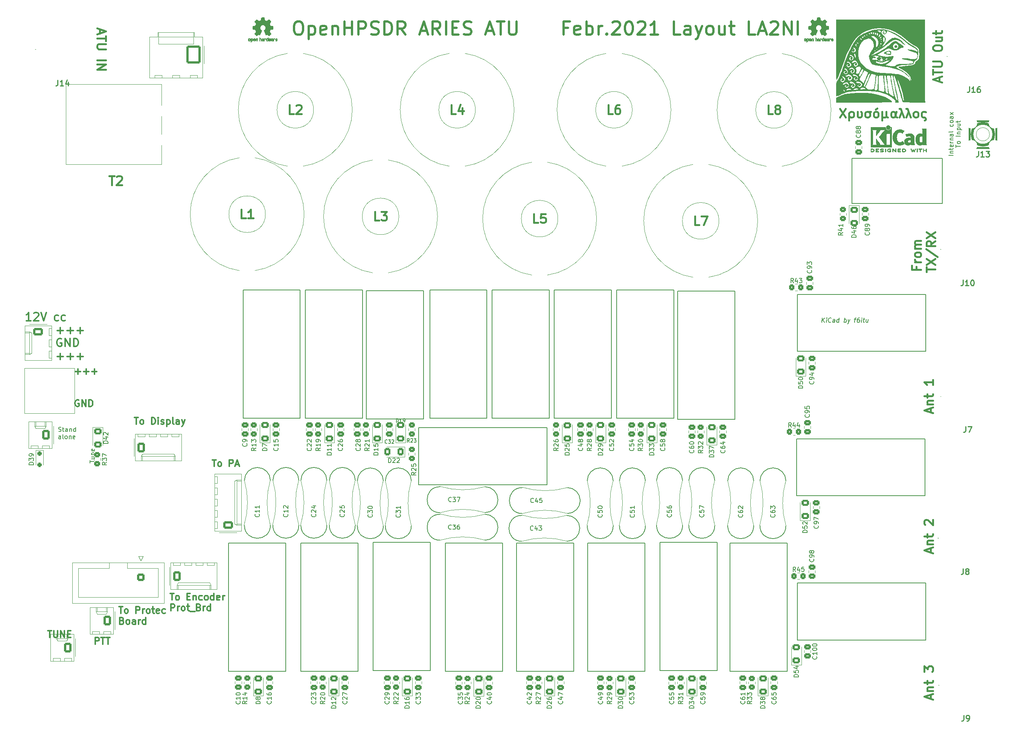
<source format=gto>
G04 #@! TF.GenerationSoftware,KiCad,Pcbnew,7.0.1*
G04 #@! TF.CreationDate,2023-05-26T07:14:44+02:00*
G04 #@! TF.ProjectId,K_Aries,4b5f4172-6965-4732-9e6b-696361645f70,rev?*
G04 #@! TF.SameCoordinates,Original*
G04 #@! TF.FileFunction,Legend,Top*
G04 #@! TF.FilePolarity,Positive*
%FSLAX46Y46*%
G04 Gerber Fmt 4.6, Leading zero omitted, Abs format (unit mm)*
G04 Created by KiCad (PCBNEW 7.0.1) date 2023-05-26 07:14:44*
%MOMM*%
%LPD*%
G01*
G04 APERTURE LIST*
G04 Aperture macros list*
%AMRoundRect*
0 Rectangle with rounded corners*
0 $1 Rounding radius*
0 $2 $3 $4 $5 $6 $7 $8 $9 X,Y pos of 4 corners*
0 Add a 4 corners polygon primitive as box body*
4,1,4,$2,$3,$4,$5,$6,$7,$8,$9,$2,$3,0*
0 Add four circle primitives for the rounded corners*
1,1,$1+$1,$2,$3*
1,1,$1+$1,$4,$5*
1,1,$1+$1,$6,$7*
1,1,$1+$1,$8,$9*
0 Add four rect primitives between the rounded corners*
20,1,$1+$1,$2,$3,$4,$5,0*
20,1,$1+$1,$4,$5,$6,$7,0*
20,1,$1+$1,$6,$7,$8,$9,0*
20,1,$1+$1,$8,$9,$2,$3,0*%
G04 Aperture macros list end*
%ADD10C,0.300000*%
%ADD11C,0.400000*%
%ADD12C,0.500000*%
%ADD13C,0.200000*%
%ADD14C,0.150000*%
%ADD15C,0.254000*%
%ADD16C,0.010000*%
%ADD17C,0.152400*%
%ADD18C,0.120000*%
%ADD19C,0.381000*%
%ADD20C,0.099060*%
%ADD21C,0.100000*%
%ADD22C,1.998980*%
%ADD23C,2.499360*%
%ADD24C,1.803400*%
%ADD25RoundRect,0.250000X-0.475000X0.337500X-0.475000X-0.337500X0.475000X-0.337500X0.475000X0.337500X0*%
%ADD26O,4.000000X3.000000*%
%ADD27R,1.371600X1.371600*%
%ADD28C,1.371600*%
%ADD29C,1.524000*%
%ADD30RoundRect,0.250001X-0.624999X0.462499X-0.624999X-0.462499X0.624999X-0.462499X0.624999X0.462499X0*%
%ADD31RoundRect,0.250000X-0.450000X0.350000X-0.450000X-0.350000X0.450000X-0.350000X0.450000X0.350000X0*%
%ADD32RoundRect,0.250001X0.624999X-0.462499X0.624999X0.462499X-0.624999X0.462499X-0.624999X-0.462499X0*%
%ADD33C,3.000000*%
%ADD34RoundRect,0.250000X0.620000X0.845000X-0.620000X0.845000X-0.620000X-0.845000X0.620000X-0.845000X0*%
%ADD35O,1.740000X2.190000*%
%ADD36RoundRect,0.250000X0.475000X-0.337500X0.475000X0.337500X-0.475000X0.337500X-0.475000X-0.337500X0*%
%ADD37R,1.950000X1.950000*%
%ADD38C,3.600000*%
%ADD39RoundRect,0.250000X-0.250000X0.250000X-0.250000X-0.250000X0.250000X-0.250000X0.250000X0.250000X0*%
%ADD40C,1.950000*%
%ADD41C,7.400000*%
%ADD42RoundRect,0.250000X1.330000X1.800000X-1.330000X1.800000X-1.330000X-1.800000X1.330000X-1.800000X0*%
%ADD43O,3.160000X4.100000*%
%ADD44RoundRect,0.250000X-0.845000X0.620000X-0.845000X-0.620000X0.845000X-0.620000X0.845000X0.620000X0*%
%ADD45O,2.190000X1.740000*%
%ADD46RoundRect,0.250000X0.350000X0.450000X-0.350000X0.450000X-0.350000X-0.450000X0.350000X-0.450000X0*%
%ADD47C,1.700000*%
%ADD48O,1.700000X3.000000*%
%ADD49R,1.700000X1.700000*%
%ADD50O,1.700000X1.700000*%
%ADD51RoundRect,0.250000X-0.620000X-0.845000X0.620000X-0.845000X0.620000X0.845000X-0.620000X0.845000X0*%
%ADD52RoundRect,0.250000X0.845000X-0.620000X0.845000X0.620000X-0.845000X0.620000X-0.845000X-0.620000X0*%
%ADD53RoundRect,0.250001X0.462499X0.624999X-0.462499X0.624999X-0.462499X-0.624999X0.462499X-0.624999X0*%
%ADD54RoundRect,0.250000X-0.600000X0.600000X-0.600000X-0.600000X0.600000X-0.600000X0.600000X0.600000X0*%
G04 APERTURE END LIST*
D10*
X116357142Y-135955000D02*
X117500000Y-135955000D01*
X116928571Y-136526428D02*
X116928571Y-135383571D01*
X118214285Y-135955000D02*
X119357143Y-135955000D01*
X118785714Y-136526428D02*
X118785714Y-135383571D01*
X120071428Y-135955000D02*
X121214286Y-135955000D01*
X120642857Y-136526428D02*
X120642857Y-135383571D01*
X117142857Y-142387857D02*
X117000000Y-142316428D01*
X117000000Y-142316428D02*
X116785714Y-142316428D01*
X116785714Y-142316428D02*
X116571428Y-142387857D01*
X116571428Y-142387857D02*
X116428571Y-142530714D01*
X116428571Y-142530714D02*
X116357142Y-142673571D01*
X116357142Y-142673571D02*
X116285714Y-142959285D01*
X116285714Y-142959285D02*
X116285714Y-143173571D01*
X116285714Y-143173571D02*
X116357142Y-143459285D01*
X116357142Y-143459285D02*
X116428571Y-143602142D01*
X116428571Y-143602142D02*
X116571428Y-143745000D01*
X116571428Y-143745000D02*
X116785714Y-143816428D01*
X116785714Y-143816428D02*
X116928571Y-143816428D01*
X116928571Y-143816428D02*
X117142857Y-143745000D01*
X117142857Y-143745000D02*
X117214285Y-143673571D01*
X117214285Y-143673571D02*
X117214285Y-143173571D01*
X117214285Y-143173571D02*
X116928571Y-143173571D01*
X117857142Y-143816428D02*
X117857142Y-142316428D01*
X117857142Y-142316428D02*
X118714285Y-143816428D01*
X118714285Y-143816428D02*
X118714285Y-142316428D01*
X119428571Y-143816428D02*
X119428571Y-142316428D01*
X119428571Y-142316428D02*
X119785714Y-142316428D01*
X119785714Y-142316428D02*
X120000000Y-142387857D01*
X120000000Y-142387857D02*
X120142857Y-142530714D01*
X120142857Y-142530714D02*
X120214286Y-142673571D01*
X120214286Y-142673571D02*
X120285714Y-142959285D01*
X120285714Y-142959285D02*
X120285714Y-143173571D01*
X120285714Y-143173571D02*
X120214286Y-143459285D01*
X120214286Y-143459285D02*
X120142857Y-143602142D01*
X120142857Y-143602142D02*
X120000000Y-143745000D01*
X120000000Y-143745000D02*
X119785714Y-143816428D01*
X119785714Y-143816428D02*
X119428571Y-143816428D01*
D11*
X121816190Y-58880952D02*
X121816190Y-59833333D01*
X121244761Y-58690476D02*
X123244761Y-59357142D01*
X123244761Y-59357142D02*
X121244761Y-60023809D01*
X123244761Y-60404762D02*
X123244761Y-61547619D01*
X121244761Y-60976190D02*
X123244761Y-60976190D01*
X123244761Y-62214286D02*
X121625714Y-62214286D01*
X121625714Y-62214286D02*
X121435238Y-62309524D01*
X121435238Y-62309524D02*
X121340000Y-62404762D01*
X121340000Y-62404762D02*
X121244761Y-62595238D01*
X121244761Y-62595238D02*
X121244761Y-62976191D01*
X121244761Y-62976191D02*
X121340000Y-63166667D01*
X121340000Y-63166667D02*
X121435238Y-63261905D01*
X121435238Y-63261905D02*
X121625714Y-63357143D01*
X121625714Y-63357143D02*
X123244761Y-63357143D01*
X121244761Y-65833334D02*
X123244761Y-65833334D01*
X121244761Y-66785715D02*
X123244761Y-66785715D01*
X123244761Y-66785715D02*
X121244761Y-67928572D01*
X121244761Y-67928572D02*
X123244761Y-67928572D01*
X308683809Y-145119047D02*
X308683809Y-144166666D01*
X309255238Y-145309523D02*
X307255238Y-144642857D01*
X307255238Y-144642857D02*
X309255238Y-143976190D01*
X307921904Y-143309523D02*
X309255238Y-143309523D01*
X308112380Y-143309523D02*
X308017142Y-143214285D01*
X308017142Y-143214285D02*
X307921904Y-143023809D01*
X307921904Y-143023809D02*
X307921904Y-142738094D01*
X307921904Y-142738094D02*
X308017142Y-142547618D01*
X308017142Y-142547618D02*
X308207619Y-142452380D01*
X308207619Y-142452380D02*
X309255238Y-142452380D01*
X307921904Y-141785713D02*
X307921904Y-141023809D01*
X307255238Y-141499999D02*
X308969523Y-141499999D01*
X308969523Y-141499999D02*
X309160000Y-141404761D01*
X309160000Y-141404761D02*
X309255238Y-141214285D01*
X309255238Y-141214285D02*
X309255238Y-141023809D01*
X309255238Y-137785713D02*
X309255238Y-138928570D01*
X309255238Y-138357142D02*
X307255238Y-138357142D01*
X307255238Y-138357142D02*
X307540952Y-138547618D01*
X307540952Y-138547618D02*
X307731428Y-138738094D01*
X307731428Y-138738094D02*
X307826666Y-138928570D01*
D12*
X166285714Y-57132857D02*
X166857142Y-57132857D01*
X166857142Y-57132857D02*
X167142857Y-57275714D01*
X167142857Y-57275714D02*
X167428571Y-57561428D01*
X167428571Y-57561428D02*
X167571428Y-58132857D01*
X167571428Y-58132857D02*
X167571428Y-59132857D01*
X167571428Y-59132857D02*
X167428571Y-59704285D01*
X167428571Y-59704285D02*
X167142857Y-59990000D01*
X167142857Y-59990000D02*
X166857142Y-60132857D01*
X166857142Y-60132857D02*
X166285714Y-60132857D01*
X166285714Y-60132857D02*
X166000000Y-59990000D01*
X166000000Y-59990000D02*
X165714285Y-59704285D01*
X165714285Y-59704285D02*
X165571428Y-59132857D01*
X165571428Y-59132857D02*
X165571428Y-58132857D01*
X165571428Y-58132857D02*
X165714285Y-57561428D01*
X165714285Y-57561428D02*
X166000000Y-57275714D01*
X166000000Y-57275714D02*
X166285714Y-57132857D01*
X168857142Y-58132857D02*
X168857142Y-61132857D01*
X168857142Y-58275714D02*
X169142857Y-58132857D01*
X169142857Y-58132857D02*
X169714285Y-58132857D01*
X169714285Y-58132857D02*
X169999999Y-58275714D01*
X169999999Y-58275714D02*
X170142857Y-58418571D01*
X170142857Y-58418571D02*
X170285714Y-58704285D01*
X170285714Y-58704285D02*
X170285714Y-59561428D01*
X170285714Y-59561428D02*
X170142857Y-59847142D01*
X170142857Y-59847142D02*
X169999999Y-59990000D01*
X169999999Y-59990000D02*
X169714285Y-60132857D01*
X169714285Y-60132857D02*
X169142857Y-60132857D01*
X169142857Y-60132857D02*
X168857142Y-59990000D01*
X172714285Y-59990000D02*
X172428571Y-60132857D01*
X172428571Y-60132857D02*
X171857143Y-60132857D01*
X171857143Y-60132857D02*
X171571428Y-59990000D01*
X171571428Y-59990000D02*
X171428571Y-59704285D01*
X171428571Y-59704285D02*
X171428571Y-58561428D01*
X171428571Y-58561428D02*
X171571428Y-58275714D01*
X171571428Y-58275714D02*
X171857143Y-58132857D01*
X171857143Y-58132857D02*
X172428571Y-58132857D01*
X172428571Y-58132857D02*
X172714285Y-58275714D01*
X172714285Y-58275714D02*
X172857143Y-58561428D01*
X172857143Y-58561428D02*
X172857143Y-58847142D01*
X172857143Y-58847142D02*
X171428571Y-59132857D01*
X174142857Y-58132857D02*
X174142857Y-60132857D01*
X174142857Y-58418571D02*
X174285714Y-58275714D01*
X174285714Y-58275714D02*
X174571429Y-58132857D01*
X174571429Y-58132857D02*
X175000000Y-58132857D01*
X175000000Y-58132857D02*
X175285714Y-58275714D01*
X175285714Y-58275714D02*
X175428572Y-58561428D01*
X175428572Y-58561428D02*
X175428572Y-60132857D01*
X176857143Y-60132857D02*
X176857143Y-57132857D01*
X176857143Y-58561428D02*
X178571429Y-58561428D01*
X178571429Y-60132857D02*
X178571429Y-57132857D01*
X180000000Y-60132857D02*
X180000000Y-57132857D01*
X180000000Y-57132857D02*
X181142857Y-57132857D01*
X181142857Y-57132857D02*
X181428572Y-57275714D01*
X181428572Y-57275714D02*
X181571429Y-57418571D01*
X181571429Y-57418571D02*
X181714286Y-57704285D01*
X181714286Y-57704285D02*
X181714286Y-58132857D01*
X181714286Y-58132857D02*
X181571429Y-58418571D01*
X181571429Y-58418571D02*
X181428572Y-58561428D01*
X181428572Y-58561428D02*
X181142857Y-58704285D01*
X181142857Y-58704285D02*
X180000000Y-58704285D01*
X182857143Y-59990000D02*
X183285715Y-60132857D01*
X183285715Y-60132857D02*
X184000000Y-60132857D01*
X184000000Y-60132857D02*
X184285715Y-59990000D01*
X184285715Y-59990000D02*
X184428572Y-59847142D01*
X184428572Y-59847142D02*
X184571429Y-59561428D01*
X184571429Y-59561428D02*
X184571429Y-59275714D01*
X184571429Y-59275714D02*
X184428572Y-58990000D01*
X184428572Y-58990000D02*
X184285715Y-58847142D01*
X184285715Y-58847142D02*
X184000000Y-58704285D01*
X184000000Y-58704285D02*
X183428572Y-58561428D01*
X183428572Y-58561428D02*
X183142857Y-58418571D01*
X183142857Y-58418571D02*
X183000000Y-58275714D01*
X183000000Y-58275714D02*
X182857143Y-57990000D01*
X182857143Y-57990000D02*
X182857143Y-57704285D01*
X182857143Y-57704285D02*
X183000000Y-57418571D01*
X183000000Y-57418571D02*
X183142857Y-57275714D01*
X183142857Y-57275714D02*
X183428572Y-57132857D01*
X183428572Y-57132857D02*
X184142857Y-57132857D01*
X184142857Y-57132857D02*
X184571429Y-57275714D01*
X185857143Y-60132857D02*
X185857143Y-57132857D01*
X185857143Y-57132857D02*
X186571429Y-57132857D01*
X186571429Y-57132857D02*
X187000000Y-57275714D01*
X187000000Y-57275714D02*
X187285715Y-57561428D01*
X187285715Y-57561428D02*
X187428572Y-57847142D01*
X187428572Y-57847142D02*
X187571429Y-58418571D01*
X187571429Y-58418571D02*
X187571429Y-58847142D01*
X187571429Y-58847142D02*
X187428572Y-59418571D01*
X187428572Y-59418571D02*
X187285715Y-59704285D01*
X187285715Y-59704285D02*
X187000000Y-59990000D01*
X187000000Y-59990000D02*
X186571429Y-60132857D01*
X186571429Y-60132857D02*
X185857143Y-60132857D01*
X190571429Y-60132857D02*
X189571429Y-58704285D01*
X188857143Y-60132857D02*
X188857143Y-57132857D01*
X188857143Y-57132857D02*
X190000000Y-57132857D01*
X190000000Y-57132857D02*
X190285715Y-57275714D01*
X190285715Y-57275714D02*
X190428572Y-57418571D01*
X190428572Y-57418571D02*
X190571429Y-57704285D01*
X190571429Y-57704285D02*
X190571429Y-58132857D01*
X190571429Y-58132857D02*
X190428572Y-58418571D01*
X190428572Y-58418571D02*
X190285715Y-58561428D01*
X190285715Y-58561428D02*
X190000000Y-58704285D01*
X190000000Y-58704285D02*
X188857143Y-58704285D01*
X194000000Y-59275714D02*
X195428572Y-59275714D01*
X193714286Y-60132857D02*
X194714286Y-57132857D01*
X194714286Y-57132857D02*
X195714286Y-60132857D01*
X198428572Y-60132857D02*
X197428572Y-58704285D01*
X196714286Y-60132857D02*
X196714286Y-57132857D01*
X196714286Y-57132857D02*
X197857143Y-57132857D01*
X197857143Y-57132857D02*
X198142858Y-57275714D01*
X198142858Y-57275714D02*
X198285715Y-57418571D01*
X198285715Y-57418571D02*
X198428572Y-57704285D01*
X198428572Y-57704285D02*
X198428572Y-58132857D01*
X198428572Y-58132857D02*
X198285715Y-58418571D01*
X198285715Y-58418571D02*
X198142858Y-58561428D01*
X198142858Y-58561428D02*
X197857143Y-58704285D01*
X197857143Y-58704285D02*
X196714286Y-58704285D01*
X199714286Y-60132857D02*
X199714286Y-57132857D01*
X201142857Y-58561428D02*
X202142857Y-58561428D01*
X202571429Y-60132857D02*
X201142857Y-60132857D01*
X201142857Y-60132857D02*
X201142857Y-57132857D01*
X201142857Y-57132857D02*
X202571429Y-57132857D01*
X203714286Y-59990000D02*
X204142858Y-60132857D01*
X204142858Y-60132857D02*
X204857143Y-60132857D01*
X204857143Y-60132857D02*
X205142858Y-59990000D01*
X205142858Y-59990000D02*
X205285715Y-59847142D01*
X205285715Y-59847142D02*
X205428572Y-59561428D01*
X205428572Y-59561428D02*
X205428572Y-59275714D01*
X205428572Y-59275714D02*
X205285715Y-58990000D01*
X205285715Y-58990000D02*
X205142858Y-58847142D01*
X205142858Y-58847142D02*
X204857143Y-58704285D01*
X204857143Y-58704285D02*
X204285715Y-58561428D01*
X204285715Y-58561428D02*
X204000000Y-58418571D01*
X204000000Y-58418571D02*
X203857143Y-58275714D01*
X203857143Y-58275714D02*
X203714286Y-57990000D01*
X203714286Y-57990000D02*
X203714286Y-57704285D01*
X203714286Y-57704285D02*
X203857143Y-57418571D01*
X203857143Y-57418571D02*
X204000000Y-57275714D01*
X204000000Y-57275714D02*
X204285715Y-57132857D01*
X204285715Y-57132857D02*
X205000000Y-57132857D01*
X205000000Y-57132857D02*
X205428572Y-57275714D01*
X208857143Y-59275714D02*
X210285715Y-59275714D01*
X208571429Y-60132857D02*
X209571429Y-57132857D01*
X209571429Y-57132857D02*
X210571429Y-60132857D01*
X211142858Y-57132857D02*
X212857144Y-57132857D01*
X212000001Y-60132857D02*
X212000001Y-57132857D01*
X213857143Y-57132857D02*
X213857143Y-59561428D01*
X213857143Y-59561428D02*
X214000000Y-59847142D01*
X214000000Y-59847142D02*
X214142858Y-59990000D01*
X214142858Y-59990000D02*
X214428572Y-60132857D01*
X214428572Y-60132857D02*
X215000000Y-60132857D01*
X215000000Y-60132857D02*
X215285715Y-59990000D01*
X215285715Y-59990000D02*
X215428572Y-59847142D01*
X215428572Y-59847142D02*
X215571429Y-59561428D01*
X215571429Y-59561428D02*
X215571429Y-57132857D01*
X227142856Y-58561428D02*
X226142856Y-58561428D01*
X226142856Y-60132857D02*
X226142856Y-57132857D01*
X226142856Y-57132857D02*
X227571428Y-57132857D01*
X229857142Y-59990000D02*
X229571428Y-60132857D01*
X229571428Y-60132857D02*
X229000000Y-60132857D01*
X229000000Y-60132857D02*
X228714285Y-59990000D01*
X228714285Y-59990000D02*
X228571428Y-59704285D01*
X228571428Y-59704285D02*
X228571428Y-58561428D01*
X228571428Y-58561428D02*
X228714285Y-58275714D01*
X228714285Y-58275714D02*
X229000000Y-58132857D01*
X229000000Y-58132857D02*
X229571428Y-58132857D01*
X229571428Y-58132857D02*
X229857142Y-58275714D01*
X229857142Y-58275714D02*
X230000000Y-58561428D01*
X230000000Y-58561428D02*
X230000000Y-58847142D01*
X230000000Y-58847142D02*
X228571428Y-59132857D01*
X231285714Y-60132857D02*
X231285714Y-57132857D01*
X231285714Y-58275714D02*
X231571429Y-58132857D01*
X231571429Y-58132857D02*
X232142857Y-58132857D01*
X232142857Y-58132857D02*
X232428571Y-58275714D01*
X232428571Y-58275714D02*
X232571429Y-58418571D01*
X232571429Y-58418571D02*
X232714286Y-58704285D01*
X232714286Y-58704285D02*
X232714286Y-59561428D01*
X232714286Y-59561428D02*
X232571429Y-59847142D01*
X232571429Y-59847142D02*
X232428571Y-59990000D01*
X232428571Y-59990000D02*
X232142857Y-60132857D01*
X232142857Y-60132857D02*
X231571429Y-60132857D01*
X231571429Y-60132857D02*
X231285714Y-59990000D01*
X234000000Y-60132857D02*
X234000000Y-58132857D01*
X234000000Y-58704285D02*
X234142857Y-58418571D01*
X234142857Y-58418571D02*
X234285715Y-58275714D01*
X234285715Y-58275714D02*
X234571429Y-58132857D01*
X234571429Y-58132857D02*
X234857143Y-58132857D01*
X235857143Y-59847142D02*
X236000000Y-59990000D01*
X236000000Y-59990000D02*
X235857143Y-60132857D01*
X235857143Y-60132857D02*
X235714286Y-59990000D01*
X235714286Y-59990000D02*
X235857143Y-59847142D01*
X235857143Y-59847142D02*
X235857143Y-60132857D01*
X237142857Y-57418571D02*
X237285714Y-57275714D01*
X237285714Y-57275714D02*
X237571429Y-57132857D01*
X237571429Y-57132857D02*
X238285714Y-57132857D01*
X238285714Y-57132857D02*
X238571429Y-57275714D01*
X238571429Y-57275714D02*
X238714286Y-57418571D01*
X238714286Y-57418571D02*
X238857143Y-57704285D01*
X238857143Y-57704285D02*
X238857143Y-57990000D01*
X238857143Y-57990000D02*
X238714286Y-58418571D01*
X238714286Y-58418571D02*
X237000000Y-60132857D01*
X237000000Y-60132857D02*
X238857143Y-60132857D01*
X240714286Y-57132857D02*
X241000000Y-57132857D01*
X241000000Y-57132857D02*
X241285714Y-57275714D01*
X241285714Y-57275714D02*
X241428572Y-57418571D01*
X241428572Y-57418571D02*
X241571429Y-57704285D01*
X241571429Y-57704285D02*
X241714286Y-58275714D01*
X241714286Y-58275714D02*
X241714286Y-58990000D01*
X241714286Y-58990000D02*
X241571429Y-59561428D01*
X241571429Y-59561428D02*
X241428572Y-59847142D01*
X241428572Y-59847142D02*
X241285714Y-59990000D01*
X241285714Y-59990000D02*
X241000000Y-60132857D01*
X241000000Y-60132857D02*
X240714286Y-60132857D01*
X240714286Y-60132857D02*
X240428572Y-59990000D01*
X240428572Y-59990000D02*
X240285714Y-59847142D01*
X240285714Y-59847142D02*
X240142857Y-59561428D01*
X240142857Y-59561428D02*
X240000000Y-58990000D01*
X240000000Y-58990000D02*
X240000000Y-58275714D01*
X240000000Y-58275714D02*
X240142857Y-57704285D01*
X240142857Y-57704285D02*
X240285714Y-57418571D01*
X240285714Y-57418571D02*
X240428572Y-57275714D01*
X240428572Y-57275714D02*
X240714286Y-57132857D01*
X242857143Y-57418571D02*
X243000000Y-57275714D01*
X243000000Y-57275714D02*
X243285715Y-57132857D01*
X243285715Y-57132857D02*
X244000000Y-57132857D01*
X244000000Y-57132857D02*
X244285715Y-57275714D01*
X244285715Y-57275714D02*
X244428572Y-57418571D01*
X244428572Y-57418571D02*
X244571429Y-57704285D01*
X244571429Y-57704285D02*
X244571429Y-57990000D01*
X244571429Y-57990000D02*
X244428572Y-58418571D01*
X244428572Y-58418571D02*
X242714286Y-60132857D01*
X242714286Y-60132857D02*
X244571429Y-60132857D01*
X247428572Y-60132857D02*
X245714286Y-60132857D01*
X246571429Y-60132857D02*
X246571429Y-57132857D01*
X246571429Y-57132857D02*
X246285715Y-57561428D01*
X246285715Y-57561428D02*
X246000000Y-57847142D01*
X246000000Y-57847142D02*
X245714286Y-57990000D01*
X252428572Y-60132857D02*
X251000000Y-60132857D01*
X251000000Y-60132857D02*
X251000000Y-57132857D01*
X254714286Y-60132857D02*
X254714286Y-58561428D01*
X254714286Y-58561428D02*
X254571428Y-58275714D01*
X254571428Y-58275714D02*
X254285714Y-58132857D01*
X254285714Y-58132857D02*
X253714286Y-58132857D01*
X253714286Y-58132857D02*
X253428571Y-58275714D01*
X254714286Y-59990000D02*
X254428571Y-60132857D01*
X254428571Y-60132857D02*
X253714286Y-60132857D01*
X253714286Y-60132857D02*
X253428571Y-59990000D01*
X253428571Y-59990000D02*
X253285714Y-59704285D01*
X253285714Y-59704285D02*
X253285714Y-59418571D01*
X253285714Y-59418571D02*
X253428571Y-59132857D01*
X253428571Y-59132857D02*
X253714286Y-58990000D01*
X253714286Y-58990000D02*
X254428571Y-58990000D01*
X254428571Y-58990000D02*
X254714286Y-58847142D01*
X255857143Y-58132857D02*
X256571429Y-60132857D01*
X257285714Y-58132857D02*
X256571429Y-60132857D01*
X256571429Y-60132857D02*
X256285714Y-60847142D01*
X256285714Y-60847142D02*
X256142857Y-60990000D01*
X256142857Y-60990000D02*
X255857143Y-61132857D01*
X258857143Y-60132857D02*
X258571428Y-59990000D01*
X258571428Y-59990000D02*
X258428571Y-59847142D01*
X258428571Y-59847142D02*
X258285714Y-59561428D01*
X258285714Y-59561428D02*
X258285714Y-58704285D01*
X258285714Y-58704285D02*
X258428571Y-58418571D01*
X258428571Y-58418571D02*
X258571428Y-58275714D01*
X258571428Y-58275714D02*
X258857143Y-58132857D01*
X258857143Y-58132857D02*
X259285714Y-58132857D01*
X259285714Y-58132857D02*
X259571428Y-58275714D01*
X259571428Y-58275714D02*
X259714286Y-58418571D01*
X259714286Y-58418571D02*
X259857143Y-58704285D01*
X259857143Y-58704285D02*
X259857143Y-59561428D01*
X259857143Y-59561428D02*
X259714286Y-59847142D01*
X259714286Y-59847142D02*
X259571428Y-59990000D01*
X259571428Y-59990000D02*
X259285714Y-60132857D01*
X259285714Y-60132857D02*
X258857143Y-60132857D01*
X262428572Y-58132857D02*
X262428572Y-60132857D01*
X261142857Y-58132857D02*
X261142857Y-59704285D01*
X261142857Y-59704285D02*
X261285714Y-59990000D01*
X261285714Y-59990000D02*
X261571429Y-60132857D01*
X261571429Y-60132857D02*
X262000000Y-60132857D01*
X262000000Y-60132857D02*
X262285714Y-59990000D01*
X262285714Y-59990000D02*
X262428572Y-59847142D01*
X263428572Y-58132857D02*
X264571429Y-58132857D01*
X263857143Y-57132857D02*
X263857143Y-59704285D01*
X263857143Y-59704285D02*
X264000000Y-59990000D01*
X264000000Y-59990000D02*
X264285715Y-60132857D01*
X264285715Y-60132857D02*
X264571429Y-60132857D01*
X269285715Y-60132857D02*
X267857143Y-60132857D01*
X267857143Y-60132857D02*
X267857143Y-57132857D01*
X270142857Y-59275714D02*
X271571429Y-59275714D01*
X269857143Y-60132857D02*
X270857143Y-57132857D01*
X270857143Y-57132857D02*
X271857143Y-60132857D01*
X272714286Y-57418571D02*
X272857143Y-57275714D01*
X272857143Y-57275714D02*
X273142858Y-57132857D01*
X273142858Y-57132857D02*
X273857143Y-57132857D01*
X273857143Y-57132857D02*
X274142858Y-57275714D01*
X274142858Y-57275714D02*
X274285715Y-57418571D01*
X274285715Y-57418571D02*
X274428572Y-57704285D01*
X274428572Y-57704285D02*
X274428572Y-57990000D01*
X274428572Y-57990000D02*
X274285715Y-58418571D01*
X274285715Y-58418571D02*
X272571429Y-60132857D01*
X272571429Y-60132857D02*
X274428572Y-60132857D01*
X275714286Y-60132857D02*
X275714286Y-57132857D01*
X275714286Y-57132857D02*
X277428572Y-60132857D01*
X277428572Y-60132857D02*
X277428572Y-57132857D01*
X278857143Y-60132857D02*
X278857143Y-57132857D01*
D10*
X120857142Y-197316428D02*
X120857142Y-195816428D01*
X120857142Y-195816428D02*
X121428571Y-195816428D01*
X121428571Y-195816428D02*
X121571428Y-195887857D01*
X121571428Y-195887857D02*
X121642857Y-195959285D01*
X121642857Y-195959285D02*
X121714285Y-196102142D01*
X121714285Y-196102142D02*
X121714285Y-196316428D01*
X121714285Y-196316428D02*
X121642857Y-196459285D01*
X121642857Y-196459285D02*
X121571428Y-196530714D01*
X121571428Y-196530714D02*
X121428571Y-196602142D01*
X121428571Y-196602142D02*
X120857142Y-196602142D01*
X122142857Y-195816428D02*
X123000000Y-195816428D01*
X122571428Y-197316428D02*
X122571428Y-195816428D01*
X123285714Y-195816428D02*
X124142857Y-195816428D01*
X123714285Y-197316428D02*
X123714285Y-195816428D01*
D11*
X288285714Y-76755238D02*
X289619047Y-78755238D01*
X289619047Y-76755238D02*
X288285714Y-78755238D01*
X290380952Y-79421904D02*
X290380952Y-77802857D01*
X290380952Y-77802857D02*
X290476190Y-77612380D01*
X290476190Y-77612380D02*
X290571428Y-77517142D01*
X290571428Y-77517142D02*
X290761904Y-77421904D01*
X290761904Y-77421904D02*
X291047619Y-77421904D01*
X291047619Y-77421904D02*
X291238095Y-77517142D01*
X291238095Y-77517142D02*
X291333333Y-77612380D01*
X291333333Y-77612380D02*
X291428571Y-77802857D01*
X291428571Y-77802857D02*
X291428571Y-78374285D01*
X291428571Y-78374285D02*
X291333333Y-78564761D01*
X291333333Y-78564761D02*
X291238095Y-78660000D01*
X291238095Y-78660000D02*
X291047619Y-78755238D01*
X291047619Y-78755238D02*
X290761904Y-78755238D01*
X290761904Y-78755238D02*
X290571428Y-78660000D01*
X290571428Y-78660000D02*
X290380952Y-78469523D01*
X292285714Y-77421904D02*
X292285714Y-78469523D01*
X292285714Y-78469523D02*
X292380952Y-78660000D01*
X292380952Y-78660000D02*
X292571428Y-78755238D01*
X292571428Y-78755238D02*
X292857143Y-78755238D01*
X292857143Y-78755238D02*
X293047619Y-78660000D01*
X293047619Y-78660000D02*
X293142857Y-78564761D01*
X293142857Y-78564761D02*
X293238095Y-78374285D01*
X293238095Y-78374285D02*
X293238095Y-77707619D01*
X293238095Y-77707619D02*
X293142857Y-77517142D01*
X293142857Y-77517142D02*
X293047619Y-77421904D01*
X295238095Y-77421904D02*
X294380952Y-77421904D01*
X294380952Y-77421904D02*
X294190476Y-77517142D01*
X294190476Y-77517142D02*
X294095238Y-77612380D01*
X294095238Y-77612380D02*
X294000000Y-77802857D01*
X294000000Y-77802857D02*
X294000000Y-78374285D01*
X294000000Y-78374285D02*
X294095238Y-78564761D01*
X294095238Y-78564761D02*
X294190476Y-78660000D01*
X294190476Y-78660000D02*
X294380952Y-78755238D01*
X294380952Y-78755238D02*
X294666667Y-78755238D01*
X294666667Y-78755238D02*
X294857143Y-78660000D01*
X294857143Y-78660000D02*
X294952381Y-78564761D01*
X294952381Y-78564761D02*
X295047619Y-78374285D01*
X295047619Y-78374285D02*
X295047619Y-77802857D01*
X295047619Y-77802857D02*
X294952381Y-77612380D01*
X294952381Y-77612380D02*
X294857143Y-77517142D01*
X294857143Y-77517142D02*
X294666667Y-77421904D01*
X296285714Y-78755238D02*
X296095238Y-78660000D01*
X296095238Y-78660000D02*
X296000000Y-78564761D01*
X296000000Y-78564761D02*
X295904762Y-78374285D01*
X295904762Y-78374285D02*
X295904762Y-77802857D01*
X295904762Y-77802857D02*
X296000000Y-77612380D01*
X296000000Y-77612380D02*
X296095238Y-77517142D01*
X296095238Y-77517142D02*
X296285714Y-77421904D01*
X296285714Y-77421904D02*
X296571429Y-77421904D01*
X296571429Y-77421904D02*
X296761905Y-77517142D01*
X296761905Y-77517142D02*
X296857143Y-77612380D01*
X296857143Y-77612380D02*
X296952381Y-77802857D01*
X296952381Y-77802857D02*
X296952381Y-78374285D01*
X296952381Y-78374285D02*
X296857143Y-78564761D01*
X296857143Y-78564761D02*
X296761905Y-78660000D01*
X296761905Y-78660000D02*
X296571429Y-78755238D01*
X296571429Y-78755238D02*
X296285714Y-78755238D01*
X296666667Y-76660000D02*
X296380952Y-76945714D01*
X297809524Y-77421904D02*
X297809524Y-79421904D01*
X298761905Y-78469523D02*
X298857143Y-78660000D01*
X298857143Y-78660000D02*
X299047619Y-78755238D01*
X297809524Y-78469523D02*
X297904762Y-78660000D01*
X297904762Y-78660000D02*
X298095238Y-78755238D01*
X298095238Y-78755238D02*
X298476191Y-78755238D01*
X298476191Y-78755238D02*
X298666667Y-78660000D01*
X298666667Y-78660000D02*
X298761905Y-78469523D01*
X298761905Y-78469523D02*
X298761905Y-77421904D01*
X301047619Y-77421904D02*
X300761905Y-78374285D01*
X300761905Y-78374285D02*
X300666667Y-78564761D01*
X300666667Y-78564761D02*
X300571429Y-78660000D01*
X300571429Y-78660000D02*
X300380952Y-78755238D01*
X300380952Y-78755238D02*
X300190476Y-78755238D01*
X300190476Y-78755238D02*
X300000000Y-78660000D01*
X300000000Y-78660000D02*
X299904762Y-78564761D01*
X299904762Y-78564761D02*
X299809524Y-78279047D01*
X299809524Y-78279047D02*
X299809524Y-77898095D01*
X299809524Y-77898095D02*
X299904762Y-77612380D01*
X299904762Y-77612380D02*
X300000000Y-77517142D01*
X300000000Y-77517142D02*
X300190476Y-77421904D01*
X300190476Y-77421904D02*
X300380952Y-77421904D01*
X300380952Y-77421904D02*
X300571429Y-77517142D01*
X300571429Y-77517142D02*
X300666667Y-77612380D01*
X300666667Y-77612380D02*
X300761905Y-77802857D01*
X300761905Y-77802857D02*
X300857143Y-78469523D01*
X300857143Y-78469523D02*
X300952381Y-78660000D01*
X300952381Y-78660000D02*
X301142857Y-78755238D01*
X302190476Y-77421904D02*
X301714286Y-78755238D01*
X301714286Y-76755238D02*
X301904762Y-76755238D01*
X301904762Y-76755238D02*
X302000000Y-76850476D01*
X302000000Y-76850476D02*
X302190476Y-77421904D01*
X302190476Y-77421904D02*
X302666667Y-78755238D01*
X303714286Y-77421904D02*
X303238096Y-78755238D01*
X303238096Y-76755238D02*
X303428572Y-76755238D01*
X303428572Y-76755238D02*
X303523810Y-76850476D01*
X303523810Y-76850476D02*
X303714286Y-77421904D01*
X303714286Y-77421904D02*
X304190477Y-78755238D01*
X305238096Y-78755238D02*
X305047620Y-78660000D01*
X305047620Y-78660000D02*
X304952382Y-78564761D01*
X304952382Y-78564761D02*
X304857144Y-78374285D01*
X304857144Y-78374285D02*
X304857144Y-77802857D01*
X304857144Y-77802857D02*
X304952382Y-77612380D01*
X304952382Y-77612380D02*
X305047620Y-77517142D01*
X305047620Y-77517142D02*
X305238096Y-77421904D01*
X305238096Y-77421904D02*
X305523811Y-77421904D01*
X305523811Y-77421904D02*
X305714287Y-77517142D01*
X305714287Y-77517142D02*
X305809525Y-77612380D01*
X305809525Y-77612380D02*
X305904763Y-77802857D01*
X305904763Y-77802857D02*
X305904763Y-78374285D01*
X305904763Y-78374285D02*
X305809525Y-78564761D01*
X305809525Y-78564761D02*
X305714287Y-78660000D01*
X305714287Y-78660000D02*
X305523811Y-78755238D01*
X305523811Y-78755238D02*
X305238096Y-78755238D01*
X307619049Y-77517142D02*
X307428573Y-77421904D01*
X307428573Y-77421904D02*
X307047620Y-77421904D01*
X307047620Y-77421904D02*
X306857144Y-77517142D01*
X306857144Y-77517142D02*
X306761906Y-77612380D01*
X306761906Y-77612380D02*
X306666668Y-77802857D01*
X306666668Y-77802857D02*
X306666668Y-78374285D01*
X306666668Y-78374285D02*
X306761906Y-78564761D01*
X306761906Y-78564761D02*
X306857144Y-78660000D01*
X306857144Y-78660000D02*
X307047620Y-78755238D01*
X307047620Y-78755238D02*
X307333335Y-78755238D01*
X307333335Y-78755238D02*
X307523811Y-78850476D01*
X307523811Y-78850476D02*
X307619049Y-79040952D01*
X307619049Y-79040952D02*
X307619049Y-79136190D01*
X307619049Y-79136190D02*
X307523811Y-79326666D01*
X307523811Y-79326666D02*
X307333335Y-79421904D01*
D10*
X129642857Y-146316428D02*
X130500000Y-146316428D01*
X130071428Y-147816428D02*
X130071428Y-146316428D01*
X131214285Y-147816428D02*
X131071428Y-147745000D01*
X131071428Y-147745000D02*
X130999999Y-147673571D01*
X130999999Y-147673571D02*
X130928571Y-147530714D01*
X130928571Y-147530714D02*
X130928571Y-147102142D01*
X130928571Y-147102142D02*
X130999999Y-146959285D01*
X130999999Y-146959285D02*
X131071428Y-146887857D01*
X131071428Y-146887857D02*
X131214285Y-146816428D01*
X131214285Y-146816428D02*
X131428571Y-146816428D01*
X131428571Y-146816428D02*
X131571428Y-146887857D01*
X131571428Y-146887857D02*
X131642857Y-146959285D01*
X131642857Y-146959285D02*
X131714285Y-147102142D01*
X131714285Y-147102142D02*
X131714285Y-147530714D01*
X131714285Y-147530714D02*
X131642857Y-147673571D01*
X131642857Y-147673571D02*
X131571428Y-147745000D01*
X131571428Y-147745000D02*
X131428571Y-147816428D01*
X131428571Y-147816428D02*
X131214285Y-147816428D01*
X133499999Y-147816428D02*
X133499999Y-146316428D01*
X133499999Y-146316428D02*
X133857142Y-146316428D01*
X133857142Y-146316428D02*
X134071428Y-146387857D01*
X134071428Y-146387857D02*
X134214285Y-146530714D01*
X134214285Y-146530714D02*
X134285714Y-146673571D01*
X134285714Y-146673571D02*
X134357142Y-146959285D01*
X134357142Y-146959285D02*
X134357142Y-147173571D01*
X134357142Y-147173571D02*
X134285714Y-147459285D01*
X134285714Y-147459285D02*
X134214285Y-147602142D01*
X134214285Y-147602142D02*
X134071428Y-147745000D01*
X134071428Y-147745000D02*
X133857142Y-147816428D01*
X133857142Y-147816428D02*
X133499999Y-147816428D01*
X134999999Y-147816428D02*
X134999999Y-146816428D01*
X134999999Y-146316428D02*
X134928571Y-146387857D01*
X134928571Y-146387857D02*
X134999999Y-146459285D01*
X134999999Y-146459285D02*
X135071428Y-146387857D01*
X135071428Y-146387857D02*
X134999999Y-146316428D01*
X134999999Y-146316428D02*
X134999999Y-146459285D01*
X135642857Y-147745000D02*
X135785714Y-147816428D01*
X135785714Y-147816428D02*
X136071428Y-147816428D01*
X136071428Y-147816428D02*
X136214285Y-147745000D01*
X136214285Y-147745000D02*
X136285714Y-147602142D01*
X136285714Y-147602142D02*
X136285714Y-147530714D01*
X136285714Y-147530714D02*
X136214285Y-147387857D01*
X136214285Y-147387857D02*
X136071428Y-147316428D01*
X136071428Y-147316428D02*
X135857143Y-147316428D01*
X135857143Y-147316428D02*
X135714285Y-147245000D01*
X135714285Y-147245000D02*
X135642857Y-147102142D01*
X135642857Y-147102142D02*
X135642857Y-147030714D01*
X135642857Y-147030714D02*
X135714285Y-146887857D01*
X135714285Y-146887857D02*
X135857143Y-146816428D01*
X135857143Y-146816428D02*
X136071428Y-146816428D01*
X136071428Y-146816428D02*
X136214285Y-146887857D01*
X136928571Y-146816428D02*
X136928571Y-148316428D01*
X136928571Y-146887857D02*
X137071429Y-146816428D01*
X137071429Y-146816428D02*
X137357143Y-146816428D01*
X137357143Y-146816428D02*
X137500000Y-146887857D01*
X137500000Y-146887857D02*
X137571429Y-146959285D01*
X137571429Y-146959285D02*
X137642857Y-147102142D01*
X137642857Y-147102142D02*
X137642857Y-147530714D01*
X137642857Y-147530714D02*
X137571429Y-147673571D01*
X137571429Y-147673571D02*
X137500000Y-147745000D01*
X137500000Y-147745000D02*
X137357143Y-147816428D01*
X137357143Y-147816428D02*
X137071429Y-147816428D01*
X137071429Y-147816428D02*
X136928571Y-147745000D01*
X138500000Y-147816428D02*
X138357143Y-147745000D01*
X138357143Y-147745000D02*
X138285714Y-147602142D01*
X138285714Y-147602142D02*
X138285714Y-146316428D01*
X139714286Y-147816428D02*
X139714286Y-147030714D01*
X139714286Y-147030714D02*
X139642857Y-146887857D01*
X139642857Y-146887857D02*
X139500000Y-146816428D01*
X139500000Y-146816428D02*
X139214286Y-146816428D01*
X139214286Y-146816428D02*
X139071428Y-146887857D01*
X139714286Y-147745000D02*
X139571428Y-147816428D01*
X139571428Y-147816428D02*
X139214286Y-147816428D01*
X139214286Y-147816428D02*
X139071428Y-147745000D01*
X139071428Y-147745000D02*
X139000000Y-147602142D01*
X139000000Y-147602142D02*
X139000000Y-147459285D01*
X139000000Y-147459285D02*
X139071428Y-147316428D01*
X139071428Y-147316428D02*
X139214286Y-147245000D01*
X139214286Y-147245000D02*
X139571428Y-147245000D01*
X139571428Y-147245000D02*
X139714286Y-147173571D01*
X140285714Y-146816428D02*
X140642857Y-147816428D01*
X141000000Y-146816428D02*
X140642857Y-147816428D01*
X140642857Y-147816428D02*
X140500000Y-148173571D01*
X140500000Y-148173571D02*
X140428571Y-148245000D01*
X140428571Y-148245000D02*
X140285714Y-148316428D01*
X137642857Y-185886428D02*
X138500000Y-185886428D01*
X138071428Y-187386428D02*
X138071428Y-185886428D01*
X139214285Y-187386428D02*
X139071428Y-187315000D01*
X139071428Y-187315000D02*
X138999999Y-187243571D01*
X138999999Y-187243571D02*
X138928571Y-187100714D01*
X138928571Y-187100714D02*
X138928571Y-186672142D01*
X138928571Y-186672142D02*
X138999999Y-186529285D01*
X138999999Y-186529285D02*
X139071428Y-186457857D01*
X139071428Y-186457857D02*
X139214285Y-186386428D01*
X139214285Y-186386428D02*
X139428571Y-186386428D01*
X139428571Y-186386428D02*
X139571428Y-186457857D01*
X139571428Y-186457857D02*
X139642857Y-186529285D01*
X139642857Y-186529285D02*
X139714285Y-186672142D01*
X139714285Y-186672142D02*
X139714285Y-187100714D01*
X139714285Y-187100714D02*
X139642857Y-187243571D01*
X139642857Y-187243571D02*
X139571428Y-187315000D01*
X139571428Y-187315000D02*
X139428571Y-187386428D01*
X139428571Y-187386428D02*
X139214285Y-187386428D01*
X141499999Y-186600714D02*
X141999999Y-186600714D01*
X142214285Y-187386428D02*
X141499999Y-187386428D01*
X141499999Y-187386428D02*
X141499999Y-185886428D01*
X141499999Y-185886428D02*
X142214285Y-185886428D01*
X142857142Y-186386428D02*
X142857142Y-187386428D01*
X142857142Y-186529285D02*
X142928571Y-186457857D01*
X142928571Y-186457857D02*
X143071428Y-186386428D01*
X143071428Y-186386428D02*
X143285714Y-186386428D01*
X143285714Y-186386428D02*
X143428571Y-186457857D01*
X143428571Y-186457857D02*
X143500000Y-186600714D01*
X143500000Y-186600714D02*
X143500000Y-187386428D01*
X144857143Y-187315000D02*
X144714285Y-187386428D01*
X144714285Y-187386428D02*
X144428571Y-187386428D01*
X144428571Y-187386428D02*
X144285714Y-187315000D01*
X144285714Y-187315000D02*
X144214285Y-187243571D01*
X144214285Y-187243571D02*
X144142857Y-187100714D01*
X144142857Y-187100714D02*
X144142857Y-186672142D01*
X144142857Y-186672142D02*
X144214285Y-186529285D01*
X144214285Y-186529285D02*
X144285714Y-186457857D01*
X144285714Y-186457857D02*
X144428571Y-186386428D01*
X144428571Y-186386428D02*
X144714285Y-186386428D01*
X144714285Y-186386428D02*
X144857143Y-186457857D01*
X145714285Y-187386428D02*
X145571428Y-187315000D01*
X145571428Y-187315000D02*
X145499999Y-187243571D01*
X145499999Y-187243571D02*
X145428571Y-187100714D01*
X145428571Y-187100714D02*
X145428571Y-186672142D01*
X145428571Y-186672142D02*
X145499999Y-186529285D01*
X145499999Y-186529285D02*
X145571428Y-186457857D01*
X145571428Y-186457857D02*
X145714285Y-186386428D01*
X145714285Y-186386428D02*
X145928571Y-186386428D01*
X145928571Y-186386428D02*
X146071428Y-186457857D01*
X146071428Y-186457857D02*
X146142857Y-186529285D01*
X146142857Y-186529285D02*
X146214285Y-186672142D01*
X146214285Y-186672142D02*
X146214285Y-187100714D01*
X146214285Y-187100714D02*
X146142857Y-187243571D01*
X146142857Y-187243571D02*
X146071428Y-187315000D01*
X146071428Y-187315000D02*
X145928571Y-187386428D01*
X145928571Y-187386428D02*
X145714285Y-187386428D01*
X147500000Y-187386428D02*
X147500000Y-185886428D01*
X147500000Y-187315000D02*
X147357142Y-187386428D01*
X147357142Y-187386428D02*
X147071428Y-187386428D01*
X147071428Y-187386428D02*
X146928571Y-187315000D01*
X146928571Y-187315000D02*
X146857142Y-187243571D01*
X146857142Y-187243571D02*
X146785714Y-187100714D01*
X146785714Y-187100714D02*
X146785714Y-186672142D01*
X146785714Y-186672142D02*
X146857142Y-186529285D01*
X146857142Y-186529285D02*
X146928571Y-186457857D01*
X146928571Y-186457857D02*
X147071428Y-186386428D01*
X147071428Y-186386428D02*
X147357142Y-186386428D01*
X147357142Y-186386428D02*
X147500000Y-186457857D01*
X148785714Y-187315000D02*
X148642857Y-187386428D01*
X148642857Y-187386428D02*
X148357143Y-187386428D01*
X148357143Y-187386428D02*
X148214285Y-187315000D01*
X148214285Y-187315000D02*
X148142857Y-187172142D01*
X148142857Y-187172142D02*
X148142857Y-186600714D01*
X148142857Y-186600714D02*
X148214285Y-186457857D01*
X148214285Y-186457857D02*
X148357143Y-186386428D01*
X148357143Y-186386428D02*
X148642857Y-186386428D01*
X148642857Y-186386428D02*
X148785714Y-186457857D01*
X148785714Y-186457857D02*
X148857143Y-186600714D01*
X148857143Y-186600714D02*
X148857143Y-186743571D01*
X148857143Y-186743571D02*
X148142857Y-186886428D01*
X149499999Y-187386428D02*
X149499999Y-186386428D01*
X149499999Y-186672142D02*
X149571428Y-186529285D01*
X149571428Y-186529285D02*
X149642857Y-186457857D01*
X149642857Y-186457857D02*
X149785714Y-186386428D01*
X149785714Y-186386428D02*
X149928571Y-186386428D01*
X137857142Y-189816428D02*
X137857142Y-188316428D01*
X137857142Y-188316428D02*
X138428571Y-188316428D01*
X138428571Y-188316428D02*
X138571428Y-188387857D01*
X138571428Y-188387857D02*
X138642857Y-188459285D01*
X138642857Y-188459285D02*
X138714285Y-188602142D01*
X138714285Y-188602142D02*
X138714285Y-188816428D01*
X138714285Y-188816428D02*
X138642857Y-188959285D01*
X138642857Y-188959285D02*
X138571428Y-189030714D01*
X138571428Y-189030714D02*
X138428571Y-189102142D01*
X138428571Y-189102142D02*
X137857142Y-189102142D01*
X139357142Y-189816428D02*
X139357142Y-188816428D01*
X139357142Y-189102142D02*
X139428571Y-188959285D01*
X139428571Y-188959285D02*
X139500000Y-188887857D01*
X139500000Y-188887857D02*
X139642857Y-188816428D01*
X139642857Y-188816428D02*
X139785714Y-188816428D01*
X140499999Y-189816428D02*
X140357142Y-189745000D01*
X140357142Y-189745000D02*
X140285713Y-189673571D01*
X140285713Y-189673571D02*
X140214285Y-189530714D01*
X140214285Y-189530714D02*
X140214285Y-189102142D01*
X140214285Y-189102142D02*
X140285713Y-188959285D01*
X140285713Y-188959285D02*
X140357142Y-188887857D01*
X140357142Y-188887857D02*
X140499999Y-188816428D01*
X140499999Y-188816428D02*
X140714285Y-188816428D01*
X140714285Y-188816428D02*
X140857142Y-188887857D01*
X140857142Y-188887857D02*
X140928571Y-188959285D01*
X140928571Y-188959285D02*
X140999999Y-189102142D01*
X140999999Y-189102142D02*
X140999999Y-189530714D01*
X140999999Y-189530714D02*
X140928571Y-189673571D01*
X140928571Y-189673571D02*
X140857142Y-189745000D01*
X140857142Y-189745000D02*
X140714285Y-189816428D01*
X140714285Y-189816428D02*
X140499999Y-189816428D01*
X141428571Y-188816428D02*
X141999999Y-188816428D01*
X141642856Y-188316428D02*
X141642856Y-189602142D01*
X141642856Y-189602142D02*
X141714285Y-189745000D01*
X141714285Y-189745000D02*
X141857142Y-189816428D01*
X141857142Y-189816428D02*
X141999999Y-189816428D01*
X142142857Y-189959285D02*
X143285714Y-189959285D01*
X144142856Y-189030714D02*
X144357142Y-189102142D01*
X144357142Y-189102142D02*
X144428571Y-189173571D01*
X144428571Y-189173571D02*
X144499999Y-189316428D01*
X144499999Y-189316428D02*
X144499999Y-189530714D01*
X144499999Y-189530714D02*
X144428571Y-189673571D01*
X144428571Y-189673571D02*
X144357142Y-189745000D01*
X144357142Y-189745000D02*
X144214285Y-189816428D01*
X144214285Y-189816428D02*
X143642856Y-189816428D01*
X143642856Y-189816428D02*
X143642856Y-188316428D01*
X143642856Y-188316428D02*
X144142856Y-188316428D01*
X144142856Y-188316428D02*
X144285714Y-188387857D01*
X144285714Y-188387857D02*
X144357142Y-188459285D01*
X144357142Y-188459285D02*
X144428571Y-188602142D01*
X144428571Y-188602142D02*
X144428571Y-188745000D01*
X144428571Y-188745000D02*
X144357142Y-188887857D01*
X144357142Y-188887857D02*
X144285714Y-188959285D01*
X144285714Y-188959285D02*
X144142856Y-189030714D01*
X144142856Y-189030714D02*
X143642856Y-189030714D01*
X145142856Y-189816428D02*
X145142856Y-188816428D01*
X145142856Y-189102142D02*
X145214285Y-188959285D01*
X145214285Y-188959285D02*
X145285714Y-188887857D01*
X145285714Y-188887857D02*
X145428571Y-188816428D01*
X145428571Y-188816428D02*
X145571428Y-188816428D01*
X146714285Y-189816428D02*
X146714285Y-188316428D01*
X146714285Y-189745000D02*
X146571427Y-189816428D01*
X146571427Y-189816428D02*
X146285713Y-189816428D01*
X146285713Y-189816428D02*
X146142856Y-189745000D01*
X146142856Y-189745000D02*
X146071427Y-189673571D01*
X146071427Y-189673571D02*
X145999999Y-189530714D01*
X145999999Y-189530714D02*
X145999999Y-189102142D01*
X145999999Y-189102142D02*
X146071427Y-188959285D01*
X146071427Y-188959285D02*
X146142856Y-188887857D01*
X146142856Y-188887857D02*
X146285713Y-188816428D01*
X146285713Y-188816428D02*
X146571427Y-188816428D01*
X146571427Y-188816428D02*
X146714285Y-188887857D01*
D13*
X284232142Y-124877619D02*
X284357142Y-123877619D01*
X284803571Y-124877619D02*
X284446428Y-124306190D01*
X284928571Y-123877619D02*
X284285714Y-124449047D01*
X285226190Y-124877619D02*
X285309524Y-124210952D01*
X285351190Y-123877619D02*
X285297619Y-123925238D01*
X285297619Y-123925238D02*
X285339286Y-123972857D01*
X285339286Y-123972857D02*
X285392857Y-123925238D01*
X285392857Y-123925238D02*
X285351190Y-123877619D01*
X285351190Y-123877619D02*
X285339286Y-123972857D01*
X286279762Y-124782380D02*
X286226190Y-124830000D01*
X286226190Y-124830000D02*
X286077381Y-124877619D01*
X286077381Y-124877619D02*
X285982143Y-124877619D01*
X285982143Y-124877619D02*
X285845238Y-124830000D01*
X285845238Y-124830000D02*
X285761905Y-124734761D01*
X285761905Y-124734761D02*
X285726190Y-124639523D01*
X285726190Y-124639523D02*
X285702381Y-124449047D01*
X285702381Y-124449047D02*
X285720238Y-124306190D01*
X285720238Y-124306190D02*
X285791666Y-124115714D01*
X285791666Y-124115714D02*
X285851190Y-124020476D01*
X285851190Y-124020476D02*
X285958333Y-123925238D01*
X285958333Y-123925238D02*
X286107143Y-123877619D01*
X286107143Y-123877619D02*
X286202381Y-123877619D01*
X286202381Y-123877619D02*
X286339286Y-123925238D01*
X286339286Y-123925238D02*
X286380952Y-123972857D01*
X287119048Y-124877619D02*
X287184524Y-124353809D01*
X287184524Y-124353809D02*
X287148810Y-124258571D01*
X287148810Y-124258571D02*
X287059524Y-124210952D01*
X287059524Y-124210952D02*
X286869048Y-124210952D01*
X286869048Y-124210952D02*
X286767857Y-124258571D01*
X287125000Y-124830000D02*
X287023810Y-124877619D01*
X287023810Y-124877619D02*
X286785714Y-124877619D01*
X286785714Y-124877619D02*
X286696429Y-124830000D01*
X286696429Y-124830000D02*
X286660714Y-124734761D01*
X286660714Y-124734761D02*
X286672619Y-124639523D01*
X286672619Y-124639523D02*
X286732143Y-124544285D01*
X286732143Y-124544285D02*
X286833334Y-124496666D01*
X286833334Y-124496666D02*
X287071429Y-124496666D01*
X287071429Y-124496666D02*
X287172619Y-124449047D01*
X288017858Y-124877619D02*
X288142858Y-123877619D01*
X288023810Y-124830000D02*
X287922620Y-124877619D01*
X287922620Y-124877619D02*
X287732144Y-124877619D01*
X287732144Y-124877619D02*
X287642858Y-124830000D01*
X287642858Y-124830000D02*
X287601191Y-124782380D01*
X287601191Y-124782380D02*
X287565477Y-124687142D01*
X287565477Y-124687142D02*
X287601191Y-124401428D01*
X287601191Y-124401428D02*
X287660715Y-124306190D01*
X287660715Y-124306190D02*
X287714286Y-124258571D01*
X287714286Y-124258571D02*
X287815477Y-124210952D01*
X287815477Y-124210952D02*
X288005953Y-124210952D01*
X288005953Y-124210952D02*
X288095239Y-124258571D01*
X289250001Y-124877619D02*
X289375001Y-123877619D01*
X289327382Y-124258571D02*
X289428573Y-124210952D01*
X289428573Y-124210952D02*
X289619049Y-124210952D01*
X289619049Y-124210952D02*
X289708335Y-124258571D01*
X289708335Y-124258571D02*
X289750001Y-124306190D01*
X289750001Y-124306190D02*
X289785716Y-124401428D01*
X289785716Y-124401428D02*
X289750001Y-124687142D01*
X289750001Y-124687142D02*
X289690478Y-124782380D01*
X289690478Y-124782380D02*
X289636906Y-124830000D01*
X289636906Y-124830000D02*
X289535716Y-124877619D01*
X289535716Y-124877619D02*
X289345239Y-124877619D01*
X289345239Y-124877619D02*
X289255954Y-124830000D01*
X290136907Y-124210952D02*
X290291669Y-124877619D01*
X290613097Y-124210952D02*
X290291669Y-124877619D01*
X290291669Y-124877619D02*
X290166669Y-125115714D01*
X290166669Y-125115714D02*
X290113097Y-125163333D01*
X290113097Y-125163333D02*
X290011907Y-125210952D01*
X291565479Y-124210952D02*
X291946431Y-124210952D01*
X291625002Y-124877619D02*
X291732145Y-124020476D01*
X291732145Y-124020476D02*
X291791669Y-123925238D01*
X291791669Y-123925238D02*
X291892860Y-123877619D01*
X291892860Y-123877619D02*
X291988098Y-123877619D01*
X292744050Y-123877619D02*
X292553574Y-123877619D01*
X292553574Y-123877619D02*
X292452383Y-123925238D01*
X292452383Y-123925238D02*
X292398812Y-123972857D01*
X292398812Y-123972857D02*
X292285716Y-124115714D01*
X292285716Y-124115714D02*
X292214288Y-124306190D01*
X292214288Y-124306190D02*
X292166669Y-124687142D01*
X292166669Y-124687142D02*
X292202383Y-124782380D01*
X292202383Y-124782380D02*
X292244050Y-124830000D01*
X292244050Y-124830000D02*
X292333336Y-124877619D01*
X292333336Y-124877619D02*
X292523812Y-124877619D01*
X292523812Y-124877619D02*
X292625002Y-124830000D01*
X292625002Y-124830000D02*
X292678574Y-124782380D01*
X292678574Y-124782380D02*
X292738097Y-124687142D01*
X292738097Y-124687142D02*
X292767859Y-124449047D01*
X292767859Y-124449047D02*
X292732145Y-124353809D01*
X292732145Y-124353809D02*
X292690478Y-124306190D01*
X292690478Y-124306190D02*
X292601193Y-124258571D01*
X292601193Y-124258571D02*
X292410716Y-124258571D01*
X292410716Y-124258571D02*
X292309526Y-124306190D01*
X292309526Y-124306190D02*
X292255955Y-124353809D01*
X292255955Y-124353809D02*
X292196431Y-124449047D01*
X293136907Y-124877619D02*
X293220241Y-124210952D01*
X293261907Y-123877619D02*
X293208336Y-123925238D01*
X293208336Y-123925238D02*
X293250003Y-123972857D01*
X293250003Y-123972857D02*
X293303574Y-123925238D01*
X293303574Y-123925238D02*
X293261907Y-123877619D01*
X293261907Y-123877619D02*
X293250003Y-123972857D01*
X293547622Y-124210952D02*
X293928574Y-124210952D01*
X293732145Y-123877619D02*
X293625003Y-124734761D01*
X293625003Y-124734761D02*
X293660717Y-124830000D01*
X293660717Y-124830000D02*
X293750003Y-124877619D01*
X293750003Y-124877619D02*
X293845241Y-124877619D01*
X294684526Y-124210952D02*
X294601193Y-124877619D01*
X294255955Y-124210952D02*
X294190479Y-124734761D01*
X294190479Y-124734761D02*
X294226193Y-124830000D01*
X294226193Y-124830000D02*
X294315479Y-124877619D01*
X294315479Y-124877619D02*
X294458336Y-124877619D01*
X294458336Y-124877619D02*
X294559526Y-124830000D01*
X294559526Y-124830000D02*
X294613098Y-124782380D01*
D11*
X305467619Y-112333333D02*
X305467619Y-113000000D01*
X306515238Y-113000000D02*
X304515238Y-113000000D01*
X304515238Y-113000000D02*
X304515238Y-112047619D01*
X306515238Y-111285714D02*
X305181904Y-111285714D01*
X305562857Y-111285714D02*
X305372380Y-111190476D01*
X305372380Y-111190476D02*
X305277142Y-111095238D01*
X305277142Y-111095238D02*
X305181904Y-110904762D01*
X305181904Y-110904762D02*
X305181904Y-110714285D01*
X306515238Y-109761905D02*
X306420000Y-109952381D01*
X306420000Y-109952381D02*
X306324761Y-110047619D01*
X306324761Y-110047619D02*
X306134285Y-110142857D01*
X306134285Y-110142857D02*
X305562857Y-110142857D01*
X305562857Y-110142857D02*
X305372380Y-110047619D01*
X305372380Y-110047619D02*
X305277142Y-109952381D01*
X305277142Y-109952381D02*
X305181904Y-109761905D01*
X305181904Y-109761905D02*
X305181904Y-109476190D01*
X305181904Y-109476190D02*
X305277142Y-109285714D01*
X305277142Y-109285714D02*
X305372380Y-109190476D01*
X305372380Y-109190476D02*
X305562857Y-109095238D01*
X305562857Y-109095238D02*
X306134285Y-109095238D01*
X306134285Y-109095238D02*
X306324761Y-109190476D01*
X306324761Y-109190476D02*
X306420000Y-109285714D01*
X306420000Y-109285714D02*
X306515238Y-109476190D01*
X306515238Y-109476190D02*
X306515238Y-109761905D01*
X306515238Y-108238095D02*
X305181904Y-108238095D01*
X305372380Y-108238095D02*
X305277142Y-108142857D01*
X305277142Y-108142857D02*
X305181904Y-107952381D01*
X305181904Y-107952381D02*
X305181904Y-107666666D01*
X305181904Y-107666666D02*
X305277142Y-107476190D01*
X305277142Y-107476190D02*
X305467619Y-107380952D01*
X305467619Y-107380952D02*
X306515238Y-107380952D01*
X305467619Y-107380952D02*
X305277142Y-107285714D01*
X305277142Y-107285714D02*
X305181904Y-107095238D01*
X305181904Y-107095238D02*
X305181904Y-106809524D01*
X305181904Y-106809524D02*
X305277142Y-106619047D01*
X305277142Y-106619047D02*
X305467619Y-106523809D01*
X305467619Y-106523809D02*
X306515238Y-106523809D01*
X307755238Y-113523809D02*
X307755238Y-112380952D01*
X309755238Y-112952381D02*
X307755238Y-112952381D01*
X307755238Y-111904761D02*
X309755238Y-110571428D01*
X307755238Y-110571428D02*
X309755238Y-111904761D01*
X307660000Y-108380952D02*
X310231428Y-110095237D01*
X309755238Y-106571428D02*
X308802857Y-107238095D01*
X309755238Y-107714285D02*
X307755238Y-107714285D01*
X307755238Y-107714285D02*
X307755238Y-106952380D01*
X307755238Y-106952380D02*
X307850476Y-106761904D01*
X307850476Y-106761904D02*
X307945714Y-106666666D01*
X307945714Y-106666666D02*
X308136190Y-106571428D01*
X308136190Y-106571428D02*
X308421904Y-106571428D01*
X308421904Y-106571428D02*
X308612380Y-106666666D01*
X308612380Y-106666666D02*
X308707619Y-106761904D01*
X308707619Y-106761904D02*
X308802857Y-106952380D01*
X308802857Y-106952380D02*
X308802857Y-107714285D01*
X307755238Y-105904761D02*
X309755238Y-104571428D01*
X307755238Y-104571428D02*
X309755238Y-105904761D01*
X308683809Y-176619047D02*
X308683809Y-175666666D01*
X309255238Y-176809523D02*
X307255238Y-176142857D01*
X307255238Y-176142857D02*
X309255238Y-175476190D01*
X307921904Y-174809523D02*
X309255238Y-174809523D01*
X308112380Y-174809523D02*
X308017142Y-174714285D01*
X308017142Y-174714285D02*
X307921904Y-174523809D01*
X307921904Y-174523809D02*
X307921904Y-174238094D01*
X307921904Y-174238094D02*
X308017142Y-174047618D01*
X308017142Y-174047618D02*
X308207619Y-173952380D01*
X308207619Y-173952380D02*
X309255238Y-173952380D01*
X307921904Y-173285713D02*
X307921904Y-172523809D01*
X307255238Y-172999999D02*
X308969523Y-172999999D01*
X308969523Y-172999999D02*
X309160000Y-172904761D01*
X309160000Y-172904761D02*
X309255238Y-172714285D01*
X309255238Y-172714285D02*
X309255238Y-172523809D01*
X307445714Y-170428570D02*
X307350476Y-170333332D01*
X307350476Y-170333332D02*
X307255238Y-170142856D01*
X307255238Y-170142856D02*
X307255238Y-169666665D01*
X307255238Y-169666665D02*
X307350476Y-169476189D01*
X307350476Y-169476189D02*
X307445714Y-169380951D01*
X307445714Y-169380951D02*
X307636190Y-169285713D01*
X307636190Y-169285713D02*
X307826666Y-169285713D01*
X307826666Y-169285713D02*
X308112380Y-169380951D01*
X308112380Y-169380951D02*
X309255238Y-170523808D01*
X309255238Y-170523808D02*
X309255238Y-169285713D01*
D10*
X106381428Y-124491714D02*
X105352857Y-124491714D01*
X105867142Y-124491714D02*
X105867142Y-122691714D01*
X105867142Y-122691714D02*
X105695714Y-122948857D01*
X105695714Y-122948857D02*
X105524285Y-123120285D01*
X105524285Y-123120285D02*
X105352857Y-123206000D01*
X107067143Y-122863142D02*
X107152857Y-122777428D01*
X107152857Y-122777428D02*
X107324286Y-122691714D01*
X107324286Y-122691714D02*
X107752857Y-122691714D01*
X107752857Y-122691714D02*
X107924286Y-122777428D01*
X107924286Y-122777428D02*
X108010000Y-122863142D01*
X108010000Y-122863142D02*
X108095714Y-123034571D01*
X108095714Y-123034571D02*
X108095714Y-123206000D01*
X108095714Y-123206000D02*
X108010000Y-123463142D01*
X108010000Y-123463142D02*
X106981428Y-124491714D01*
X106981428Y-124491714D02*
X108095714Y-124491714D01*
X108610000Y-122691714D02*
X109210000Y-124491714D01*
X109210000Y-124491714D02*
X109810000Y-122691714D01*
X112552858Y-124406000D02*
X112381429Y-124491714D01*
X112381429Y-124491714D02*
X112038572Y-124491714D01*
X112038572Y-124491714D02*
X111867143Y-124406000D01*
X111867143Y-124406000D02*
X111781429Y-124320285D01*
X111781429Y-124320285D02*
X111695715Y-124148857D01*
X111695715Y-124148857D02*
X111695715Y-123634571D01*
X111695715Y-123634571D02*
X111781429Y-123463142D01*
X111781429Y-123463142D02*
X111867143Y-123377428D01*
X111867143Y-123377428D02*
X112038572Y-123291714D01*
X112038572Y-123291714D02*
X112381429Y-123291714D01*
X112381429Y-123291714D02*
X112552858Y-123377428D01*
X114095715Y-124406000D02*
X113924286Y-124491714D01*
X113924286Y-124491714D02*
X113581429Y-124491714D01*
X113581429Y-124491714D02*
X113410000Y-124406000D01*
X113410000Y-124406000D02*
X113324286Y-124320285D01*
X113324286Y-124320285D02*
X113238572Y-124148857D01*
X113238572Y-124148857D02*
X113238572Y-123634571D01*
X113238572Y-123634571D02*
X113324286Y-123463142D01*
X113324286Y-123463142D02*
X113410000Y-123377428D01*
X113410000Y-123377428D02*
X113581429Y-123291714D01*
X113581429Y-123291714D02*
X113924286Y-123291714D01*
X113924286Y-123291714D02*
X114095715Y-123377428D01*
X112295716Y-126722000D02*
X113667145Y-126722000D01*
X112981430Y-127407714D02*
X112981430Y-126036285D01*
X114524287Y-126722000D02*
X115895716Y-126722000D01*
X115210001Y-127407714D02*
X115210001Y-126036285D01*
X116752858Y-126722000D02*
X118124287Y-126722000D01*
X117438572Y-127407714D02*
X117438572Y-126036285D01*
X113238573Y-128609428D02*
X113067145Y-128523714D01*
X113067145Y-128523714D02*
X112810002Y-128523714D01*
X112810002Y-128523714D02*
X112552859Y-128609428D01*
X112552859Y-128609428D02*
X112381430Y-128780857D01*
X112381430Y-128780857D02*
X112295716Y-128952285D01*
X112295716Y-128952285D02*
X112210002Y-129295142D01*
X112210002Y-129295142D02*
X112210002Y-129552285D01*
X112210002Y-129552285D02*
X112295716Y-129895142D01*
X112295716Y-129895142D02*
X112381430Y-130066571D01*
X112381430Y-130066571D02*
X112552859Y-130238000D01*
X112552859Y-130238000D02*
X112810002Y-130323714D01*
X112810002Y-130323714D02*
X112981430Y-130323714D01*
X112981430Y-130323714D02*
X113238573Y-130238000D01*
X113238573Y-130238000D02*
X113324287Y-130152285D01*
X113324287Y-130152285D02*
X113324287Y-129552285D01*
X113324287Y-129552285D02*
X112981430Y-129552285D01*
X114095716Y-130323714D02*
X114095716Y-128523714D01*
X114095716Y-128523714D02*
X115124287Y-130323714D01*
X115124287Y-130323714D02*
X115124287Y-128523714D01*
X115981430Y-130323714D02*
X115981430Y-128523714D01*
X115981430Y-128523714D02*
X116410001Y-128523714D01*
X116410001Y-128523714D02*
X116667144Y-128609428D01*
X116667144Y-128609428D02*
X116838573Y-128780857D01*
X116838573Y-128780857D02*
X116924287Y-128952285D01*
X116924287Y-128952285D02*
X117010001Y-129295142D01*
X117010001Y-129295142D02*
X117010001Y-129552285D01*
X117010001Y-129552285D02*
X116924287Y-129895142D01*
X116924287Y-129895142D02*
X116838573Y-130066571D01*
X116838573Y-130066571D02*
X116667144Y-130238000D01*
X116667144Y-130238000D02*
X116410001Y-130323714D01*
X116410001Y-130323714D02*
X115981430Y-130323714D01*
X112295716Y-132554000D02*
X113667145Y-132554000D01*
X112981430Y-133239714D02*
X112981430Y-131868285D01*
X114524287Y-132554000D02*
X115895716Y-132554000D01*
X115210001Y-133239714D02*
X115210001Y-131868285D01*
X116752858Y-132554000D02*
X118124287Y-132554000D01*
X117438572Y-133239714D02*
X117438572Y-131868285D01*
D11*
X310683809Y-70619047D02*
X310683809Y-69666666D01*
X311255238Y-70809523D02*
X309255238Y-70142857D01*
X309255238Y-70142857D02*
X311255238Y-69476190D01*
X309255238Y-69095237D02*
X309255238Y-67952380D01*
X311255238Y-68523809D02*
X309255238Y-68523809D01*
X309255238Y-67285713D02*
X310874285Y-67285713D01*
X310874285Y-67285713D02*
X311064761Y-67190475D01*
X311064761Y-67190475D02*
X311160000Y-67095237D01*
X311160000Y-67095237D02*
X311255238Y-66904761D01*
X311255238Y-66904761D02*
X311255238Y-66523808D01*
X311255238Y-66523808D02*
X311160000Y-66333332D01*
X311160000Y-66333332D02*
X311064761Y-66238094D01*
X311064761Y-66238094D02*
X310874285Y-66142856D01*
X310874285Y-66142856D02*
X309255238Y-66142856D01*
X309255238Y-63285713D02*
X309255238Y-62904760D01*
X309255238Y-62904760D02*
X309350476Y-62714284D01*
X309350476Y-62714284D02*
X309540952Y-62523808D01*
X309540952Y-62523808D02*
X309921904Y-62428570D01*
X309921904Y-62428570D02*
X310588571Y-62428570D01*
X310588571Y-62428570D02*
X310969523Y-62523808D01*
X310969523Y-62523808D02*
X311160000Y-62714284D01*
X311160000Y-62714284D02*
X311255238Y-62904760D01*
X311255238Y-62904760D02*
X311255238Y-63285713D01*
X311255238Y-63285713D02*
X311160000Y-63476189D01*
X311160000Y-63476189D02*
X310969523Y-63666665D01*
X310969523Y-63666665D02*
X310588571Y-63761903D01*
X310588571Y-63761903D02*
X309921904Y-63761903D01*
X309921904Y-63761903D02*
X309540952Y-63666665D01*
X309540952Y-63666665D02*
X309350476Y-63476189D01*
X309350476Y-63476189D02*
X309255238Y-63285713D01*
X309921904Y-60714284D02*
X311255238Y-60714284D01*
X309921904Y-61571427D02*
X310969523Y-61571427D01*
X310969523Y-61571427D02*
X311160000Y-61476189D01*
X311160000Y-61476189D02*
X311255238Y-61285713D01*
X311255238Y-61285713D02*
X311255238Y-60999998D01*
X311255238Y-60999998D02*
X311160000Y-60809522D01*
X311160000Y-60809522D02*
X311064761Y-60714284D01*
X309921904Y-60047617D02*
X309921904Y-59285713D01*
X309255238Y-59761903D02*
X310969523Y-59761903D01*
X310969523Y-59761903D02*
X311160000Y-59666665D01*
X311160000Y-59666665D02*
X311255238Y-59476189D01*
X311255238Y-59476189D02*
X311255238Y-59285713D01*
D10*
X126142857Y-188886428D02*
X127000000Y-188886428D01*
X126571428Y-190386428D02*
X126571428Y-188886428D01*
X127714285Y-190386428D02*
X127571428Y-190315000D01*
X127571428Y-190315000D02*
X127499999Y-190243571D01*
X127499999Y-190243571D02*
X127428571Y-190100714D01*
X127428571Y-190100714D02*
X127428571Y-189672142D01*
X127428571Y-189672142D02*
X127499999Y-189529285D01*
X127499999Y-189529285D02*
X127571428Y-189457857D01*
X127571428Y-189457857D02*
X127714285Y-189386428D01*
X127714285Y-189386428D02*
X127928571Y-189386428D01*
X127928571Y-189386428D02*
X128071428Y-189457857D01*
X128071428Y-189457857D02*
X128142857Y-189529285D01*
X128142857Y-189529285D02*
X128214285Y-189672142D01*
X128214285Y-189672142D02*
X128214285Y-190100714D01*
X128214285Y-190100714D02*
X128142857Y-190243571D01*
X128142857Y-190243571D02*
X128071428Y-190315000D01*
X128071428Y-190315000D02*
X127928571Y-190386428D01*
X127928571Y-190386428D02*
X127714285Y-190386428D01*
X129999999Y-190386428D02*
X129999999Y-188886428D01*
X129999999Y-188886428D02*
X130571428Y-188886428D01*
X130571428Y-188886428D02*
X130714285Y-188957857D01*
X130714285Y-188957857D02*
X130785714Y-189029285D01*
X130785714Y-189029285D02*
X130857142Y-189172142D01*
X130857142Y-189172142D02*
X130857142Y-189386428D01*
X130857142Y-189386428D02*
X130785714Y-189529285D01*
X130785714Y-189529285D02*
X130714285Y-189600714D01*
X130714285Y-189600714D02*
X130571428Y-189672142D01*
X130571428Y-189672142D02*
X129999999Y-189672142D01*
X131499999Y-190386428D02*
X131499999Y-189386428D01*
X131499999Y-189672142D02*
X131571428Y-189529285D01*
X131571428Y-189529285D02*
X131642857Y-189457857D01*
X131642857Y-189457857D02*
X131785714Y-189386428D01*
X131785714Y-189386428D02*
X131928571Y-189386428D01*
X132642856Y-190386428D02*
X132499999Y-190315000D01*
X132499999Y-190315000D02*
X132428570Y-190243571D01*
X132428570Y-190243571D02*
X132357142Y-190100714D01*
X132357142Y-190100714D02*
X132357142Y-189672142D01*
X132357142Y-189672142D02*
X132428570Y-189529285D01*
X132428570Y-189529285D02*
X132499999Y-189457857D01*
X132499999Y-189457857D02*
X132642856Y-189386428D01*
X132642856Y-189386428D02*
X132857142Y-189386428D01*
X132857142Y-189386428D02*
X132999999Y-189457857D01*
X132999999Y-189457857D02*
X133071428Y-189529285D01*
X133071428Y-189529285D02*
X133142856Y-189672142D01*
X133142856Y-189672142D02*
X133142856Y-190100714D01*
X133142856Y-190100714D02*
X133071428Y-190243571D01*
X133071428Y-190243571D02*
X132999999Y-190315000D01*
X132999999Y-190315000D02*
X132857142Y-190386428D01*
X132857142Y-190386428D02*
X132642856Y-190386428D01*
X133571428Y-189386428D02*
X134142856Y-189386428D01*
X133785713Y-188886428D02*
X133785713Y-190172142D01*
X133785713Y-190172142D02*
X133857142Y-190315000D01*
X133857142Y-190315000D02*
X133999999Y-190386428D01*
X133999999Y-190386428D02*
X134142856Y-190386428D01*
X135214285Y-190315000D02*
X135071428Y-190386428D01*
X135071428Y-190386428D02*
X134785714Y-190386428D01*
X134785714Y-190386428D02*
X134642856Y-190315000D01*
X134642856Y-190315000D02*
X134571428Y-190172142D01*
X134571428Y-190172142D02*
X134571428Y-189600714D01*
X134571428Y-189600714D02*
X134642856Y-189457857D01*
X134642856Y-189457857D02*
X134785714Y-189386428D01*
X134785714Y-189386428D02*
X135071428Y-189386428D01*
X135071428Y-189386428D02*
X135214285Y-189457857D01*
X135214285Y-189457857D02*
X135285714Y-189600714D01*
X135285714Y-189600714D02*
X135285714Y-189743571D01*
X135285714Y-189743571D02*
X134571428Y-189886428D01*
X136571428Y-190315000D02*
X136428570Y-190386428D01*
X136428570Y-190386428D02*
X136142856Y-190386428D01*
X136142856Y-190386428D02*
X135999999Y-190315000D01*
X135999999Y-190315000D02*
X135928570Y-190243571D01*
X135928570Y-190243571D02*
X135857142Y-190100714D01*
X135857142Y-190100714D02*
X135857142Y-189672142D01*
X135857142Y-189672142D02*
X135928570Y-189529285D01*
X135928570Y-189529285D02*
X135999999Y-189457857D01*
X135999999Y-189457857D02*
X136142856Y-189386428D01*
X136142856Y-189386428D02*
X136428570Y-189386428D01*
X136428570Y-189386428D02*
X136571428Y-189457857D01*
X126857142Y-192030714D02*
X127071428Y-192102142D01*
X127071428Y-192102142D02*
X127142857Y-192173571D01*
X127142857Y-192173571D02*
X127214285Y-192316428D01*
X127214285Y-192316428D02*
X127214285Y-192530714D01*
X127214285Y-192530714D02*
X127142857Y-192673571D01*
X127142857Y-192673571D02*
X127071428Y-192745000D01*
X127071428Y-192745000D02*
X126928571Y-192816428D01*
X126928571Y-192816428D02*
X126357142Y-192816428D01*
X126357142Y-192816428D02*
X126357142Y-191316428D01*
X126357142Y-191316428D02*
X126857142Y-191316428D01*
X126857142Y-191316428D02*
X127000000Y-191387857D01*
X127000000Y-191387857D02*
X127071428Y-191459285D01*
X127071428Y-191459285D02*
X127142857Y-191602142D01*
X127142857Y-191602142D02*
X127142857Y-191745000D01*
X127142857Y-191745000D02*
X127071428Y-191887857D01*
X127071428Y-191887857D02*
X127000000Y-191959285D01*
X127000000Y-191959285D02*
X126857142Y-192030714D01*
X126857142Y-192030714D02*
X126357142Y-192030714D01*
X128071428Y-192816428D02*
X127928571Y-192745000D01*
X127928571Y-192745000D02*
X127857142Y-192673571D01*
X127857142Y-192673571D02*
X127785714Y-192530714D01*
X127785714Y-192530714D02*
X127785714Y-192102142D01*
X127785714Y-192102142D02*
X127857142Y-191959285D01*
X127857142Y-191959285D02*
X127928571Y-191887857D01*
X127928571Y-191887857D02*
X128071428Y-191816428D01*
X128071428Y-191816428D02*
X128285714Y-191816428D01*
X128285714Y-191816428D02*
X128428571Y-191887857D01*
X128428571Y-191887857D02*
X128500000Y-191959285D01*
X128500000Y-191959285D02*
X128571428Y-192102142D01*
X128571428Y-192102142D02*
X128571428Y-192530714D01*
X128571428Y-192530714D02*
X128500000Y-192673571D01*
X128500000Y-192673571D02*
X128428571Y-192745000D01*
X128428571Y-192745000D02*
X128285714Y-192816428D01*
X128285714Y-192816428D02*
X128071428Y-192816428D01*
X129857143Y-192816428D02*
X129857143Y-192030714D01*
X129857143Y-192030714D02*
X129785714Y-191887857D01*
X129785714Y-191887857D02*
X129642857Y-191816428D01*
X129642857Y-191816428D02*
X129357143Y-191816428D01*
X129357143Y-191816428D02*
X129214285Y-191887857D01*
X129857143Y-192745000D02*
X129714285Y-192816428D01*
X129714285Y-192816428D02*
X129357143Y-192816428D01*
X129357143Y-192816428D02*
X129214285Y-192745000D01*
X129214285Y-192745000D02*
X129142857Y-192602142D01*
X129142857Y-192602142D02*
X129142857Y-192459285D01*
X129142857Y-192459285D02*
X129214285Y-192316428D01*
X129214285Y-192316428D02*
X129357143Y-192245000D01*
X129357143Y-192245000D02*
X129714285Y-192245000D01*
X129714285Y-192245000D02*
X129857143Y-192173571D01*
X130571428Y-192816428D02*
X130571428Y-191816428D01*
X130571428Y-192102142D02*
X130642857Y-191959285D01*
X130642857Y-191959285D02*
X130714286Y-191887857D01*
X130714286Y-191887857D02*
X130857143Y-191816428D01*
X130857143Y-191816428D02*
X131000000Y-191816428D01*
X132142857Y-192816428D02*
X132142857Y-191316428D01*
X132142857Y-192745000D02*
X131999999Y-192816428D01*
X131999999Y-192816428D02*
X131714285Y-192816428D01*
X131714285Y-192816428D02*
X131571428Y-192745000D01*
X131571428Y-192745000D02*
X131499999Y-192673571D01*
X131499999Y-192673571D02*
X131428571Y-192530714D01*
X131428571Y-192530714D02*
X131428571Y-192102142D01*
X131428571Y-192102142D02*
X131499999Y-191959285D01*
X131499999Y-191959285D02*
X131571428Y-191887857D01*
X131571428Y-191887857D02*
X131714285Y-191816428D01*
X131714285Y-191816428D02*
X131999999Y-191816428D01*
X131999999Y-191816428D02*
X132142857Y-191887857D01*
X110142857Y-194316428D02*
X111000000Y-194316428D01*
X110571428Y-195816428D02*
X110571428Y-194316428D01*
X111499999Y-194316428D02*
X111499999Y-195530714D01*
X111499999Y-195530714D02*
X111571428Y-195673571D01*
X111571428Y-195673571D02*
X111642857Y-195745000D01*
X111642857Y-195745000D02*
X111785714Y-195816428D01*
X111785714Y-195816428D02*
X112071428Y-195816428D01*
X112071428Y-195816428D02*
X112214285Y-195745000D01*
X112214285Y-195745000D02*
X112285714Y-195673571D01*
X112285714Y-195673571D02*
X112357142Y-195530714D01*
X112357142Y-195530714D02*
X112357142Y-194316428D01*
X113071428Y-195816428D02*
X113071428Y-194316428D01*
X113071428Y-194316428D02*
X113928571Y-195816428D01*
X113928571Y-195816428D02*
X113928571Y-194316428D01*
X114642857Y-195030714D02*
X115142857Y-195030714D01*
X115357143Y-195816428D02*
X114642857Y-195816428D01*
X114642857Y-195816428D02*
X114642857Y-194316428D01*
X114642857Y-194316428D02*
X115357143Y-194316428D01*
D11*
X308683809Y-209619047D02*
X308683809Y-208666666D01*
X309255238Y-209809523D02*
X307255238Y-209142857D01*
X307255238Y-209142857D02*
X309255238Y-208476190D01*
X307921904Y-207809523D02*
X309255238Y-207809523D01*
X308112380Y-207809523D02*
X308017142Y-207714285D01*
X308017142Y-207714285D02*
X307921904Y-207523809D01*
X307921904Y-207523809D02*
X307921904Y-207238094D01*
X307921904Y-207238094D02*
X308017142Y-207047618D01*
X308017142Y-207047618D02*
X308207619Y-206952380D01*
X308207619Y-206952380D02*
X309255238Y-206952380D01*
X307921904Y-206285713D02*
X307921904Y-205523809D01*
X307255238Y-205999999D02*
X308969523Y-205999999D01*
X308969523Y-205999999D02*
X309160000Y-205904761D01*
X309160000Y-205904761D02*
X309255238Y-205714285D01*
X309255238Y-205714285D02*
X309255238Y-205523809D01*
X307255238Y-203523808D02*
X307255238Y-202285713D01*
X307255238Y-202285713D02*
X308017142Y-202952380D01*
X308017142Y-202952380D02*
X308017142Y-202666665D01*
X308017142Y-202666665D02*
X308112380Y-202476189D01*
X308112380Y-202476189D02*
X308207619Y-202380951D01*
X308207619Y-202380951D02*
X308398095Y-202285713D01*
X308398095Y-202285713D02*
X308874285Y-202285713D01*
X308874285Y-202285713D02*
X309064761Y-202380951D01*
X309064761Y-202380951D02*
X309160000Y-202476189D01*
X309160000Y-202476189D02*
X309255238Y-202666665D01*
X309255238Y-202666665D02*
X309255238Y-203238094D01*
X309255238Y-203238094D02*
X309160000Y-203428570D01*
X309160000Y-203428570D02*
X309064761Y-203523808D01*
D10*
X147142857Y-155816428D02*
X148000000Y-155816428D01*
X147571428Y-157316428D02*
X147571428Y-155816428D01*
X148714285Y-157316428D02*
X148571428Y-157245000D01*
X148571428Y-157245000D02*
X148499999Y-157173571D01*
X148499999Y-157173571D02*
X148428571Y-157030714D01*
X148428571Y-157030714D02*
X148428571Y-156602142D01*
X148428571Y-156602142D02*
X148499999Y-156459285D01*
X148499999Y-156459285D02*
X148571428Y-156387857D01*
X148571428Y-156387857D02*
X148714285Y-156316428D01*
X148714285Y-156316428D02*
X148928571Y-156316428D01*
X148928571Y-156316428D02*
X149071428Y-156387857D01*
X149071428Y-156387857D02*
X149142857Y-156459285D01*
X149142857Y-156459285D02*
X149214285Y-156602142D01*
X149214285Y-156602142D02*
X149214285Y-157030714D01*
X149214285Y-157030714D02*
X149142857Y-157173571D01*
X149142857Y-157173571D02*
X149071428Y-157245000D01*
X149071428Y-157245000D02*
X148928571Y-157316428D01*
X148928571Y-157316428D02*
X148714285Y-157316428D01*
X150999999Y-157316428D02*
X150999999Y-155816428D01*
X150999999Y-155816428D02*
X151571428Y-155816428D01*
X151571428Y-155816428D02*
X151714285Y-155887857D01*
X151714285Y-155887857D02*
X151785714Y-155959285D01*
X151785714Y-155959285D02*
X151857142Y-156102142D01*
X151857142Y-156102142D02*
X151857142Y-156316428D01*
X151857142Y-156316428D02*
X151785714Y-156459285D01*
X151785714Y-156459285D02*
X151714285Y-156530714D01*
X151714285Y-156530714D02*
X151571428Y-156602142D01*
X151571428Y-156602142D02*
X150999999Y-156602142D01*
X152428571Y-156887857D02*
X153142857Y-156887857D01*
X152285714Y-157316428D02*
X152785714Y-155816428D01*
X152785714Y-155816428D02*
X153285714Y-157316428D01*
D13*
X112590476Y-149410000D02*
X112733333Y-149457619D01*
X112733333Y-149457619D02*
X112971428Y-149457619D01*
X112971428Y-149457619D02*
X113066666Y-149410000D01*
X113066666Y-149410000D02*
X113114285Y-149362380D01*
X113114285Y-149362380D02*
X113161904Y-149267142D01*
X113161904Y-149267142D02*
X113161904Y-149171904D01*
X113161904Y-149171904D02*
X113114285Y-149076666D01*
X113114285Y-149076666D02*
X113066666Y-149029047D01*
X113066666Y-149029047D02*
X112971428Y-148981428D01*
X112971428Y-148981428D02*
X112780952Y-148933809D01*
X112780952Y-148933809D02*
X112685714Y-148886190D01*
X112685714Y-148886190D02*
X112638095Y-148838571D01*
X112638095Y-148838571D02*
X112590476Y-148743333D01*
X112590476Y-148743333D02*
X112590476Y-148648095D01*
X112590476Y-148648095D02*
X112638095Y-148552857D01*
X112638095Y-148552857D02*
X112685714Y-148505238D01*
X112685714Y-148505238D02*
X112780952Y-148457619D01*
X112780952Y-148457619D02*
X113019047Y-148457619D01*
X113019047Y-148457619D02*
X113161904Y-148505238D01*
X113447619Y-148790952D02*
X113828571Y-148790952D01*
X113590476Y-148457619D02*
X113590476Y-149314761D01*
X113590476Y-149314761D02*
X113638095Y-149410000D01*
X113638095Y-149410000D02*
X113733333Y-149457619D01*
X113733333Y-149457619D02*
X113828571Y-149457619D01*
X114590476Y-149457619D02*
X114590476Y-148933809D01*
X114590476Y-148933809D02*
X114542857Y-148838571D01*
X114542857Y-148838571D02*
X114447619Y-148790952D01*
X114447619Y-148790952D02*
X114257143Y-148790952D01*
X114257143Y-148790952D02*
X114161905Y-148838571D01*
X114590476Y-149410000D02*
X114495238Y-149457619D01*
X114495238Y-149457619D02*
X114257143Y-149457619D01*
X114257143Y-149457619D02*
X114161905Y-149410000D01*
X114161905Y-149410000D02*
X114114286Y-149314761D01*
X114114286Y-149314761D02*
X114114286Y-149219523D01*
X114114286Y-149219523D02*
X114161905Y-149124285D01*
X114161905Y-149124285D02*
X114257143Y-149076666D01*
X114257143Y-149076666D02*
X114495238Y-149076666D01*
X114495238Y-149076666D02*
X114590476Y-149029047D01*
X115066667Y-148790952D02*
X115066667Y-149457619D01*
X115066667Y-148886190D02*
X115114286Y-148838571D01*
X115114286Y-148838571D02*
X115209524Y-148790952D01*
X115209524Y-148790952D02*
X115352381Y-148790952D01*
X115352381Y-148790952D02*
X115447619Y-148838571D01*
X115447619Y-148838571D02*
X115495238Y-148933809D01*
X115495238Y-148933809D02*
X115495238Y-149457619D01*
X116400000Y-149457619D02*
X116400000Y-148457619D01*
X116400000Y-149410000D02*
X116304762Y-149457619D01*
X116304762Y-149457619D02*
X116114286Y-149457619D01*
X116114286Y-149457619D02*
X116019048Y-149410000D01*
X116019048Y-149410000D02*
X115971429Y-149362380D01*
X115971429Y-149362380D02*
X115923810Y-149267142D01*
X115923810Y-149267142D02*
X115923810Y-148981428D01*
X115923810Y-148981428D02*
X115971429Y-148886190D01*
X115971429Y-148886190D02*
X116019048Y-148838571D01*
X116019048Y-148838571D02*
X116114286Y-148790952D01*
X116114286Y-148790952D02*
X116304762Y-148790952D01*
X116304762Y-148790952D02*
X116400000Y-148838571D01*
X113066666Y-151077619D02*
X113066666Y-150553809D01*
X113066666Y-150553809D02*
X113019047Y-150458571D01*
X113019047Y-150458571D02*
X112923809Y-150410952D01*
X112923809Y-150410952D02*
X112733333Y-150410952D01*
X112733333Y-150410952D02*
X112638095Y-150458571D01*
X113066666Y-151030000D02*
X112971428Y-151077619D01*
X112971428Y-151077619D02*
X112733333Y-151077619D01*
X112733333Y-151077619D02*
X112638095Y-151030000D01*
X112638095Y-151030000D02*
X112590476Y-150934761D01*
X112590476Y-150934761D02*
X112590476Y-150839523D01*
X112590476Y-150839523D02*
X112638095Y-150744285D01*
X112638095Y-150744285D02*
X112733333Y-150696666D01*
X112733333Y-150696666D02*
X112971428Y-150696666D01*
X112971428Y-150696666D02*
X113066666Y-150649047D01*
X113685714Y-151077619D02*
X113590476Y-151030000D01*
X113590476Y-151030000D02*
X113542857Y-150934761D01*
X113542857Y-150934761D02*
X113542857Y-150077619D01*
X114209524Y-151077619D02*
X114114286Y-151030000D01*
X114114286Y-151030000D02*
X114066667Y-150982380D01*
X114066667Y-150982380D02*
X114019048Y-150887142D01*
X114019048Y-150887142D02*
X114019048Y-150601428D01*
X114019048Y-150601428D02*
X114066667Y-150506190D01*
X114066667Y-150506190D02*
X114114286Y-150458571D01*
X114114286Y-150458571D02*
X114209524Y-150410952D01*
X114209524Y-150410952D02*
X114352381Y-150410952D01*
X114352381Y-150410952D02*
X114447619Y-150458571D01*
X114447619Y-150458571D02*
X114495238Y-150506190D01*
X114495238Y-150506190D02*
X114542857Y-150601428D01*
X114542857Y-150601428D02*
X114542857Y-150887142D01*
X114542857Y-150887142D02*
X114495238Y-150982380D01*
X114495238Y-150982380D02*
X114447619Y-151030000D01*
X114447619Y-151030000D02*
X114352381Y-151077619D01*
X114352381Y-151077619D02*
X114209524Y-151077619D01*
X114971429Y-150410952D02*
X114971429Y-151077619D01*
X114971429Y-150506190D02*
X115019048Y-150458571D01*
X115019048Y-150458571D02*
X115114286Y-150410952D01*
X115114286Y-150410952D02*
X115257143Y-150410952D01*
X115257143Y-150410952D02*
X115352381Y-150458571D01*
X115352381Y-150458571D02*
X115400000Y-150553809D01*
X115400000Y-150553809D02*
X115400000Y-151077619D01*
X116257143Y-151030000D02*
X116161905Y-151077619D01*
X116161905Y-151077619D02*
X115971429Y-151077619D01*
X115971429Y-151077619D02*
X115876191Y-151030000D01*
X115876191Y-151030000D02*
X115828572Y-150934761D01*
X115828572Y-150934761D02*
X115828572Y-150553809D01*
X115828572Y-150553809D02*
X115876191Y-150458571D01*
X115876191Y-150458571D02*
X115971429Y-150410952D01*
X115971429Y-150410952D02*
X116161905Y-150410952D01*
X116161905Y-150410952D02*
X116257143Y-150458571D01*
X116257143Y-150458571D02*
X116304762Y-150553809D01*
X116304762Y-150553809D02*
X116304762Y-150649047D01*
X116304762Y-150649047D02*
X115828572Y-150744285D01*
D14*
X313757619Y-87261905D02*
X312757619Y-87261905D01*
X313090952Y-86785715D02*
X313757619Y-86785715D01*
X313186190Y-86785715D02*
X313138571Y-86738096D01*
X313138571Y-86738096D02*
X313090952Y-86642858D01*
X313090952Y-86642858D02*
X313090952Y-86500001D01*
X313090952Y-86500001D02*
X313138571Y-86404763D01*
X313138571Y-86404763D02*
X313233809Y-86357144D01*
X313233809Y-86357144D02*
X313757619Y-86357144D01*
X313090952Y-86023810D02*
X313090952Y-85642858D01*
X312757619Y-85880953D02*
X313614761Y-85880953D01*
X313614761Y-85880953D02*
X313710000Y-85833334D01*
X313710000Y-85833334D02*
X313757619Y-85738096D01*
X313757619Y-85738096D02*
X313757619Y-85642858D01*
X313710000Y-84928572D02*
X313757619Y-85023810D01*
X313757619Y-85023810D02*
X313757619Y-85214286D01*
X313757619Y-85214286D02*
X313710000Y-85309524D01*
X313710000Y-85309524D02*
X313614761Y-85357143D01*
X313614761Y-85357143D02*
X313233809Y-85357143D01*
X313233809Y-85357143D02*
X313138571Y-85309524D01*
X313138571Y-85309524D02*
X313090952Y-85214286D01*
X313090952Y-85214286D02*
X313090952Y-85023810D01*
X313090952Y-85023810D02*
X313138571Y-84928572D01*
X313138571Y-84928572D02*
X313233809Y-84880953D01*
X313233809Y-84880953D02*
X313329047Y-84880953D01*
X313329047Y-84880953D02*
X313424285Y-85357143D01*
X313757619Y-84452381D02*
X313090952Y-84452381D01*
X313281428Y-84452381D02*
X313186190Y-84404762D01*
X313186190Y-84404762D02*
X313138571Y-84357143D01*
X313138571Y-84357143D02*
X313090952Y-84261905D01*
X313090952Y-84261905D02*
X313090952Y-84166667D01*
X313090952Y-83833333D02*
X313757619Y-83833333D01*
X313186190Y-83833333D02*
X313138571Y-83785714D01*
X313138571Y-83785714D02*
X313090952Y-83690476D01*
X313090952Y-83690476D02*
X313090952Y-83547619D01*
X313090952Y-83547619D02*
X313138571Y-83452381D01*
X313138571Y-83452381D02*
X313233809Y-83404762D01*
X313233809Y-83404762D02*
X313757619Y-83404762D01*
X313757619Y-82500000D02*
X313233809Y-82500000D01*
X313233809Y-82500000D02*
X313138571Y-82547619D01*
X313138571Y-82547619D02*
X313090952Y-82642857D01*
X313090952Y-82642857D02*
X313090952Y-82833333D01*
X313090952Y-82833333D02*
X313138571Y-82928571D01*
X313710000Y-82500000D02*
X313757619Y-82595238D01*
X313757619Y-82595238D02*
X313757619Y-82833333D01*
X313757619Y-82833333D02*
X313710000Y-82928571D01*
X313710000Y-82928571D02*
X313614761Y-82976190D01*
X313614761Y-82976190D02*
X313519523Y-82976190D01*
X313519523Y-82976190D02*
X313424285Y-82928571D01*
X313424285Y-82928571D02*
X313376666Y-82833333D01*
X313376666Y-82833333D02*
X313376666Y-82595238D01*
X313376666Y-82595238D02*
X313329047Y-82500000D01*
X313757619Y-81880952D02*
X313710000Y-81976190D01*
X313710000Y-81976190D02*
X313614761Y-82023809D01*
X313614761Y-82023809D02*
X312757619Y-82023809D01*
X313710000Y-80309523D02*
X313757619Y-80404761D01*
X313757619Y-80404761D02*
X313757619Y-80595237D01*
X313757619Y-80595237D02*
X313710000Y-80690475D01*
X313710000Y-80690475D02*
X313662380Y-80738094D01*
X313662380Y-80738094D02*
X313567142Y-80785713D01*
X313567142Y-80785713D02*
X313281428Y-80785713D01*
X313281428Y-80785713D02*
X313186190Y-80738094D01*
X313186190Y-80738094D02*
X313138571Y-80690475D01*
X313138571Y-80690475D02*
X313090952Y-80595237D01*
X313090952Y-80595237D02*
X313090952Y-80404761D01*
X313090952Y-80404761D02*
X313138571Y-80309523D01*
X313757619Y-79738094D02*
X313710000Y-79833332D01*
X313710000Y-79833332D02*
X313662380Y-79880951D01*
X313662380Y-79880951D02*
X313567142Y-79928570D01*
X313567142Y-79928570D02*
X313281428Y-79928570D01*
X313281428Y-79928570D02*
X313186190Y-79880951D01*
X313186190Y-79880951D02*
X313138571Y-79833332D01*
X313138571Y-79833332D02*
X313090952Y-79738094D01*
X313090952Y-79738094D02*
X313090952Y-79595237D01*
X313090952Y-79595237D02*
X313138571Y-79499999D01*
X313138571Y-79499999D02*
X313186190Y-79452380D01*
X313186190Y-79452380D02*
X313281428Y-79404761D01*
X313281428Y-79404761D02*
X313567142Y-79404761D01*
X313567142Y-79404761D02*
X313662380Y-79452380D01*
X313662380Y-79452380D02*
X313710000Y-79499999D01*
X313710000Y-79499999D02*
X313757619Y-79595237D01*
X313757619Y-79595237D02*
X313757619Y-79738094D01*
X313757619Y-78547618D02*
X313233809Y-78547618D01*
X313233809Y-78547618D02*
X313138571Y-78595237D01*
X313138571Y-78595237D02*
X313090952Y-78690475D01*
X313090952Y-78690475D02*
X313090952Y-78880951D01*
X313090952Y-78880951D02*
X313138571Y-78976189D01*
X313710000Y-78547618D02*
X313757619Y-78642856D01*
X313757619Y-78642856D02*
X313757619Y-78880951D01*
X313757619Y-78880951D02*
X313710000Y-78976189D01*
X313710000Y-78976189D02*
X313614761Y-79023808D01*
X313614761Y-79023808D02*
X313519523Y-79023808D01*
X313519523Y-79023808D02*
X313424285Y-78976189D01*
X313424285Y-78976189D02*
X313376666Y-78880951D01*
X313376666Y-78880951D02*
X313376666Y-78642856D01*
X313376666Y-78642856D02*
X313329047Y-78547618D01*
X313757619Y-78166665D02*
X313090952Y-77642856D01*
X313090952Y-78166665D02*
X313757619Y-77642856D01*
X314377619Y-85499999D02*
X314377619Y-84928571D01*
X315377619Y-85214285D02*
X314377619Y-85214285D01*
X315377619Y-84452380D02*
X315330000Y-84547618D01*
X315330000Y-84547618D02*
X315282380Y-84595237D01*
X315282380Y-84595237D02*
X315187142Y-84642856D01*
X315187142Y-84642856D02*
X314901428Y-84642856D01*
X314901428Y-84642856D02*
X314806190Y-84595237D01*
X314806190Y-84595237D02*
X314758571Y-84547618D01*
X314758571Y-84547618D02*
X314710952Y-84452380D01*
X314710952Y-84452380D02*
X314710952Y-84309523D01*
X314710952Y-84309523D02*
X314758571Y-84214285D01*
X314758571Y-84214285D02*
X314806190Y-84166666D01*
X314806190Y-84166666D02*
X314901428Y-84119047D01*
X314901428Y-84119047D02*
X315187142Y-84119047D01*
X315187142Y-84119047D02*
X315282380Y-84166666D01*
X315282380Y-84166666D02*
X315330000Y-84214285D01*
X315330000Y-84214285D02*
X315377619Y-84309523D01*
X315377619Y-84309523D02*
X315377619Y-84452380D01*
X315377619Y-82928570D02*
X314377619Y-82928570D01*
X314710952Y-82452380D02*
X315377619Y-82452380D01*
X314806190Y-82452380D02*
X314758571Y-82404761D01*
X314758571Y-82404761D02*
X314710952Y-82309523D01*
X314710952Y-82309523D02*
X314710952Y-82166666D01*
X314710952Y-82166666D02*
X314758571Y-82071428D01*
X314758571Y-82071428D02*
X314853809Y-82023809D01*
X314853809Y-82023809D02*
X315377619Y-82023809D01*
X314710952Y-81547618D02*
X315710952Y-81547618D01*
X314758571Y-81547618D02*
X314710952Y-81452380D01*
X314710952Y-81452380D02*
X314710952Y-81261904D01*
X314710952Y-81261904D02*
X314758571Y-81166666D01*
X314758571Y-81166666D02*
X314806190Y-81119047D01*
X314806190Y-81119047D02*
X314901428Y-81071428D01*
X314901428Y-81071428D02*
X315187142Y-81071428D01*
X315187142Y-81071428D02*
X315282380Y-81119047D01*
X315282380Y-81119047D02*
X315330000Y-81166666D01*
X315330000Y-81166666D02*
X315377619Y-81261904D01*
X315377619Y-81261904D02*
X315377619Y-81452380D01*
X315377619Y-81452380D02*
X315330000Y-81547618D01*
X314710952Y-80214285D02*
X315377619Y-80214285D01*
X314710952Y-80642856D02*
X315234761Y-80642856D01*
X315234761Y-80642856D02*
X315330000Y-80595237D01*
X315330000Y-80595237D02*
X315377619Y-80499999D01*
X315377619Y-80499999D02*
X315377619Y-80357142D01*
X315377619Y-80357142D02*
X315330000Y-80261904D01*
X315330000Y-80261904D02*
X315282380Y-80214285D01*
X314710952Y-79880951D02*
X314710952Y-79499999D01*
X314377619Y-79738094D02*
X315234761Y-79738094D01*
X315234761Y-79738094D02*
X315330000Y-79690475D01*
X315330000Y-79690475D02*
X315377619Y-79595237D01*
X315377619Y-79595237D02*
X315377619Y-79499999D01*
X119677619Y-156504761D02*
X119677619Y-155933333D01*
X120677619Y-156219047D02*
X119677619Y-156219047D01*
X120010952Y-155171428D02*
X120677619Y-155171428D01*
X120010952Y-155599999D02*
X120534761Y-155599999D01*
X120534761Y-155599999D02*
X120630000Y-155552380D01*
X120630000Y-155552380D02*
X120677619Y-155457142D01*
X120677619Y-155457142D02*
X120677619Y-155314285D01*
X120677619Y-155314285D02*
X120630000Y-155219047D01*
X120630000Y-155219047D02*
X120582380Y-155171428D01*
X120010952Y-154695237D02*
X120677619Y-154695237D01*
X120106190Y-154695237D02*
X120058571Y-154647618D01*
X120058571Y-154647618D02*
X120010952Y-154552380D01*
X120010952Y-154552380D02*
X120010952Y-154409523D01*
X120010952Y-154409523D02*
X120058571Y-154314285D01*
X120058571Y-154314285D02*
X120153809Y-154266666D01*
X120153809Y-154266666D02*
X120677619Y-154266666D01*
X120630000Y-153409523D02*
X120677619Y-153504761D01*
X120677619Y-153504761D02*
X120677619Y-153695237D01*
X120677619Y-153695237D02*
X120630000Y-153790475D01*
X120630000Y-153790475D02*
X120534761Y-153838094D01*
X120534761Y-153838094D02*
X120153809Y-153838094D01*
X120153809Y-153838094D02*
X120058571Y-153790475D01*
X120058571Y-153790475D02*
X120010952Y-153695237D01*
X120010952Y-153695237D02*
X120010952Y-153504761D01*
X120010952Y-153504761D02*
X120058571Y-153409523D01*
X120058571Y-153409523D02*
X120153809Y-153361904D01*
X120153809Y-153361904D02*
X120249047Y-153361904D01*
X120249047Y-153361904D02*
X120344285Y-153838094D01*
X193867380Y-210142857D02*
X193915000Y-210190476D01*
X193915000Y-210190476D02*
X193962619Y-210333333D01*
X193962619Y-210333333D02*
X193962619Y-210428571D01*
X193962619Y-210428571D02*
X193915000Y-210571428D01*
X193915000Y-210571428D02*
X193819761Y-210666666D01*
X193819761Y-210666666D02*
X193724523Y-210714285D01*
X193724523Y-210714285D02*
X193534047Y-210761904D01*
X193534047Y-210761904D02*
X193391190Y-210761904D01*
X193391190Y-210761904D02*
X193200714Y-210714285D01*
X193200714Y-210714285D02*
X193105476Y-210666666D01*
X193105476Y-210666666D02*
X193010238Y-210571428D01*
X193010238Y-210571428D02*
X192962619Y-210428571D01*
X192962619Y-210428571D02*
X192962619Y-210333333D01*
X192962619Y-210333333D02*
X193010238Y-210190476D01*
X193010238Y-210190476D02*
X193057857Y-210142857D01*
X192962619Y-209809523D02*
X192962619Y-209190476D01*
X192962619Y-209190476D02*
X193343571Y-209523809D01*
X193343571Y-209523809D02*
X193343571Y-209380952D01*
X193343571Y-209380952D02*
X193391190Y-209285714D01*
X193391190Y-209285714D02*
X193438809Y-209238095D01*
X193438809Y-209238095D02*
X193534047Y-209190476D01*
X193534047Y-209190476D02*
X193772142Y-209190476D01*
X193772142Y-209190476D02*
X193867380Y-209238095D01*
X193867380Y-209238095D02*
X193915000Y-209285714D01*
X193915000Y-209285714D02*
X193962619Y-209380952D01*
X193962619Y-209380952D02*
X193962619Y-209666666D01*
X193962619Y-209666666D02*
X193915000Y-209761904D01*
X193915000Y-209761904D02*
X193867380Y-209809523D01*
X192962619Y-208857142D02*
X192962619Y-208238095D01*
X192962619Y-208238095D02*
X193343571Y-208571428D01*
X193343571Y-208571428D02*
X193343571Y-208428571D01*
X193343571Y-208428571D02*
X193391190Y-208333333D01*
X193391190Y-208333333D02*
X193438809Y-208285714D01*
X193438809Y-208285714D02*
X193534047Y-208238095D01*
X193534047Y-208238095D02*
X193772142Y-208238095D01*
X193772142Y-208238095D02*
X193867380Y-208285714D01*
X193867380Y-208285714D02*
X193915000Y-208333333D01*
X193915000Y-208333333D02*
X193962619Y-208428571D01*
X193962619Y-208428571D02*
X193962619Y-208714285D01*
X193962619Y-208714285D02*
X193915000Y-208809523D01*
X193915000Y-208809523D02*
X193867380Y-208857142D01*
D11*
X123976190Y-91925238D02*
X125119047Y-91925238D01*
X124547618Y-93925238D02*
X124547618Y-91925238D01*
X125690476Y-92115714D02*
X125785714Y-92020476D01*
X125785714Y-92020476D02*
X125976190Y-91925238D01*
X125976190Y-91925238D02*
X126452381Y-91925238D01*
X126452381Y-91925238D02*
X126642857Y-92020476D01*
X126642857Y-92020476D02*
X126738095Y-92115714D01*
X126738095Y-92115714D02*
X126833333Y-92306190D01*
X126833333Y-92306190D02*
X126833333Y-92496666D01*
X126833333Y-92496666D02*
X126738095Y-92782380D01*
X126738095Y-92782380D02*
X125595238Y-93925238D01*
X125595238Y-93925238D02*
X126833333Y-93925238D01*
D14*
X273615780Y-168129607D02*
X273663400Y-168177226D01*
X273663400Y-168177226D02*
X273711019Y-168320083D01*
X273711019Y-168320083D02*
X273711019Y-168415321D01*
X273711019Y-168415321D02*
X273663400Y-168558178D01*
X273663400Y-168558178D02*
X273568161Y-168653416D01*
X273568161Y-168653416D02*
X273472923Y-168701035D01*
X273472923Y-168701035D02*
X273282447Y-168748654D01*
X273282447Y-168748654D02*
X273139590Y-168748654D01*
X273139590Y-168748654D02*
X272949114Y-168701035D01*
X272949114Y-168701035D02*
X272853876Y-168653416D01*
X272853876Y-168653416D02*
X272758638Y-168558178D01*
X272758638Y-168558178D02*
X272711019Y-168415321D01*
X272711019Y-168415321D02*
X272711019Y-168320083D01*
X272711019Y-168320083D02*
X272758638Y-168177226D01*
X272758638Y-168177226D02*
X272806257Y-168129607D01*
X272711019Y-167272464D02*
X272711019Y-167462940D01*
X272711019Y-167462940D02*
X272758638Y-167558178D01*
X272758638Y-167558178D02*
X272806257Y-167605797D01*
X272806257Y-167605797D02*
X272949114Y-167701035D01*
X272949114Y-167701035D02*
X273139590Y-167748654D01*
X273139590Y-167748654D02*
X273520542Y-167748654D01*
X273520542Y-167748654D02*
X273615780Y-167701035D01*
X273615780Y-167701035D02*
X273663400Y-167653416D01*
X273663400Y-167653416D02*
X273711019Y-167558178D01*
X273711019Y-167558178D02*
X273711019Y-167367702D01*
X273711019Y-167367702D02*
X273663400Y-167272464D01*
X273663400Y-167272464D02*
X273615780Y-167224845D01*
X273615780Y-167224845D02*
X273520542Y-167177226D01*
X273520542Y-167177226D02*
X273282447Y-167177226D01*
X273282447Y-167177226D02*
X273187209Y-167224845D01*
X273187209Y-167224845D02*
X273139590Y-167272464D01*
X273139590Y-167272464D02*
X273091971Y-167367702D01*
X273091971Y-167367702D02*
X273091971Y-167558178D01*
X273091971Y-167558178D02*
X273139590Y-167653416D01*
X273139590Y-167653416D02*
X273187209Y-167701035D01*
X273187209Y-167701035D02*
X273282447Y-167748654D01*
X272711019Y-166843892D02*
X272711019Y-166224845D01*
X272711019Y-166224845D02*
X273091971Y-166558178D01*
X273091971Y-166558178D02*
X273091971Y-166415321D01*
X273091971Y-166415321D02*
X273139590Y-166320083D01*
X273139590Y-166320083D02*
X273187209Y-166272464D01*
X273187209Y-166272464D02*
X273282447Y-166224845D01*
X273282447Y-166224845D02*
X273520542Y-166224845D01*
X273520542Y-166224845D02*
X273615780Y-166272464D01*
X273615780Y-166272464D02*
X273663400Y-166320083D01*
X273663400Y-166320083D02*
X273711019Y-166415321D01*
X273711019Y-166415321D02*
X273711019Y-166701035D01*
X273711019Y-166701035D02*
X273663400Y-166796273D01*
X273663400Y-166796273D02*
X273615780Y-166843892D01*
X177367380Y-210142857D02*
X177415000Y-210190476D01*
X177415000Y-210190476D02*
X177462619Y-210333333D01*
X177462619Y-210333333D02*
X177462619Y-210428571D01*
X177462619Y-210428571D02*
X177415000Y-210571428D01*
X177415000Y-210571428D02*
X177319761Y-210666666D01*
X177319761Y-210666666D02*
X177224523Y-210714285D01*
X177224523Y-210714285D02*
X177034047Y-210761904D01*
X177034047Y-210761904D02*
X176891190Y-210761904D01*
X176891190Y-210761904D02*
X176700714Y-210714285D01*
X176700714Y-210714285D02*
X176605476Y-210666666D01*
X176605476Y-210666666D02*
X176510238Y-210571428D01*
X176510238Y-210571428D02*
X176462619Y-210428571D01*
X176462619Y-210428571D02*
X176462619Y-210333333D01*
X176462619Y-210333333D02*
X176510238Y-210190476D01*
X176510238Y-210190476D02*
X176557857Y-210142857D01*
X176557857Y-209761904D02*
X176510238Y-209714285D01*
X176510238Y-209714285D02*
X176462619Y-209619047D01*
X176462619Y-209619047D02*
X176462619Y-209380952D01*
X176462619Y-209380952D02*
X176510238Y-209285714D01*
X176510238Y-209285714D02*
X176557857Y-209238095D01*
X176557857Y-209238095D02*
X176653095Y-209190476D01*
X176653095Y-209190476D02*
X176748333Y-209190476D01*
X176748333Y-209190476D02*
X176891190Y-209238095D01*
X176891190Y-209238095D02*
X177462619Y-209809523D01*
X177462619Y-209809523D02*
X177462619Y-209190476D01*
X176462619Y-208857142D02*
X176462619Y-208190476D01*
X176462619Y-208190476D02*
X177462619Y-208619047D01*
X176767380Y-168029607D02*
X176815000Y-168077226D01*
X176815000Y-168077226D02*
X176862619Y-168220083D01*
X176862619Y-168220083D02*
X176862619Y-168315321D01*
X176862619Y-168315321D02*
X176815000Y-168458178D01*
X176815000Y-168458178D02*
X176719761Y-168553416D01*
X176719761Y-168553416D02*
X176624523Y-168601035D01*
X176624523Y-168601035D02*
X176434047Y-168648654D01*
X176434047Y-168648654D02*
X176291190Y-168648654D01*
X176291190Y-168648654D02*
X176100714Y-168601035D01*
X176100714Y-168601035D02*
X176005476Y-168553416D01*
X176005476Y-168553416D02*
X175910238Y-168458178D01*
X175910238Y-168458178D02*
X175862619Y-168315321D01*
X175862619Y-168315321D02*
X175862619Y-168220083D01*
X175862619Y-168220083D02*
X175910238Y-168077226D01*
X175910238Y-168077226D02*
X175957857Y-168029607D01*
X175957857Y-167648654D02*
X175910238Y-167601035D01*
X175910238Y-167601035D02*
X175862619Y-167505797D01*
X175862619Y-167505797D02*
X175862619Y-167267702D01*
X175862619Y-167267702D02*
X175910238Y-167172464D01*
X175910238Y-167172464D02*
X175957857Y-167124845D01*
X175957857Y-167124845D02*
X176053095Y-167077226D01*
X176053095Y-167077226D02*
X176148333Y-167077226D01*
X176148333Y-167077226D02*
X176291190Y-167124845D01*
X176291190Y-167124845D02*
X176862619Y-167696273D01*
X176862619Y-167696273D02*
X176862619Y-167077226D01*
X175862619Y-166172464D02*
X175862619Y-166648654D01*
X175862619Y-166648654D02*
X176338809Y-166696273D01*
X176338809Y-166696273D02*
X176291190Y-166648654D01*
X176291190Y-166648654D02*
X176243571Y-166553416D01*
X176243571Y-166553416D02*
X176243571Y-166315321D01*
X176243571Y-166315321D02*
X176291190Y-166220083D01*
X176291190Y-166220083D02*
X176338809Y-166172464D01*
X176338809Y-166172464D02*
X176434047Y-166124845D01*
X176434047Y-166124845D02*
X176672142Y-166124845D01*
X176672142Y-166124845D02*
X176767380Y-166172464D01*
X176767380Y-166172464D02*
X176815000Y-166220083D01*
X176815000Y-166220083D02*
X176862619Y-166315321D01*
X176862619Y-166315321D02*
X176862619Y-166553416D01*
X176862619Y-166553416D02*
X176815000Y-166648654D01*
X176815000Y-166648654D02*
X176767380Y-166696273D01*
X291962619Y-105714285D02*
X290962619Y-105714285D01*
X290962619Y-105714285D02*
X290962619Y-105476190D01*
X290962619Y-105476190D02*
X291010238Y-105333333D01*
X291010238Y-105333333D02*
X291105476Y-105238095D01*
X291105476Y-105238095D02*
X291200714Y-105190476D01*
X291200714Y-105190476D02*
X291391190Y-105142857D01*
X291391190Y-105142857D02*
X291534047Y-105142857D01*
X291534047Y-105142857D02*
X291724523Y-105190476D01*
X291724523Y-105190476D02*
X291819761Y-105238095D01*
X291819761Y-105238095D02*
X291915000Y-105333333D01*
X291915000Y-105333333D02*
X291962619Y-105476190D01*
X291962619Y-105476190D02*
X291962619Y-105714285D01*
X291295952Y-104285714D02*
X291962619Y-104285714D01*
X290915000Y-104523809D02*
X291629285Y-104761904D01*
X291629285Y-104761904D02*
X291629285Y-104142857D01*
X290962619Y-103333333D02*
X290962619Y-103523809D01*
X290962619Y-103523809D02*
X291010238Y-103619047D01*
X291010238Y-103619047D02*
X291057857Y-103666666D01*
X291057857Y-103666666D02*
X291200714Y-103761904D01*
X291200714Y-103761904D02*
X291391190Y-103809523D01*
X291391190Y-103809523D02*
X291772142Y-103809523D01*
X291772142Y-103809523D02*
X291867380Y-103761904D01*
X291867380Y-103761904D02*
X291915000Y-103714285D01*
X291915000Y-103714285D02*
X291962619Y-103619047D01*
X291962619Y-103619047D02*
X291962619Y-103428571D01*
X291962619Y-103428571D02*
X291915000Y-103333333D01*
X291915000Y-103333333D02*
X291867380Y-103285714D01*
X291867380Y-103285714D02*
X291772142Y-103238095D01*
X291772142Y-103238095D02*
X291534047Y-103238095D01*
X291534047Y-103238095D02*
X291438809Y-103285714D01*
X291438809Y-103285714D02*
X291391190Y-103333333D01*
X291391190Y-103333333D02*
X291343571Y-103428571D01*
X291343571Y-103428571D02*
X291343571Y-103619047D01*
X291343571Y-103619047D02*
X291391190Y-103714285D01*
X291391190Y-103714285D02*
X291438809Y-103761904D01*
X291438809Y-103761904D02*
X291534047Y-103809523D01*
X232462619Y-153142857D02*
X231986428Y-153476190D01*
X232462619Y-153714285D02*
X231462619Y-153714285D01*
X231462619Y-153714285D02*
X231462619Y-153333333D01*
X231462619Y-153333333D02*
X231510238Y-153238095D01*
X231510238Y-153238095D02*
X231557857Y-153190476D01*
X231557857Y-153190476D02*
X231653095Y-153142857D01*
X231653095Y-153142857D02*
X231795952Y-153142857D01*
X231795952Y-153142857D02*
X231891190Y-153190476D01*
X231891190Y-153190476D02*
X231938809Y-153238095D01*
X231938809Y-153238095D02*
X231986428Y-153333333D01*
X231986428Y-153333333D02*
X231986428Y-153714285D01*
X231557857Y-152761904D02*
X231510238Y-152714285D01*
X231510238Y-152714285D02*
X231462619Y-152619047D01*
X231462619Y-152619047D02*
X231462619Y-152380952D01*
X231462619Y-152380952D02*
X231510238Y-152285714D01*
X231510238Y-152285714D02*
X231557857Y-152238095D01*
X231557857Y-152238095D02*
X231653095Y-152190476D01*
X231653095Y-152190476D02*
X231748333Y-152190476D01*
X231748333Y-152190476D02*
X231891190Y-152238095D01*
X231891190Y-152238095D02*
X232462619Y-152809523D01*
X232462619Y-152809523D02*
X232462619Y-152190476D01*
X231891190Y-151619047D02*
X231843571Y-151714285D01*
X231843571Y-151714285D02*
X231795952Y-151761904D01*
X231795952Y-151761904D02*
X231700714Y-151809523D01*
X231700714Y-151809523D02*
X231653095Y-151809523D01*
X231653095Y-151809523D02*
X231557857Y-151761904D01*
X231557857Y-151761904D02*
X231510238Y-151714285D01*
X231510238Y-151714285D02*
X231462619Y-151619047D01*
X231462619Y-151619047D02*
X231462619Y-151428571D01*
X231462619Y-151428571D02*
X231510238Y-151333333D01*
X231510238Y-151333333D02*
X231557857Y-151285714D01*
X231557857Y-151285714D02*
X231653095Y-151238095D01*
X231653095Y-151238095D02*
X231700714Y-151238095D01*
X231700714Y-151238095D02*
X231795952Y-151285714D01*
X231795952Y-151285714D02*
X231843571Y-151333333D01*
X231843571Y-151333333D02*
X231891190Y-151428571D01*
X231891190Y-151428571D02*
X231891190Y-151619047D01*
X231891190Y-151619047D02*
X231938809Y-151714285D01*
X231938809Y-151714285D02*
X231986428Y-151761904D01*
X231986428Y-151761904D02*
X232081666Y-151809523D01*
X232081666Y-151809523D02*
X232272142Y-151809523D01*
X232272142Y-151809523D02*
X232367380Y-151761904D01*
X232367380Y-151761904D02*
X232415000Y-151714285D01*
X232415000Y-151714285D02*
X232462619Y-151619047D01*
X232462619Y-151619047D02*
X232462619Y-151428571D01*
X232462619Y-151428571D02*
X232415000Y-151333333D01*
X232415000Y-151333333D02*
X232367380Y-151285714D01*
X232367380Y-151285714D02*
X232272142Y-151238095D01*
X232272142Y-151238095D02*
X232081666Y-151238095D01*
X232081666Y-151238095D02*
X231986428Y-151285714D01*
X231986428Y-151285714D02*
X231938809Y-151333333D01*
X231938809Y-151333333D02*
X231891190Y-151428571D01*
D15*
X319431905Y-86317526D02*
X319431905Y-87224669D01*
X319431905Y-87224669D02*
X319371428Y-87406097D01*
X319371428Y-87406097D02*
X319250476Y-87527050D01*
X319250476Y-87527050D02*
X319069047Y-87587526D01*
X319069047Y-87587526D02*
X318948095Y-87587526D01*
X320701905Y-87587526D02*
X319976190Y-87587526D01*
X320339047Y-87587526D02*
X320339047Y-86317526D01*
X320339047Y-86317526D02*
X320218095Y-86498954D01*
X320218095Y-86498954D02*
X320097143Y-86619907D01*
X320097143Y-86619907D02*
X319976190Y-86680383D01*
X321125238Y-86317526D02*
X321911429Y-86317526D01*
X321911429Y-86317526D02*
X321488095Y-86801335D01*
X321488095Y-86801335D02*
X321669524Y-86801335D01*
X321669524Y-86801335D02*
X321790476Y-86861811D01*
X321790476Y-86861811D02*
X321850952Y-86922288D01*
X321850952Y-86922288D02*
X321911429Y-87043240D01*
X321911429Y-87043240D02*
X321911429Y-87345621D01*
X321911429Y-87345621D02*
X321850952Y-87466573D01*
X321850952Y-87466573D02*
X321790476Y-87527050D01*
X321790476Y-87527050D02*
X321669524Y-87587526D01*
X321669524Y-87587526D02*
X321306667Y-87587526D01*
X321306667Y-87587526D02*
X321185714Y-87527050D01*
X321185714Y-87527050D02*
X321125238Y-87466573D01*
D14*
X157962619Y-210738094D02*
X156962619Y-210738094D01*
X156962619Y-210738094D02*
X156962619Y-210499999D01*
X156962619Y-210499999D02*
X157010238Y-210357142D01*
X157010238Y-210357142D02*
X157105476Y-210261904D01*
X157105476Y-210261904D02*
X157200714Y-210214285D01*
X157200714Y-210214285D02*
X157391190Y-210166666D01*
X157391190Y-210166666D02*
X157534047Y-210166666D01*
X157534047Y-210166666D02*
X157724523Y-210214285D01*
X157724523Y-210214285D02*
X157819761Y-210261904D01*
X157819761Y-210261904D02*
X157915000Y-210357142D01*
X157915000Y-210357142D02*
X157962619Y-210499999D01*
X157962619Y-210499999D02*
X157962619Y-210738094D01*
X157391190Y-209595237D02*
X157343571Y-209690475D01*
X157343571Y-209690475D02*
X157295952Y-209738094D01*
X157295952Y-209738094D02*
X157200714Y-209785713D01*
X157200714Y-209785713D02*
X157153095Y-209785713D01*
X157153095Y-209785713D02*
X157057857Y-209738094D01*
X157057857Y-209738094D02*
X157010238Y-209690475D01*
X157010238Y-209690475D02*
X156962619Y-209595237D01*
X156962619Y-209595237D02*
X156962619Y-209404761D01*
X156962619Y-209404761D02*
X157010238Y-209309523D01*
X157010238Y-209309523D02*
X157057857Y-209261904D01*
X157057857Y-209261904D02*
X157153095Y-209214285D01*
X157153095Y-209214285D02*
X157200714Y-209214285D01*
X157200714Y-209214285D02*
X157295952Y-209261904D01*
X157295952Y-209261904D02*
X157343571Y-209309523D01*
X157343571Y-209309523D02*
X157391190Y-209404761D01*
X157391190Y-209404761D02*
X157391190Y-209595237D01*
X157391190Y-209595237D02*
X157438809Y-209690475D01*
X157438809Y-209690475D02*
X157486428Y-209738094D01*
X157486428Y-209738094D02*
X157581666Y-209785713D01*
X157581666Y-209785713D02*
X157772142Y-209785713D01*
X157772142Y-209785713D02*
X157867380Y-209738094D01*
X157867380Y-209738094D02*
X157915000Y-209690475D01*
X157915000Y-209690475D02*
X157962619Y-209595237D01*
X157962619Y-209595237D02*
X157962619Y-209404761D01*
X157962619Y-209404761D02*
X157915000Y-209309523D01*
X157915000Y-209309523D02*
X157867380Y-209261904D01*
X157867380Y-209261904D02*
X157772142Y-209214285D01*
X157772142Y-209214285D02*
X157581666Y-209214285D01*
X157581666Y-209214285D02*
X157486428Y-209261904D01*
X157486428Y-209261904D02*
X157438809Y-209309523D01*
X157438809Y-209309523D02*
X157391190Y-209404761D01*
D11*
X256666666Y-102950238D02*
X255714285Y-102950238D01*
X255714285Y-102950238D02*
X255714285Y-100950238D01*
X257142857Y-100950238D02*
X258476190Y-100950238D01*
X258476190Y-100950238D02*
X257619047Y-102950238D01*
D14*
X250867380Y-210142857D02*
X250915000Y-210190476D01*
X250915000Y-210190476D02*
X250962619Y-210333333D01*
X250962619Y-210333333D02*
X250962619Y-210428571D01*
X250962619Y-210428571D02*
X250915000Y-210571428D01*
X250915000Y-210571428D02*
X250819761Y-210666666D01*
X250819761Y-210666666D02*
X250724523Y-210714285D01*
X250724523Y-210714285D02*
X250534047Y-210761904D01*
X250534047Y-210761904D02*
X250391190Y-210761904D01*
X250391190Y-210761904D02*
X250200714Y-210714285D01*
X250200714Y-210714285D02*
X250105476Y-210666666D01*
X250105476Y-210666666D02*
X250010238Y-210571428D01*
X250010238Y-210571428D02*
X249962619Y-210428571D01*
X249962619Y-210428571D02*
X249962619Y-210333333D01*
X249962619Y-210333333D02*
X250010238Y-210190476D01*
X250010238Y-210190476D02*
X250057857Y-210142857D01*
X249962619Y-209238095D02*
X249962619Y-209714285D01*
X249962619Y-209714285D02*
X250438809Y-209761904D01*
X250438809Y-209761904D02*
X250391190Y-209714285D01*
X250391190Y-209714285D02*
X250343571Y-209619047D01*
X250343571Y-209619047D02*
X250343571Y-209380952D01*
X250343571Y-209380952D02*
X250391190Y-209285714D01*
X250391190Y-209285714D02*
X250438809Y-209238095D01*
X250438809Y-209238095D02*
X250534047Y-209190476D01*
X250534047Y-209190476D02*
X250772142Y-209190476D01*
X250772142Y-209190476D02*
X250867380Y-209238095D01*
X250867380Y-209238095D02*
X250915000Y-209285714D01*
X250915000Y-209285714D02*
X250962619Y-209380952D01*
X250962619Y-209380952D02*
X250962619Y-209619047D01*
X250962619Y-209619047D02*
X250915000Y-209714285D01*
X250915000Y-209714285D02*
X250867380Y-209761904D01*
X249962619Y-208285714D02*
X249962619Y-208761904D01*
X249962619Y-208761904D02*
X250438809Y-208809523D01*
X250438809Y-208809523D02*
X250391190Y-208761904D01*
X250391190Y-208761904D02*
X250343571Y-208666666D01*
X250343571Y-208666666D02*
X250343571Y-208428571D01*
X250343571Y-208428571D02*
X250391190Y-208333333D01*
X250391190Y-208333333D02*
X250438809Y-208285714D01*
X250438809Y-208285714D02*
X250534047Y-208238095D01*
X250534047Y-208238095D02*
X250772142Y-208238095D01*
X250772142Y-208238095D02*
X250867380Y-208285714D01*
X250867380Y-208285714D02*
X250915000Y-208333333D01*
X250915000Y-208333333D02*
X250962619Y-208428571D01*
X250962619Y-208428571D02*
X250962619Y-208666666D01*
X250962619Y-208666666D02*
X250915000Y-208761904D01*
X250915000Y-208761904D02*
X250867380Y-208809523D01*
X282367380Y-178142857D02*
X282415000Y-178190476D01*
X282415000Y-178190476D02*
X282462619Y-178333333D01*
X282462619Y-178333333D02*
X282462619Y-178428571D01*
X282462619Y-178428571D02*
X282415000Y-178571428D01*
X282415000Y-178571428D02*
X282319761Y-178666666D01*
X282319761Y-178666666D02*
X282224523Y-178714285D01*
X282224523Y-178714285D02*
X282034047Y-178761904D01*
X282034047Y-178761904D02*
X281891190Y-178761904D01*
X281891190Y-178761904D02*
X281700714Y-178714285D01*
X281700714Y-178714285D02*
X281605476Y-178666666D01*
X281605476Y-178666666D02*
X281510238Y-178571428D01*
X281510238Y-178571428D02*
X281462619Y-178428571D01*
X281462619Y-178428571D02*
X281462619Y-178333333D01*
X281462619Y-178333333D02*
X281510238Y-178190476D01*
X281510238Y-178190476D02*
X281557857Y-178142857D01*
X282462619Y-177666666D02*
X282462619Y-177476190D01*
X282462619Y-177476190D02*
X282415000Y-177380952D01*
X282415000Y-177380952D02*
X282367380Y-177333333D01*
X282367380Y-177333333D02*
X282224523Y-177238095D01*
X282224523Y-177238095D02*
X282034047Y-177190476D01*
X282034047Y-177190476D02*
X281653095Y-177190476D01*
X281653095Y-177190476D02*
X281557857Y-177238095D01*
X281557857Y-177238095D02*
X281510238Y-177285714D01*
X281510238Y-177285714D02*
X281462619Y-177380952D01*
X281462619Y-177380952D02*
X281462619Y-177571428D01*
X281462619Y-177571428D02*
X281510238Y-177666666D01*
X281510238Y-177666666D02*
X281557857Y-177714285D01*
X281557857Y-177714285D02*
X281653095Y-177761904D01*
X281653095Y-177761904D02*
X281891190Y-177761904D01*
X281891190Y-177761904D02*
X281986428Y-177714285D01*
X281986428Y-177714285D02*
X282034047Y-177666666D01*
X282034047Y-177666666D02*
X282081666Y-177571428D01*
X282081666Y-177571428D02*
X282081666Y-177380952D01*
X282081666Y-177380952D02*
X282034047Y-177285714D01*
X282034047Y-177285714D02*
X281986428Y-177238095D01*
X281986428Y-177238095D02*
X281891190Y-177190476D01*
X281891190Y-176619047D02*
X281843571Y-176714285D01*
X281843571Y-176714285D02*
X281795952Y-176761904D01*
X281795952Y-176761904D02*
X281700714Y-176809523D01*
X281700714Y-176809523D02*
X281653095Y-176809523D01*
X281653095Y-176809523D02*
X281557857Y-176761904D01*
X281557857Y-176761904D02*
X281510238Y-176714285D01*
X281510238Y-176714285D02*
X281462619Y-176619047D01*
X281462619Y-176619047D02*
X281462619Y-176428571D01*
X281462619Y-176428571D02*
X281510238Y-176333333D01*
X281510238Y-176333333D02*
X281557857Y-176285714D01*
X281557857Y-176285714D02*
X281653095Y-176238095D01*
X281653095Y-176238095D02*
X281700714Y-176238095D01*
X281700714Y-176238095D02*
X281795952Y-176285714D01*
X281795952Y-176285714D02*
X281843571Y-176333333D01*
X281843571Y-176333333D02*
X281891190Y-176428571D01*
X281891190Y-176428571D02*
X281891190Y-176619047D01*
X281891190Y-176619047D02*
X281938809Y-176714285D01*
X281938809Y-176714285D02*
X281986428Y-176761904D01*
X281986428Y-176761904D02*
X282081666Y-176809523D01*
X282081666Y-176809523D02*
X282272142Y-176809523D01*
X282272142Y-176809523D02*
X282367380Y-176761904D01*
X282367380Y-176761904D02*
X282415000Y-176714285D01*
X282415000Y-176714285D02*
X282462619Y-176619047D01*
X282462619Y-176619047D02*
X282462619Y-176428571D01*
X282462619Y-176428571D02*
X282415000Y-176333333D01*
X282415000Y-176333333D02*
X282367380Y-176285714D01*
X282367380Y-176285714D02*
X282272142Y-176238095D01*
X282272142Y-176238095D02*
X282081666Y-176238095D01*
X282081666Y-176238095D02*
X281986428Y-176285714D01*
X281986428Y-176285714D02*
X281938809Y-176333333D01*
X281938809Y-176333333D02*
X281891190Y-176428571D01*
X281367380Y-145642857D02*
X281415000Y-145690476D01*
X281415000Y-145690476D02*
X281462619Y-145833333D01*
X281462619Y-145833333D02*
X281462619Y-145928571D01*
X281462619Y-145928571D02*
X281415000Y-146071428D01*
X281415000Y-146071428D02*
X281319761Y-146166666D01*
X281319761Y-146166666D02*
X281224523Y-146214285D01*
X281224523Y-146214285D02*
X281034047Y-146261904D01*
X281034047Y-146261904D02*
X280891190Y-146261904D01*
X280891190Y-146261904D02*
X280700714Y-146214285D01*
X280700714Y-146214285D02*
X280605476Y-146166666D01*
X280605476Y-146166666D02*
X280510238Y-146071428D01*
X280510238Y-146071428D02*
X280462619Y-145928571D01*
X280462619Y-145928571D02*
X280462619Y-145833333D01*
X280462619Y-145833333D02*
X280510238Y-145690476D01*
X280510238Y-145690476D02*
X280557857Y-145642857D01*
X281462619Y-145166666D02*
X281462619Y-144976190D01*
X281462619Y-144976190D02*
X281415000Y-144880952D01*
X281415000Y-144880952D02*
X281367380Y-144833333D01*
X281367380Y-144833333D02*
X281224523Y-144738095D01*
X281224523Y-144738095D02*
X281034047Y-144690476D01*
X281034047Y-144690476D02*
X280653095Y-144690476D01*
X280653095Y-144690476D02*
X280557857Y-144738095D01*
X280557857Y-144738095D02*
X280510238Y-144785714D01*
X280510238Y-144785714D02*
X280462619Y-144880952D01*
X280462619Y-144880952D02*
X280462619Y-145071428D01*
X280462619Y-145071428D02*
X280510238Y-145166666D01*
X280510238Y-145166666D02*
X280557857Y-145214285D01*
X280557857Y-145214285D02*
X280653095Y-145261904D01*
X280653095Y-145261904D02*
X280891190Y-145261904D01*
X280891190Y-145261904D02*
X280986428Y-145214285D01*
X280986428Y-145214285D02*
X281034047Y-145166666D01*
X281034047Y-145166666D02*
X281081666Y-145071428D01*
X281081666Y-145071428D02*
X281081666Y-144880952D01*
X281081666Y-144880952D02*
X281034047Y-144785714D01*
X281034047Y-144785714D02*
X280986428Y-144738095D01*
X280986428Y-144738095D02*
X280891190Y-144690476D01*
X280462619Y-143785714D02*
X280462619Y-144261904D01*
X280462619Y-144261904D02*
X280938809Y-144309523D01*
X280938809Y-144309523D02*
X280891190Y-144261904D01*
X280891190Y-144261904D02*
X280843571Y-144166666D01*
X280843571Y-144166666D02*
X280843571Y-143928571D01*
X280843571Y-143928571D02*
X280891190Y-143833333D01*
X280891190Y-143833333D02*
X280938809Y-143785714D01*
X280938809Y-143785714D02*
X281034047Y-143738095D01*
X281034047Y-143738095D02*
X281272142Y-143738095D01*
X281272142Y-143738095D02*
X281367380Y-143785714D01*
X281367380Y-143785714D02*
X281415000Y-143833333D01*
X281415000Y-143833333D02*
X281462619Y-143928571D01*
X281462619Y-143928571D02*
X281462619Y-144166666D01*
X281462619Y-144166666D02*
X281415000Y-144261904D01*
X281415000Y-144261904D02*
X281367380Y-144309523D01*
X246462619Y-154714285D02*
X245462619Y-154714285D01*
X245462619Y-154714285D02*
X245462619Y-154476190D01*
X245462619Y-154476190D02*
X245510238Y-154333333D01*
X245510238Y-154333333D02*
X245605476Y-154238095D01*
X245605476Y-154238095D02*
X245700714Y-154190476D01*
X245700714Y-154190476D02*
X245891190Y-154142857D01*
X245891190Y-154142857D02*
X246034047Y-154142857D01*
X246034047Y-154142857D02*
X246224523Y-154190476D01*
X246224523Y-154190476D02*
X246319761Y-154238095D01*
X246319761Y-154238095D02*
X246415000Y-154333333D01*
X246415000Y-154333333D02*
X246462619Y-154476190D01*
X246462619Y-154476190D02*
X246462619Y-154714285D01*
X245462619Y-153809523D02*
X245462619Y-153190476D01*
X245462619Y-153190476D02*
X245843571Y-153523809D01*
X245843571Y-153523809D02*
X245843571Y-153380952D01*
X245843571Y-153380952D02*
X245891190Y-153285714D01*
X245891190Y-153285714D02*
X245938809Y-153238095D01*
X245938809Y-153238095D02*
X246034047Y-153190476D01*
X246034047Y-153190476D02*
X246272142Y-153190476D01*
X246272142Y-153190476D02*
X246367380Y-153238095D01*
X246367380Y-153238095D02*
X246415000Y-153285714D01*
X246415000Y-153285714D02*
X246462619Y-153380952D01*
X246462619Y-153380952D02*
X246462619Y-153666666D01*
X246462619Y-153666666D02*
X246415000Y-153761904D01*
X246415000Y-153761904D02*
X246367380Y-153809523D01*
X245462619Y-152857142D02*
X245462619Y-152238095D01*
X245462619Y-152238095D02*
X245843571Y-152571428D01*
X245843571Y-152571428D02*
X245843571Y-152428571D01*
X245843571Y-152428571D02*
X245891190Y-152333333D01*
X245891190Y-152333333D02*
X245938809Y-152285714D01*
X245938809Y-152285714D02*
X246034047Y-152238095D01*
X246034047Y-152238095D02*
X246272142Y-152238095D01*
X246272142Y-152238095D02*
X246367380Y-152285714D01*
X246367380Y-152285714D02*
X246415000Y-152333333D01*
X246415000Y-152333333D02*
X246462619Y-152428571D01*
X246462619Y-152428571D02*
X246462619Y-152714285D01*
X246462619Y-152714285D02*
X246415000Y-152809523D01*
X246415000Y-152809523D02*
X246367380Y-152857142D01*
X188528571Y-147370095D02*
X188528571Y-146570095D01*
X188528571Y-146570095D02*
X188719047Y-146570095D01*
X188719047Y-146570095D02*
X188833333Y-146608190D01*
X188833333Y-146608190D02*
X188909523Y-146684380D01*
X188909523Y-146684380D02*
X188947618Y-146760571D01*
X188947618Y-146760571D02*
X188985714Y-146912952D01*
X188985714Y-146912952D02*
X188985714Y-147027238D01*
X188985714Y-147027238D02*
X188947618Y-147179619D01*
X188947618Y-147179619D02*
X188909523Y-147255809D01*
X188909523Y-147255809D02*
X188833333Y-147332000D01*
X188833333Y-147332000D02*
X188719047Y-147370095D01*
X188719047Y-147370095D02*
X188528571Y-147370095D01*
X189747618Y-147370095D02*
X189290475Y-147370095D01*
X189519047Y-147370095D02*
X189519047Y-146570095D01*
X189519047Y-146570095D02*
X189442856Y-146684380D01*
X189442856Y-146684380D02*
X189366666Y-146760571D01*
X189366666Y-146760571D02*
X189290475Y-146798666D01*
X190128571Y-147370095D02*
X190280952Y-147370095D01*
X190280952Y-147370095D02*
X190357142Y-147332000D01*
X190357142Y-147332000D02*
X190395238Y-147293904D01*
X190395238Y-147293904D02*
X190471428Y-147179619D01*
X190471428Y-147179619D02*
X190509523Y-147027238D01*
X190509523Y-147027238D02*
X190509523Y-146722476D01*
X190509523Y-146722476D02*
X190471428Y-146646285D01*
X190471428Y-146646285D02*
X190433333Y-146608190D01*
X190433333Y-146608190D02*
X190357142Y-146570095D01*
X190357142Y-146570095D02*
X190204761Y-146570095D01*
X190204761Y-146570095D02*
X190128571Y-146608190D01*
X190128571Y-146608190D02*
X190090476Y-146646285D01*
X190090476Y-146646285D02*
X190052380Y-146722476D01*
X190052380Y-146722476D02*
X190052380Y-146912952D01*
X190052380Y-146912952D02*
X190090476Y-146989142D01*
X190090476Y-146989142D02*
X190128571Y-147027238D01*
X190128571Y-147027238D02*
X190204761Y-147065333D01*
X190204761Y-147065333D02*
X190357142Y-147065333D01*
X190357142Y-147065333D02*
X190433333Y-147027238D01*
X190433333Y-147027238D02*
X190471428Y-146989142D01*
X190471428Y-146989142D02*
X190509523Y-146912952D01*
X234867380Y-210142857D02*
X234915000Y-210190476D01*
X234915000Y-210190476D02*
X234962619Y-210333333D01*
X234962619Y-210333333D02*
X234962619Y-210428571D01*
X234962619Y-210428571D02*
X234915000Y-210571428D01*
X234915000Y-210571428D02*
X234819761Y-210666666D01*
X234819761Y-210666666D02*
X234724523Y-210714285D01*
X234724523Y-210714285D02*
X234534047Y-210761904D01*
X234534047Y-210761904D02*
X234391190Y-210761904D01*
X234391190Y-210761904D02*
X234200714Y-210714285D01*
X234200714Y-210714285D02*
X234105476Y-210666666D01*
X234105476Y-210666666D02*
X234010238Y-210571428D01*
X234010238Y-210571428D02*
X233962619Y-210428571D01*
X233962619Y-210428571D02*
X233962619Y-210333333D01*
X233962619Y-210333333D02*
X234010238Y-210190476D01*
X234010238Y-210190476D02*
X234057857Y-210142857D01*
X234295952Y-209285714D02*
X234962619Y-209285714D01*
X233915000Y-209523809D02*
X234629285Y-209761904D01*
X234629285Y-209761904D02*
X234629285Y-209142857D01*
X234962619Y-208714285D02*
X234962619Y-208523809D01*
X234962619Y-208523809D02*
X234915000Y-208428571D01*
X234915000Y-208428571D02*
X234867380Y-208380952D01*
X234867380Y-208380952D02*
X234724523Y-208285714D01*
X234724523Y-208285714D02*
X234534047Y-208238095D01*
X234534047Y-208238095D02*
X234153095Y-208238095D01*
X234153095Y-208238095D02*
X234057857Y-208285714D01*
X234057857Y-208285714D02*
X234010238Y-208333333D01*
X234010238Y-208333333D02*
X233962619Y-208428571D01*
X233962619Y-208428571D02*
X233962619Y-208619047D01*
X233962619Y-208619047D02*
X234010238Y-208714285D01*
X234010238Y-208714285D02*
X234057857Y-208761904D01*
X234057857Y-208761904D02*
X234153095Y-208809523D01*
X234153095Y-208809523D02*
X234391190Y-208809523D01*
X234391190Y-208809523D02*
X234486428Y-208761904D01*
X234486428Y-208761904D02*
X234534047Y-208714285D01*
X234534047Y-208714285D02*
X234581666Y-208619047D01*
X234581666Y-208619047D02*
X234581666Y-208428571D01*
X234581666Y-208428571D02*
X234534047Y-208333333D01*
X234534047Y-208333333D02*
X234486428Y-208285714D01*
X234486428Y-208285714D02*
X234391190Y-208238095D01*
X160367380Y-210142857D02*
X160415000Y-210190476D01*
X160415000Y-210190476D02*
X160462619Y-210333333D01*
X160462619Y-210333333D02*
X160462619Y-210428571D01*
X160462619Y-210428571D02*
X160415000Y-210571428D01*
X160415000Y-210571428D02*
X160319761Y-210666666D01*
X160319761Y-210666666D02*
X160224523Y-210714285D01*
X160224523Y-210714285D02*
X160034047Y-210761904D01*
X160034047Y-210761904D02*
X159891190Y-210761904D01*
X159891190Y-210761904D02*
X159700714Y-210714285D01*
X159700714Y-210714285D02*
X159605476Y-210666666D01*
X159605476Y-210666666D02*
X159510238Y-210571428D01*
X159510238Y-210571428D02*
X159462619Y-210428571D01*
X159462619Y-210428571D02*
X159462619Y-210333333D01*
X159462619Y-210333333D02*
X159510238Y-210190476D01*
X159510238Y-210190476D02*
X159557857Y-210142857D01*
X160462619Y-209190476D02*
X160462619Y-209761904D01*
X160462619Y-209476190D02*
X159462619Y-209476190D01*
X159462619Y-209476190D02*
X159605476Y-209571428D01*
X159605476Y-209571428D02*
X159700714Y-209666666D01*
X159700714Y-209666666D02*
X159748333Y-209761904D01*
X159462619Y-208333333D02*
X159462619Y-208523809D01*
X159462619Y-208523809D02*
X159510238Y-208619047D01*
X159510238Y-208619047D02*
X159557857Y-208666666D01*
X159557857Y-208666666D02*
X159700714Y-208761904D01*
X159700714Y-208761904D02*
X159891190Y-208809523D01*
X159891190Y-208809523D02*
X160272142Y-208809523D01*
X160272142Y-208809523D02*
X160367380Y-208761904D01*
X160367380Y-208761904D02*
X160415000Y-208714285D01*
X160415000Y-208714285D02*
X160462619Y-208619047D01*
X160462619Y-208619047D02*
X160462619Y-208428571D01*
X160462619Y-208428571D02*
X160415000Y-208333333D01*
X160415000Y-208333333D02*
X160367380Y-208285714D01*
X160367380Y-208285714D02*
X160272142Y-208238095D01*
X160272142Y-208238095D02*
X160034047Y-208238095D01*
X160034047Y-208238095D02*
X159938809Y-208285714D01*
X159938809Y-208285714D02*
X159891190Y-208333333D01*
X159891190Y-208333333D02*
X159843571Y-208428571D01*
X159843571Y-208428571D02*
X159843571Y-208619047D01*
X159843571Y-208619047D02*
X159891190Y-208714285D01*
X159891190Y-208714285D02*
X159938809Y-208761904D01*
X159938809Y-208761904D02*
X160034047Y-208809523D01*
X200907142Y-165167380D02*
X200859523Y-165215000D01*
X200859523Y-165215000D02*
X200716666Y-165262619D01*
X200716666Y-165262619D02*
X200621428Y-165262619D01*
X200621428Y-165262619D02*
X200478571Y-165215000D01*
X200478571Y-165215000D02*
X200383333Y-165119761D01*
X200383333Y-165119761D02*
X200335714Y-165024523D01*
X200335714Y-165024523D02*
X200288095Y-164834047D01*
X200288095Y-164834047D02*
X200288095Y-164691190D01*
X200288095Y-164691190D02*
X200335714Y-164500714D01*
X200335714Y-164500714D02*
X200383333Y-164405476D01*
X200383333Y-164405476D02*
X200478571Y-164310238D01*
X200478571Y-164310238D02*
X200621428Y-164262619D01*
X200621428Y-164262619D02*
X200716666Y-164262619D01*
X200716666Y-164262619D02*
X200859523Y-164310238D01*
X200859523Y-164310238D02*
X200907142Y-164357857D01*
X201240476Y-164262619D02*
X201859523Y-164262619D01*
X201859523Y-164262619D02*
X201526190Y-164643571D01*
X201526190Y-164643571D02*
X201669047Y-164643571D01*
X201669047Y-164643571D02*
X201764285Y-164691190D01*
X201764285Y-164691190D02*
X201811904Y-164738809D01*
X201811904Y-164738809D02*
X201859523Y-164834047D01*
X201859523Y-164834047D02*
X201859523Y-165072142D01*
X201859523Y-165072142D02*
X201811904Y-165167380D01*
X201811904Y-165167380D02*
X201764285Y-165215000D01*
X201764285Y-165215000D02*
X201669047Y-165262619D01*
X201669047Y-165262619D02*
X201383333Y-165262619D01*
X201383333Y-165262619D02*
X201288095Y-165215000D01*
X201288095Y-165215000D02*
X201240476Y-165167380D01*
X202192857Y-164262619D02*
X202859523Y-164262619D01*
X202859523Y-164262619D02*
X202430952Y-165262619D01*
X282367380Y-138142857D02*
X282415000Y-138190476D01*
X282415000Y-138190476D02*
X282462619Y-138333333D01*
X282462619Y-138333333D02*
X282462619Y-138428571D01*
X282462619Y-138428571D02*
X282415000Y-138571428D01*
X282415000Y-138571428D02*
X282319761Y-138666666D01*
X282319761Y-138666666D02*
X282224523Y-138714285D01*
X282224523Y-138714285D02*
X282034047Y-138761904D01*
X282034047Y-138761904D02*
X281891190Y-138761904D01*
X281891190Y-138761904D02*
X281700714Y-138714285D01*
X281700714Y-138714285D02*
X281605476Y-138666666D01*
X281605476Y-138666666D02*
X281510238Y-138571428D01*
X281510238Y-138571428D02*
X281462619Y-138428571D01*
X281462619Y-138428571D02*
X281462619Y-138333333D01*
X281462619Y-138333333D02*
X281510238Y-138190476D01*
X281510238Y-138190476D02*
X281557857Y-138142857D01*
X282462619Y-137666666D02*
X282462619Y-137476190D01*
X282462619Y-137476190D02*
X282415000Y-137380952D01*
X282415000Y-137380952D02*
X282367380Y-137333333D01*
X282367380Y-137333333D02*
X282224523Y-137238095D01*
X282224523Y-137238095D02*
X282034047Y-137190476D01*
X282034047Y-137190476D02*
X281653095Y-137190476D01*
X281653095Y-137190476D02*
X281557857Y-137238095D01*
X281557857Y-137238095D02*
X281510238Y-137285714D01*
X281510238Y-137285714D02*
X281462619Y-137380952D01*
X281462619Y-137380952D02*
X281462619Y-137571428D01*
X281462619Y-137571428D02*
X281510238Y-137666666D01*
X281510238Y-137666666D02*
X281557857Y-137714285D01*
X281557857Y-137714285D02*
X281653095Y-137761904D01*
X281653095Y-137761904D02*
X281891190Y-137761904D01*
X281891190Y-137761904D02*
X281986428Y-137714285D01*
X281986428Y-137714285D02*
X282034047Y-137666666D01*
X282034047Y-137666666D02*
X282081666Y-137571428D01*
X282081666Y-137571428D02*
X282081666Y-137380952D01*
X282081666Y-137380952D02*
X282034047Y-137285714D01*
X282034047Y-137285714D02*
X281986428Y-137238095D01*
X281986428Y-137238095D02*
X281891190Y-137190476D01*
X281795952Y-136333333D02*
X282462619Y-136333333D01*
X281415000Y-136571428D02*
X282129285Y-136809523D01*
X282129285Y-136809523D02*
X282129285Y-136190476D01*
X220962619Y-210142857D02*
X220486428Y-210476190D01*
X220962619Y-210714285D02*
X219962619Y-210714285D01*
X219962619Y-210714285D02*
X219962619Y-210333333D01*
X219962619Y-210333333D02*
X220010238Y-210238095D01*
X220010238Y-210238095D02*
X220057857Y-210190476D01*
X220057857Y-210190476D02*
X220153095Y-210142857D01*
X220153095Y-210142857D02*
X220295952Y-210142857D01*
X220295952Y-210142857D02*
X220391190Y-210190476D01*
X220391190Y-210190476D02*
X220438809Y-210238095D01*
X220438809Y-210238095D02*
X220486428Y-210333333D01*
X220486428Y-210333333D02*
X220486428Y-210714285D01*
X220057857Y-209761904D02*
X220010238Y-209714285D01*
X220010238Y-209714285D02*
X219962619Y-209619047D01*
X219962619Y-209619047D02*
X219962619Y-209380952D01*
X219962619Y-209380952D02*
X220010238Y-209285714D01*
X220010238Y-209285714D02*
X220057857Y-209238095D01*
X220057857Y-209238095D02*
X220153095Y-209190476D01*
X220153095Y-209190476D02*
X220248333Y-209190476D01*
X220248333Y-209190476D02*
X220391190Y-209238095D01*
X220391190Y-209238095D02*
X220962619Y-209809523D01*
X220962619Y-209809523D02*
X220962619Y-209190476D01*
X219962619Y-208857142D02*
X219962619Y-208190476D01*
X219962619Y-208190476D02*
X220962619Y-208619047D01*
X188962619Y-210142857D02*
X188486428Y-210476190D01*
X188962619Y-210714285D02*
X187962619Y-210714285D01*
X187962619Y-210714285D02*
X187962619Y-210333333D01*
X187962619Y-210333333D02*
X188010238Y-210238095D01*
X188010238Y-210238095D02*
X188057857Y-210190476D01*
X188057857Y-210190476D02*
X188153095Y-210142857D01*
X188153095Y-210142857D02*
X188295952Y-210142857D01*
X188295952Y-210142857D02*
X188391190Y-210190476D01*
X188391190Y-210190476D02*
X188438809Y-210238095D01*
X188438809Y-210238095D02*
X188486428Y-210333333D01*
X188486428Y-210333333D02*
X188486428Y-210714285D01*
X188057857Y-209761904D02*
X188010238Y-209714285D01*
X188010238Y-209714285D02*
X187962619Y-209619047D01*
X187962619Y-209619047D02*
X187962619Y-209380952D01*
X187962619Y-209380952D02*
X188010238Y-209285714D01*
X188010238Y-209285714D02*
X188057857Y-209238095D01*
X188057857Y-209238095D02*
X188153095Y-209190476D01*
X188153095Y-209190476D02*
X188248333Y-209190476D01*
X188248333Y-209190476D02*
X188391190Y-209238095D01*
X188391190Y-209238095D02*
X188962619Y-209809523D01*
X188962619Y-209809523D02*
X188962619Y-209190476D01*
X188057857Y-208809523D02*
X188010238Y-208761904D01*
X188010238Y-208761904D02*
X187962619Y-208666666D01*
X187962619Y-208666666D02*
X187962619Y-208428571D01*
X187962619Y-208428571D02*
X188010238Y-208333333D01*
X188010238Y-208333333D02*
X188057857Y-208285714D01*
X188057857Y-208285714D02*
X188153095Y-208238095D01*
X188153095Y-208238095D02*
X188248333Y-208238095D01*
X188248333Y-208238095D02*
X188391190Y-208285714D01*
X188391190Y-208285714D02*
X188962619Y-208857142D01*
X188962619Y-208857142D02*
X188962619Y-208238095D01*
X257462619Y-153642857D02*
X256986428Y-153976190D01*
X257462619Y-154214285D02*
X256462619Y-154214285D01*
X256462619Y-154214285D02*
X256462619Y-153833333D01*
X256462619Y-153833333D02*
X256510238Y-153738095D01*
X256510238Y-153738095D02*
X256557857Y-153690476D01*
X256557857Y-153690476D02*
X256653095Y-153642857D01*
X256653095Y-153642857D02*
X256795952Y-153642857D01*
X256795952Y-153642857D02*
X256891190Y-153690476D01*
X256891190Y-153690476D02*
X256938809Y-153738095D01*
X256938809Y-153738095D02*
X256986428Y-153833333D01*
X256986428Y-153833333D02*
X256986428Y-154214285D01*
X256462619Y-153309523D02*
X256462619Y-152690476D01*
X256462619Y-152690476D02*
X256843571Y-153023809D01*
X256843571Y-153023809D02*
X256843571Y-152880952D01*
X256843571Y-152880952D02*
X256891190Y-152785714D01*
X256891190Y-152785714D02*
X256938809Y-152738095D01*
X256938809Y-152738095D02*
X257034047Y-152690476D01*
X257034047Y-152690476D02*
X257272142Y-152690476D01*
X257272142Y-152690476D02*
X257367380Y-152738095D01*
X257367380Y-152738095D02*
X257415000Y-152785714D01*
X257415000Y-152785714D02*
X257462619Y-152880952D01*
X257462619Y-152880952D02*
X257462619Y-153166666D01*
X257462619Y-153166666D02*
X257415000Y-153261904D01*
X257415000Y-153261904D02*
X257367380Y-153309523D01*
X256557857Y-152309523D02*
X256510238Y-152261904D01*
X256510238Y-152261904D02*
X256462619Y-152166666D01*
X256462619Y-152166666D02*
X256462619Y-151928571D01*
X256462619Y-151928571D02*
X256510238Y-151833333D01*
X256510238Y-151833333D02*
X256557857Y-151785714D01*
X256557857Y-151785714D02*
X256653095Y-151738095D01*
X256653095Y-151738095D02*
X256748333Y-151738095D01*
X256748333Y-151738095D02*
X256891190Y-151785714D01*
X256891190Y-151785714D02*
X257462619Y-152357142D01*
X257462619Y-152357142D02*
X257462619Y-151738095D01*
X157667380Y-168042857D02*
X157715000Y-168090476D01*
X157715000Y-168090476D02*
X157762619Y-168233333D01*
X157762619Y-168233333D02*
X157762619Y-168328571D01*
X157762619Y-168328571D02*
X157715000Y-168471428D01*
X157715000Y-168471428D02*
X157619761Y-168566666D01*
X157619761Y-168566666D02*
X157524523Y-168614285D01*
X157524523Y-168614285D02*
X157334047Y-168661904D01*
X157334047Y-168661904D02*
X157191190Y-168661904D01*
X157191190Y-168661904D02*
X157000714Y-168614285D01*
X157000714Y-168614285D02*
X156905476Y-168566666D01*
X156905476Y-168566666D02*
X156810238Y-168471428D01*
X156810238Y-168471428D02*
X156762619Y-168328571D01*
X156762619Y-168328571D02*
X156762619Y-168233333D01*
X156762619Y-168233333D02*
X156810238Y-168090476D01*
X156810238Y-168090476D02*
X156857857Y-168042857D01*
X157762619Y-167090476D02*
X157762619Y-167661904D01*
X157762619Y-167376190D02*
X156762619Y-167376190D01*
X156762619Y-167376190D02*
X156905476Y-167471428D01*
X156905476Y-167471428D02*
X157000714Y-167566666D01*
X157000714Y-167566666D02*
X157048333Y-167661904D01*
X157762619Y-166138095D02*
X157762619Y-166709523D01*
X157762619Y-166423809D02*
X156762619Y-166423809D01*
X156762619Y-166423809D02*
X156905476Y-166519047D01*
X156905476Y-166519047D02*
X157000714Y-166614285D01*
X157000714Y-166614285D02*
X157048333Y-166709523D01*
D15*
X316136667Y-213317526D02*
X316136667Y-214224669D01*
X316136667Y-214224669D02*
X316076190Y-214406097D01*
X316076190Y-214406097D02*
X315955238Y-214527050D01*
X315955238Y-214527050D02*
X315773809Y-214587526D01*
X315773809Y-214587526D02*
X315652857Y-214587526D01*
X316801905Y-214587526D02*
X317043809Y-214587526D01*
X317043809Y-214587526D02*
X317164762Y-214527050D01*
X317164762Y-214527050D02*
X317225238Y-214466573D01*
X317225238Y-214466573D02*
X317346190Y-214285145D01*
X317346190Y-214285145D02*
X317406667Y-214043240D01*
X317406667Y-214043240D02*
X317406667Y-213559430D01*
X317406667Y-213559430D02*
X317346190Y-213438478D01*
X317346190Y-213438478D02*
X317285714Y-213378002D01*
X317285714Y-213378002D02*
X317164762Y-213317526D01*
X317164762Y-213317526D02*
X316922857Y-213317526D01*
X316922857Y-213317526D02*
X316801905Y-213378002D01*
X316801905Y-213378002D02*
X316741428Y-213438478D01*
X316741428Y-213438478D02*
X316680952Y-213559430D01*
X316680952Y-213559430D02*
X316680952Y-213861811D01*
X316680952Y-213861811D02*
X316741428Y-213982764D01*
X316741428Y-213982764D02*
X316801905Y-214043240D01*
X316801905Y-214043240D02*
X316922857Y-214103716D01*
X316922857Y-214103716D02*
X317164762Y-214103716D01*
X317164762Y-214103716D02*
X317285714Y-214043240D01*
X317285714Y-214043240D02*
X317346190Y-213982764D01*
X317346190Y-213982764D02*
X317406667Y-213861811D01*
D14*
X237367380Y-153142857D02*
X237415000Y-153190476D01*
X237415000Y-153190476D02*
X237462619Y-153333333D01*
X237462619Y-153333333D02*
X237462619Y-153428571D01*
X237462619Y-153428571D02*
X237415000Y-153571428D01*
X237415000Y-153571428D02*
X237319761Y-153666666D01*
X237319761Y-153666666D02*
X237224523Y-153714285D01*
X237224523Y-153714285D02*
X237034047Y-153761904D01*
X237034047Y-153761904D02*
X236891190Y-153761904D01*
X236891190Y-153761904D02*
X236700714Y-153714285D01*
X236700714Y-153714285D02*
X236605476Y-153666666D01*
X236605476Y-153666666D02*
X236510238Y-153571428D01*
X236510238Y-153571428D02*
X236462619Y-153428571D01*
X236462619Y-153428571D02*
X236462619Y-153333333D01*
X236462619Y-153333333D02*
X236510238Y-153190476D01*
X236510238Y-153190476D02*
X236557857Y-153142857D01*
X236462619Y-152238095D02*
X236462619Y-152714285D01*
X236462619Y-152714285D02*
X236938809Y-152761904D01*
X236938809Y-152761904D02*
X236891190Y-152714285D01*
X236891190Y-152714285D02*
X236843571Y-152619047D01*
X236843571Y-152619047D02*
X236843571Y-152380952D01*
X236843571Y-152380952D02*
X236891190Y-152285714D01*
X236891190Y-152285714D02*
X236938809Y-152238095D01*
X236938809Y-152238095D02*
X237034047Y-152190476D01*
X237034047Y-152190476D02*
X237272142Y-152190476D01*
X237272142Y-152190476D02*
X237367380Y-152238095D01*
X237367380Y-152238095D02*
X237415000Y-152285714D01*
X237415000Y-152285714D02*
X237462619Y-152380952D01*
X237462619Y-152380952D02*
X237462619Y-152619047D01*
X237462619Y-152619047D02*
X237415000Y-152714285D01*
X237415000Y-152714285D02*
X237367380Y-152761904D01*
X236557857Y-151809523D02*
X236510238Y-151761904D01*
X236510238Y-151761904D02*
X236462619Y-151666666D01*
X236462619Y-151666666D02*
X236462619Y-151428571D01*
X236462619Y-151428571D02*
X236510238Y-151333333D01*
X236510238Y-151333333D02*
X236557857Y-151285714D01*
X236557857Y-151285714D02*
X236653095Y-151238095D01*
X236653095Y-151238095D02*
X236748333Y-151238095D01*
X236748333Y-151238095D02*
X236891190Y-151285714D01*
X236891190Y-151285714D02*
X237462619Y-151857142D01*
X237462619Y-151857142D02*
X237462619Y-151238095D01*
D11*
X165491666Y-77950238D02*
X164539285Y-77950238D01*
X164539285Y-77950238D02*
X164539285Y-75950238D01*
X166063095Y-76140714D02*
X166158333Y-76045476D01*
X166158333Y-76045476D02*
X166348809Y-75950238D01*
X166348809Y-75950238D02*
X166825000Y-75950238D01*
X166825000Y-75950238D02*
X167015476Y-76045476D01*
X167015476Y-76045476D02*
X167110714Y-76140714D01*
X167110714Y-76140714D02*
X167205952Y-76331190D01*
X167205952Y-76331190D02*
X167205952Y-76521666D01*
X167205952Y-76521666D02*
X167110714Y-76807380D01*
X167110714Y-76807380D02*
X165967857Y-77950238D01*
X165967857Y-77950238D02*
X167205952Y-77950238D01*
D14*
X184462619Y-154714285D02*
X183462619Y-154714285D01*
X183462619Y-154714285D02*
X183462619Y-154476190D01*
X183462619Y-154476190D02*
X183510238Y-154333333D01*
X183510238Y-154333333D02*
X183605476Y-154238095D01*
X183605476Y-154238095D02*
X183700714Y-154190476D01*
X183700714Y-154190476D02*
X183891190Y-154142857D01*
X183891190Y-154142857D02*
X184034047Y-154142857D01*
X184034047Y-154142857D02*
X184224523Y-154190476D01*
X184224523Y-154190476D02*
X184319761Y-154238095D01*
X184319761Y-154238095D02*
X184415000Y-154333333D01*
X184415000Y-154333333D02*
X184462619Y-154476190D01*
X184462619Y-154476190D02*
X184462619Y-154714285D01*
X184462619Y-153190476D02*
X184462619Y-153761904D01*
X184462619Y-153476190D02*
X183462619Y-153476190D01*
X183462619Y-153476190D02*
X183605476Y-153571428D01*
X183605476Y-153571428D02*
X183700714Y-153666666D01*
X183700714Y-153666666D02*
X183748333Y-153761904D01*
X183462619Y-152285714D02*
X183462619Y-152761904D01*
X183462619Y-152761904D02*
X183938809Y-152809523D01*
X183938809Y-152809523D02*
X183891190Y-152761904D01*
X183891190Y-152761904D02*
X183843571Y-152666666D01*
X183843571Y-152666666D02*
X183843571Y-152428571D01*
X183843571Y-152428571D02*
X183891190Y-152333333D01*
X183891190Y-152333333D02*
X183938809Y-152285714D01*
X183938809Y-152285714D02*
X184034047Y-152238095D01*
X184034047Y-152238095D02*
X184272142Y-152238095D01*
X184272142Y-152238095D02*
X184367380Y-152285714D01*
X184367380Y-152285714D02*
X184415000Y-152333333D01*
X184415000Y-152333333D02*
X184462619Y-152428571D01*
X184462619Y-152428571D02*
X184462619Y-152666666D01*
X184462619Y-152666666D02*
X184415000Y-152761904D01*
X184415000Y-152761904D02*
X184367380Y-152809523D01*
D15*
X112411905Y-70317526D02*
X112411905Y-71224669D01*
X112411905Y-71224669D02*
X112351428Y-71406097D01*
X112351428Y-71406097D02*
X112230476Y-71527050D01*
X112230476Y-71527050D02*
X112049047Y-71587526D01*
X112049047Y-71587526D02*
X111928095Y-71587526D01*
X113681905Y-71587526D02*
X112956190Y-71587526D01*
X113319047Y-71587526D02*
X113319047Y-70317526D01*
X113319047Y-70317526D02*
X113198095Y-70498954D01*
X113198095Y-70498954D02*
X113077143Y-70619907D01*
X113077143Y-70619907D02*
X112956190Y-70680383D01*
X114770476Y-70740859D02*
X114770476Y-71587526D01*
X114468095Y-70257050D02*
X114165714Y-71164192D01*
X114165714Y-71164192D02*
X114951905Y-71164192D01*
D14*
X262367380Y-153642857D02*
X262415000Y-153690476D01*
X262415000Y-153690476D02*
X262462619Y-153833333D01*
X262462619Y-153833333D02*
X262462619Y-153928571D01*
X262462619Y-153928571D02*
X262415000Y-154071428D01*
X262415000Y-154071428D02*
X262319761Y-154166666D01*
X262319761Y-154166666D02*
X262224523Y-154214285D01*
X262224523Y-154214285D02*
X262034047Y-154261904D01*
X262034047Y-154261904D02*
X261891190Y-154261904D01*
X261891190Y-154261904D02*
X261700714Y-154214285D01*
X261700714Y-154214285D02*
X261605476Y-154166666D01*
X261605476Y-154166666D02*
X261510238Y-154071428D01*
X261510238Y-154071428D02*
X261462619Y-153928571D01*
X261462619Y-153928571D02*
X261462619Y-153833333D01*
X261462619Y-153833333D02*
X261510238Y-153690476D01*
X261510238Y-153690476D02*
X261557857Y-153642857D01*
X261462619Y-152785714D02*
X261462619Y-152976190D01*
X261462619Y-152976190D02*
X261510238Y-153071428D01*
X261510238Y-153071428D02*
X261557857Y-153119047D01*
X261557857Y-153119047D02*
X261700714Y-153214285D01*
X261700714Y-153214285D02*
X261891190Y-153261904D01*
X261891190Y-153261904D02*
X262272142Y-153261904D01*
X262272142Y-153261904D02*
X262367380Y-153214285D01*
X262367380Y-153214285D02*
X262415000Y-153166666D01*
X262415000Y-153166666D02*
X262462619Y-153071428D01*
X262462619Y-153071428D02*
X262462619Y-152880952D01*
X262462619Y-152880952D02*
X262415000Y-152785714D01*
X262415000Y-152785714D02*
X262367380Y-152738095D01*
X262367380Y-152738095D02*
X262272142Y-152690476D01*
X262272142Y-152690476D02*
X262034047Y-152690476D01*
X262034047Y-152690476D02*
X261938809Y-152738095D01*
X261938809Y-152738095D02*
X261891190Y-152785714D01*
X261891190Y-152785714D02*
X261843571Y-152880952D01*
X261843571Y-152880952D02*
X261843571Y-153071428D01*
X261843571Y-153071428D02*
X261891190Y-153166666D01*
X261891190Y-153166666D02*
X261938809Y-153214285D01*
X261938809Y-153214285D02*
X262034047Y-153261904D01*
X261795952Y-151833333D02*
X262462619Y-151833333D01*
X261415000Y-152071428D02*
X262129285Y-152309523D01*
X262129285Y-152309523D02*
X262129285Y-151690476D01*
X292867380Y-82642857D02*
X292915000Y-82690476D01*
X292915000Y-82690476D02*
X292962619Y-82833333D01*
X292962619Y-82833333D02*
X292962619Y-82928571D01*
X292962619Y-82928571D02*
X292915000Y-83071428D01*
X292915000Y-83071428D02*
X292819761Y-83166666D01*
X292819761Y-83166666D02*
X292724523Y-83214285D01*
X292724523Y-83214285D02*
X292534047Y-83261904D01*
X292534047Y-83261904D02*
X292391190Y-83261904D01*
X292391190Y-83261904D02*
X292200714Y-83214285D01*
X292200714Y-83214285D02*
X292105476Y-83166666D01*
X292105476Y-83166666D02*
X292010238Y-83071428D01*
X292010238Y-83071428D02*
X291962619Y-82928571D01*
X291962619Y-82928571D02*
X291962619Y-82833333D01*
X291962619Y-82833333D02*
X292010238Y-82690476D01*
X292010238Y-82690476D02*
X292057857Y-82642857D01*
X292391190Y-82071428D02*
X292343571Y-82166666D01*
X292343571Y-82166666D02*
X292295952Y-82214285D01*
X292295952Y-82214285D02*
X292200714Y-82261904D01*
X292200714Y-82261904D02*
X292153095Y-82261904D01*
X292153095Y-82261904D02*
X292057857Y-82214285D01*
X292057857Y-82214285D02*
X292010238Y-82166666D01*
X292010238Y-82166666D02*
X291962619Y-82071428D01*
X291962619Y-82071428D02*
X291962619Y-81880952D01*
X291962619Y-81880952D02*
X292010238Y-81785714D01*
X292010238Y-81785714D02*
X292057857Y-81738095D01*
X292057857Y-81738095D02*
X292153095Y-81690476D01*
X292153095Y-81690476D02*
X292200714Y-81690476D01*
X292200714Y-81690476D02*
X292295952Y-81738095D01*
X292295952Y-81738095D02*
X292343571Y-81785714D01*
X292343571Y-81785714D02*
X292391190Y-81880952D01*
X292391190Y-81880952D02*
X292391190Y-82071428D01*
X292391190Y-82071428D02*
X292438809Y-82166666D01*
X292438809Y-82166666D02*
X292486428Y-82214285D01*
X292486428Y-82214285D02*
X292581666Y-82261904D01*
X292581666Y-82261904D02*
X292772142Y-82261904D01*
X292772142Y-82261904D02*
X292867380Y-82214285D01*
X292867380Y-82214285D02*
X292915000Y-82166666D01*
X292915000Y-82166666D02*
X292962619Y-82071428D01*
X292962619Y-82071428D02*
X292962619Y-81880952D01*
X292962619Y-81880952D02*
X292915000Y-81785714D01*
X292915000Y-81785714D02*
X292867380Y-81738095D01*
X292867380Y-81738095D02*
X292772142Y-81690476D01*
X292772142Y-81690476D02*
X292581666Y-81690476D01*
X292581666Y-81690476D02*
X292486428Y-81738095D01*
X292486428Y-81738095D02*
X292438809Y-81785714D01*
X292438809Y-81785714D02*
X292391190Y-81880952D01*
X292391190Y-81119047D02*
X292343571Y-81214285D01*
X292343571Y-81214285D02*
X292295952Y-81261904D01*
X292295952Y-81261904D02*
X292200714Y-81309523D01*
X292200714Y-81309523D02*
X292153095Y-81309523D01*
X292153095Y-81309523D02*
X292057857Y-81261904D01*
X292057857Y-81261904D02*
X292010238Y-81214285D01*
X292010238Y-81214285D02*
X291962619Y-81119047D01*
X291962619Y-81119047D02*
X291962619Y-80928571D01*
X291962619Y-80928571D02*
X292010238Y-80833333D01*
X292010238Y-80833333D02*
X292057857Y-80785714D01*
X292057857Y-80785714D02*
X292153095Y-80738095D01*
X292153095Y-80738095D02*
X292200714Y-80738095D01*
X292200714Y-80738095D02*
X292295952Y-80785714D01*
X292295952Y-80785714D02*
X292343571Y-80833333D01*
X292343571Y-80833333D02*
X292391190Y-80928571D01*
X292391190Y-80928571D02*
X292391190Y-81119047D01*
X292391190Y-81119047D02*
X292438809Y-81214285D01*
X292438809Y-81214285D02*
X292486428Y-81261904D01*
X292486428Y-81261904D02*
X292581666Y-81309523D01*
X292581666Y-81309523D02*
X292772142Y-81309523D01*
X292772142Y-81309523D02*
X292867380Y-81261904D01*
X292867380Y-81261904D02*
X292915000Y-81214285D01*
X292915000Y-81214285D02*
X292962619Y-81119047D01*
X292962619Y-81119047D02*
X292962619Y-80928571D01*
X292962619Y-80928571D02*
X292915000Y-80833333D01*
X292915000Y-80833333D02*
X292867380Y-80785714D01*
X292867380Y-80785714D02*
X292772142Y-80738095D01*
X292772142Y-80738095D02*
X292581666Y-80738095D01*
X292581666Y-80738095D02*
X292486428Y-80785714D01*
X292486428Y-80785714D02*
X292438809Y-80833333D01*
X292438809Y-80833333D02*
X292391190Y-80928571D01*
X234962619Y-154714285D02*
X233962619Y-154714285D01*
X233962619Y-154714285D02*
X233962619Y-154476190D01*
X233962619Y-154476190D02*
X234010238Y-154333333D01*
X234010238Y-154333333D02*
X234105476Y-154238095D01*
X234105476Y-154238095D02*
X234200714Y-154190476D01*
X234200714Y-154190476D02*
X234391190Y-154142857D01*
X234391190Y-154142857D02*
X234534047Y-154142857D01*
X234534047Y-154142857D02*
X234724523Y-154190476D01*
X234724523Y-154190476D02*
X234819761Y-154238095D01*
X234819761Y-154238095D02*
X234915000Y-154333333D01*
X234915000Y-154333333D02*
X234962619Y-154476190D01*
X234962619Y-154476190D02*
X234962619Y-154714285D01*
X234057857Y-153761904D02*
X234010238Y-153714285D01*
X234010238Y-153714285D02*
X233962619Y-153619047D01*
X233962619Y-153619047D02*
X233962619Y-153380952D01*
X233962619Y-153380952D02*
X234010238Y-153285714D01*
X234010238Y-153285714D02*
X234057857Y-153238095D01*
X234057857Y-153238095D02*
X234153095Y-153190476D01*
X234153095Y-153190476D02*
X234248333Y-153190476D01*
X234248333Y-153190476D02*
X234391190Y-153238095D01*
X234391190Y-153238095D02*
X234962619Y-153809523D01*
X234962619Y-153809523D02*
X234962619Y-153190476D01*
X234962619Y-152714285D02*
X234962619Y-152523809D01*
X234962619Y-152523809D02*
X234915000Y-152428571D01*
X234915000Y-152428571D02*
X234867380Y-152380952D01*
X234867380Y-152380952D02*
X234724523Y-152285714D01*
X234724523Y-152285714D02*
X234534047Y-152238095D01*
X234534047Y-152238095D02*
X234153095Y-152238095D01*
X234153095Y-152238095D02*
X234057857Y-152285714D01*
X234057857Y-152285714D02*
X234010238Y-152333333D01*
X234010238Y-152333333D02*
X233962619Y-152428571D01*
X233962619Y-152428571D02*
X233962619Y-152619047D01*
X233962619Y-152619047D02*
X234010238Y-152714285D01*
X234010238Y-152714285D02*
X234057857Y-152761904D01*
X234057857Y-152761904D02*
X234153095Y-152809523D01*
X234153095Y-152809523D02*
X234391190Y-152809523D01*
X234391190Y-152809523D02*
X234486428Y-152761904D01*
X234486428Y-152761904D02*
X234534047Y-152714285D01*
X234534047Y-152714285D02*
X234581666Y-152619047D01*
X234581666Y-152619047D02*
X234581666Y-152428571D01*
X234581666Y-152428571D02*
X234534047Y-152333333D01*
X234534047Y-152333333D02*
X234486428Y-152285714D01*
X234486428Y-152285714D02*
X234391190Y-152238095D01*
X283047380Y-200081547D02*
X283095000Y-200129166D01*
X283095000Y-200129166D02*
X283142619Y-200272023D01*
X283142619Y-200272023D02*
X283142619Y-200367261D01*
X283142619Y-200367261D02*
X283095000Y-200510118D01*
X283095000Y-200510118D02*
X282999761Y-200605356D01*
X282999761Y-200605356D02*
X282904523Y-200652975D01*
X282904523Y-200652975D02*
X282714047Y-200700594D01*
X282714047Y-200700594D02*
X282571190Y-200700594D01*
X282571190Y-200700594D02*
X282380714Y-200652975D01*
X282380714Y-200652975D02*
X282285476Y-200605356D01*
X282285476Y-200605356D02*
X282190238Y-200510118D01*
X282190238Y-200510118D02*
X282142619Y-200367261D01*
X282142619Y-200367261D02*
X282142619Y-200272023D01*
X282142619Y-200272023D02*
X282190238Y-200129166D01*
X282190238Y-200129166D02*
X282237857Y-200081547D01*
X283142619Y-199129166D02*
X283142619Y-199700594D01*
X283142619Y-199414880D02*
X282142619Y-199414880D01*
X282142619Y-199414880D02*
X282285476Y-199510118D01*
X282285476Y-199510118D02*
X282380714Y-199605356D01*
X282380714Y-199605356D02*
X282428333Y-199700594D01*
X282142619Y-198510118D02*
X282142619Y-198414880D01*
X282142619Y-198414880D02*
X282190238Y-198319642D01*
X282190238Y-198319642D02*
X282237857Y-198272023D01*
X282237857Y-198272023D02*
X282333095Y-198224404D01*
X282333095Y-198224404D02*
X282523571Y-198176785D01*
X282523571Y-198176785D02*
X282761666Y-198176785D01*
X282761666Y-198176785D02*
X282952142Y-198224404D01*
X282952142Y-198224404D02*
X283047380Y-198272023D01*
X283047380Y-198272023D02*
X283095000Y-198319642D01*
X283095000Y-198319642D02*
X283142619Y-198414880D01*
X283142619Y-198414880D02*
X283142619Y-198510118D01*
X283142619Y-198510118D02*
X283095000Y-198605356D01*
X283095000Y-198605356D02*
X283047380Y-198652975D01*
X283047380Y-198652975D02*
X282952142Y-198700594D01*
X282952142Y-198700594D02*
X282761666Y-198748213D01*
X282761666Y-198748213D02*
X282523571Y-198748213D01*
X282523571Y-198748213D02*
X282333095Y-198700594D01*
X282333095Y-198700594D02*
X282237857Y-198652975D01*
X282237857Y-198652975D02*
X282190238Y-198605356D01*
X282190238Y-198605356D02*
X282142619Y-198510118D01*
X282142619Y-197557737D02*
X282142619Y-197462499D01*
X282142619Y-197462499D02*
X282190238Y-197367261D01*
X282190238Y-197367261D02*
X282237857Y-197319642D01*
X282237857Y-197319642D02*
X282333095Y-197272023D01*
X282333095Y-197272023D02*
X282523571Y-197224404D01*
X282523571Y-197224404D02*
X282761666Y-197224404D01*
X282761666Y-197224404D02*
X282952142Y-197272023D01*
X282952142Y-197272023D02*
X283047380Y-197319642D01*
X283047380Y-197319642D02*
X283095000Y-197367261D01*
X283095000Y-197367261D02*
X283142619Y-197462499D01*
X283142619Y-197462499D02*
X283142619Y-197557737D01*
X283142619Y-197557737D02*
X283095000Y-197652975D01*
X283095000Y-197652975D02*
X283047380Y-197700594D01*
X283047380Y-197700594D02*
X282952142Y-197748213D01*
X282952142Y-197748213D02*
X282761666Y-197795832D01*
X282761666Y-197795832D02*
X282523571Y-197795832D01*
X282523571Y-197795832D02*
X282333095Y-197748213D01*
X282333095Y-197748213D02*
X282237857Y-197700594D01*
X282237857Y-197700594D02*
X282190238Y-197652975D01*
X282190238Y-197652975D02*
X282142619Y-197557737D01*
X203367380Y-210142857D02*
X203415000Y-210190476D01*
X203415000Y-210190476D02*
X203462619Y-210333333D01*
X203462619Y-210333333D02*
X203462619Y-210428571D01*
X203462619Y-210428571D02*
X203415000Y-210571428D01*
X203415000Y-210571428D02*
X203319761Y-210666666D01*
X203319761Y-210666666D02*
X203224523Y-210714285D01*
X203224523Y-210714285D02*
X203034047Y-210761904D01*
X203034047Y-210761904D02*
X202891190Y-210761904D01*
X202891190Y-210761904D02*
X202700714Y-210714285D01*
X202700714Y-210714285D02*
X202605476Y-210666666D01*
X202605476Y-210666666D02*
X202510238Y-210571428D01*
X202510238Y-210571428D02*
X202462619Y-210428571D01*
X202462619Y-210428571D02*
X202462619Y-210333333D01*
X202462619Y-210333333D02*
X202510238Y-210190476D01*
X202510238Y-210190476D02*
X202557857Y-210142857D01*
X202462619Y-209809523D02*
X202462619Y-209190476D01*
X202462619Y-209190476D02*
X202843571Y-209523809D01*
X202843571Y-209523809D02*
X202843571Y-209380952D01*
X202843571Y-209380952D02*
X202891190Y-209285714D01*
X202891190Y-209285714D02*
X202938809Y-209238095D01*
X202938809Y-209238095D02*
X203034047Y-209190476D01*
X203034047Y-209190476D02*
X203272142Y-209190476D01*
X203272142Y-209190476D02*
X203367380Y-209238095D01*
X203367380Y-209238095D02*
X203415000Y-209285714D01*
X203415000Y-209285714D02*
X203462619Y-209380952D01*
X203462619Y-209380952D02*
X203462619Y-209666666D01*
X203462619Y-209666666D02*
X203415000Y-209761904D01*
X203415000Y-209761904D02*
X203367380Y-209809523D01*
X202462619Y-208285714D02*
X202462619Y-208761904D01*
X202462619Y-208761904D02*
X202938809Y-208809523D01*
X202938809Y-208809523D02*
X202891190Y-208761904D01*
X202891190Y-208761904D02*
X202843571Y-208666666D01*
X202843571Y-208666666D02*
X202843571Y-208428571D01*
X202843571Y-208428571D02*
X202891190Y-208333333D01*
X202891190Y-208333333D02*
X202938809Y-208285714D01*
X202938809Y-208285714D02*
X203034047Y-208238095D01*
X203034047Y-208238095D02*
X203272142Y-208238095D01*
X203272142Y-208238095D02*
X203367380Y-208285714D01*
X203367380Y-208285714D02*
X203415000Y-208333333D01*
X203415000Y-208333333D02*
X203462619Y-208428571D01*
X203462619Y-208428571D02*
X203462619Y-208666666D01*
X203462619Y-208666666D02*
X203415000Y-208761904D01*
X203415000Y-208761904D02*
X203367380Y-208809523D01*
X191462619Y-211714285D02*
X190462619Y-211714285D01*
X190462619Y-211714285D02*
X190462619Y-211476190D01*
X190462619Y-211476190D02*
X190510238Y-211333333D01*
X190510238Y-211333333D02*
X190605476Y-211238095D01*
X190605476Y-211238095D02*
X190700714Y-211190476D01*
X190700714Y-211190476D02*
X190891190Y-211142857D01*
X190891190Y-211142857D02*
X191034047Y-211142857D01*
X191034047Y-211142857D02*
X191224523Y-211190476D01*
X191224523Y-211190476D02*
X191319761Y-211238095D01*
X191319761Y-211238095D02*
X191415000Y-211333333D01*
X191415000Y-211333333D02*
X191462619Y-211476190D01*
X191462619Y-211476190D02*
X191462619Y-211714285D01*
X191462619Y-210190476D02*
X191462619Y-210761904D01*
X191462619Y-210476190D02*
X190462619Y-210476190D01*
X190462619Y-210476190D02*
X190605476Y-210571428D01*
X190605476Y-210571428D02*
X190700714Y-210666666D01*
X190700714Y-210666666D02*
X190748333Y-210761904D01*
X190462619Y-209333333D02*
X190462619Y-209523809D01*
X190462619Y-209523809D02*
X190510238Y-209619047D01*
X190510238Y-209619047D02*
X190557857Y-209666666D01*
X190557857Y-209666666D02*
X190700714Y-209761904D01*
X190700714Y-209761904D02*
X190891190Y-209809523D01*
X190891190Y-209809523D02*
X191272142Y-209809523D01*
X191272142Y-209809523D02*
X191367380Y-209761904D01*
X191367380Y-209761904D02*
X191415000Y-209714285D01*
X191415000Y-209714285D02*
X191462619Y-209619047D01*
X191462619Y-209619047D02*
X191462619Y-209428571D01*
X191462619Y-209428571D02*
X191415000Y-209333333D01*
X191415000Y-209333333D02*
X191367380Y-209285714D01*
X191367380Y-209285714D02*
X191272142Y-209238095D01*
X191272142Y-209238095D02*
X191034047Y-209238095D01*
X191034047Y-209238095D02*
X190938809Y-209285714D01*
X190938809Y-209285714D02*
X190891190Y-209333333D01*
X190891190Y-209333333D02*
X190843571Y-209428571D01*
X190843571Y-209428571D02*
X190843571Y-209619047D01*
X190843571Y-209619047D02*
X190891190Y-209714285D01*
X190891190Y-209714285D02*
X190938809Y-209761904D01*
X190938809Y-209761904D02*
X191034047Y-209809523D01*
X186867380Y-210142857D02*
X186915000Y-210190476D01*
X186915000Y-210190476D02*
X186962619Y-210333333D01*
X186962619Y-210333333D02*
X186962619Y-210428571D01*
X186962619Y-210428571D02*
X186915000Y-210571428D01*
X186915000Y-210571428D02*
X186819761Y-210666666D01*
X186819761Y-210666666D02*
X186724523Y-210714285D01*
X186724523Y-210714285D02*
X186534047Y-210761904D01*
X186534047Y-210761904D02*
X186391190Y-210761904D01*
X186391190Y-210761904D02*
X186200714Y-210714285D01*
X186200714Y-210714285D02*
X186105476Y-210666666D01*
X186105476Y-210666666D02*
X186010238Y-210571428D01*
X186010238Y-210571428D02*
X185962619Y-210428571D01*
X185962619Y-210428571D02*
X185962619Y-210333333D01*
X185962619Y-210333333D02*
X186010238Y-210190476D01*
X186010238Y-210190476D02*
X186057857Y-210142857D01*
X186057857Y-209761904D02*
X186010238Y-209714285D01*
X186010238Y-209714285D02*
X185962619Y-209619047D01*
X185962619Y-209619047D02*
X185962619Y-209380952D01*
X185962619Y-209380952D02*
X186010238Y-209285714D01*
X186010238Y-209285714D02*
X186057857Y-209238095D01*
X186057857Y-209238095D02*
X186153095Y-209190476D01*
X186153095Y-209190476D02*
X186248333Y-209190476D01*
X186248333Y-209190476D02*
X186391190Y-209238095D01*
X186391190Y-209238095D02*
X186962619Y-209809523D01*
X186962619Y-209809523D02*
X186962619Y-209190476D01*
X186962619Y-208714285D02*
X186962619Y-208523809D01*
X186962619Y-208523809D02*
X186915000Y-208428571D01*
X186915000Y-208428571D02*
X186867380Y-208380952D01*
X186867380Y-208380952D02*
X186724523Y-208285714D01*
X186724523Y-208285714D02*
X186534047Y-208238095D01*
X186534047Y-208238095D02*
X186153095Y-208238095D01*
X186153095Y-208238095D02*
X186057857Y-208285714D01*
X186057857Y-208285714D02*
X186010238Y-208333333D01*
X186010238Y-208333333D02*
X185962619Y-208428571D01*
X185962619Y-208428571D02*
X185962619Y-208619047D01*
X185962619Y-208619047D02*
X186010238Y-208714285D01*
X186010238Y-208714285D02*
X186057857Y-208761904D01*
X186057857Y-208761904D02*
X186153095Y-208809523D01*
X186153095Y-208809523D02*
X186391190Y-208809523D01*
X186391190Y-208809523D02*
X186486428Y-208761904D01*
X186486428Y-208761904D02*
X186534047Y-208714285D01*
X186534047Y-208714285D02*
X186581666Y-208619047D01*
X186581666Y-208619047D02*
X186581666Y-208428571D01*
X186581666Y-208428571D02*
X186534047Y-208333333D01*
X186534047Y-208333333D02*
X186486428Y-208285714D01*
X186486428Y-208285714D02*
X186391190Y-208238095D01*
X280962619Y-172214285D02*
X279962619Y-172214285D01*
X279962619Y-172214285D02*
X279962619Y-171976190D01*
X279962619Y-171976190D02*
X280010238Y-171833333D01*
X280010238Y-171833333D02*
X280105476Y-171738095D01*
X280105476Y-171738095D02*
X280200714Y-171690476D01*
X280200714Y-171690476D02*
X280391190Y-171642857D01*
X280391190Y-171642857D02*
X280534047Y-171642857D01*
X280534047Y-171642857D02*
X280724523Y-171690476D01*
X280724523Y-171690476D02*
X280819761Y-171738095D01*
X280819761Y-171738095D02*
X280915000Y-171833333D01*
X280915000Y-171833333D02*
X280962619Y-171976190D01*
X280962619Y-171976190D02*
X280962619Y-172214285D01*
X279962619Y-170738095D02*
X279962619Y-171214285D01*
X279962619Y-171214285D02*
X280438809Y-171261904D01*
X280438809Y-171261904D02*
X280391190Y-171214285D01*
X280391190Y-171214285D02*
X280343571Y-171119047D01*
X280343571Y-171119047D02*
X280343571Y-170880952D01*
X280343571Y-170880952D02*
X280391190Y-170785714D01*
X280391190Y-170785714D02*
X280438809Y-170738095D01*
X280438809Y-170738095D02*
X280534047Y-170690476D01*
X280534047Y-170690476D02*
X280772142Y-170690476D01*
X280772142Y-170690476D02*
X280867380Y-170738095D01*
X280867380Y-170738095D02*
X280915000Y-170785714D01*
X280915000Y-170785714D02*
X280962619Y-170880952D01*
X280962619Y-170880952D02*
X280962619Y-171119047D01*
X280962619Y-171119047D02*
X280915000Y-171214285D01*
X280915000Y-171214285D02*
X280867380Y-171261904D01*
X280057857Y-170309523D02*
X280010238Y-170261904D01*
X280010238Y-170261904D02*
X279962619Y-170166666D01*
X279962619Y-170166666D02*
X279962619Y-169928571D01*
X279962619Y-169928571D02*
X280010238Y-169833333D01*
X280010238Y-169833333D02*
X280057857Y-169785714D01*
X280057857Y-169785714D02*
X280153095Y-169738095D01*
X280153095Y-169738095D02*
X280248333Y-169738095D01*
X280248333Y-169738095D02*
X280391190Y-169785714D01*
X280391190Y-169785714D02*
X280962619Y-170357142D01*
X280962619Y-170357142D02*
X280962619Y-169738095D01*
X164067380Y-168029607D02*
X164115000Y-168077226D01*
X164115000Y-168077226D02*
X164162619Y-168220083D01*
X164162619Y-168220083D02*
X164162619Y-168315321D01*
X164162619Y-168315321D02*
X164115000Y-168458178D01*
X164115000Y-168458178D02*
X164019761Y-168553416D01*
X164019761Y-168553416D02*
X163924523Y-168601035D01*
X163924523Y-168601035D02*
X163734047Y-168648654D01*
X163734047Y-168648654D02*
X163591190Y-168648654D01*
X163591190Y-168648654D02*
X163400714Y-168601035D01*
X163400714Y-168601035D02*
X163305476Y-168553416D01*
X163305476Y-168553416D02*
X163210238Y-168458178D01*
X163210238Y-168458178D02*
X163162619Y-168315321D01*
X163162619Y-168315321D02*
X163162619Y-168220083D01*
X163162619Y-168220083D02*
X163210238Y-168077226D01*
X163210238Y-168077226D02*
X163257857Y-168029607D01*
X164162619Y-167077226D02*
X164162619Y-167648654D01*
X164162619Y-167362940D02*
X163162619Y-167362940D01*
X163162619Y-167362940D02*
X163305476Y-167458178D01*
X163305476Y-167458178D02*
X163400714Y-167553416D01*
X163400714Y-167553416D02*
X163448333Y-167648654D01*
X163257857Y-166696273D02*
X163210238Y-166648654D01*
X163210238Y-166648654D02*
X163162619Y-166553416D01*
X163162619Y-166553416D02*
X163162619Y-166315321D01*
X163162619Y-166315321D02*
X163210238Y-166220083D01*
X163210238Y-166220083D02*
X163257857Y-166172464D01*
X163257857Y-166172464D02*
X163353095Y-166124845D01*
X163353095Y-166124845D02*
X163448333Y-166124845D01*
X163448333Y-166124845D02*
X163591190Y-166172464D01*
X163591190Y-166172464D02*
X164162619Y-166743892D01*
X164162619Y-166743892D02*
X164162619Y-166124845D01*
X170367380Y-168029607D02*
X170415000Y-168077226D01*
X170415000Y-168077226D02*
X170462619Y-168220083D01*
X170462619Y-168220083D02*
X170462619Y-168315321D01*
X170462619Y-168315321D02*
X170415000Y-168458178D01*
X170415000Y-168458178D02*
X170319761Y-168553416D01*
X170319761Y-168553416D02*
X170224523Y-168601035D01*
X170224523Y-168601035D02*
X170034047Y-168648654D01*
X170034047Y-168648654D02*
X169891190Y-168648654D01*
X169891190Y-168648654D02*
X169700714Y-168601035D01*
X169700714Y-168601035D02*
X169605476Y-168553416D01*
X169605476Y-168553416D02*
X169510238Y-168458178D01*
X169510238Y-168458178D02*
X169462619Y-168315321D01*
X169462619Y-168315321D02*
X169462619Y-168220083D01*
X169462619Y-168220083D02*
X169510238Y-168077226D01*
X169510238Y-168077226D02*
X169557857Y-168029607D01*
X169557857Y-167648654D02*
X169510238Y-167601035D01*
X169510238Y-167601035D02*
X169462619Y-167505797D01*
X169462619Y-167505797D02*
X169462619Y-167267702D01*
X169462619Y-167267702D02*
X169510238Y-167172464D01*
X169510238Y-167172464D02*
X169557857Y-167124845D01*
X169557857Y-167124845D02*
X169653095Y-167077226D01*
X169653095Y-167077226D02*
X169748333Y-167077226D01*
X169748333Y-167077226D02*
X169891190Y-167124845D01*
X169891190Y-167124845D02*
X170462619Y-167696273D01*
X170462619Y-167696273D02*
X170462619Y-167077226D01*
X169795952Y-166220083D02*
X170462619Y-166220083D01*
X169415000Y-166458178D02*
X170129285Y-166696273D01*
X170129285Y-166696273D02*
X170129285Y-166077226D01*
X266867380Y-210142857D02*
X266915000Y-210190476D01*
X266915000Y-210190476D02*
X266962619Y-210333333D01*
X266962619Y-210333333D02*
X266962619Y-210428571D01*
X266962619Y-210428571D02*
X266915000Y-210571428D01*
X266915000Y-210571428D02*
X266819761Y-210666666D01*
X266819761Y-210666666D02*
X266724523Y-210714285D01*
X266724523Y-210714285D02*
X266534047Y-210761904D01*
X266534047Y-210761904D02*
X266391190Y-210761904D01*
X266391190Y-210761904D02*
X266200714Y-210714285D01*
X266200714Y-210714285D02*
X266105476Y-210666666D01*
X266105476Y-210666666D02*
X266010238Y-210571428D01*
X266010238Y-210571428D02*
X265962619Y-210428571D01*
X265962619Y-210428571D02*
X265962619Y-210333333D01*
X265962619Y-210333333D02*
X266010238Y-210190476D01*
X266010238Y-210190476D02*
X266057857Y-210142857D01*
X265962619Y-209285714D02*
X265962619Y-209476190D01*
X265962619Y-209476190D02*
X266010238Y-209571428D01*
X266010238Y-209571428D02*
X266057857Y-209619047D01*
X266057857Y-209619047D02*
X266200714Y-209714285D01*
X266200714Y-209714285D02*
X266391190Y-209761904D01*
X266391190Y-209761904D02*
X266772142Y-209761904D01*
X266772142Y-209761904D02*
X266867380Y-209714285D01*
X266867380Y-209714285D02*
X266915000Y-209666666D01*
X266915000Y-209666666D02*
X266962619Y-209571428D01*
X266962619Y-209571428D02*
X266962619Y-209380952D01*
X266962619Y-209380952D02*
X266915000Y-209285714D01*
X266915000Y-209285714D02*
X266867380Y-209238095D01*
X266867380Y-209238095D02*
X266772142Y-209190476D01*
X266772142Y-209190476D02*
X266534047Y-209190476D01*
X266534047Y-209190476D02*
X266438809Y-209238095D01*
X266438809Y-209238095D02*
X266391190Y-209285714D01*
X266391190Y-209285714D02*
X266343571Y-209380952D01*
X266343571Y-209380952D02*
X266343571Y-209571428D01*
X266343571Y-209571428D02*
X266391190Y-209666666D01*
X266391190Y-209666666D02*
X266438809Y-209714285D01*
X266438809Y-209714285D02*
X266534047Y-209761904D01*
X266962619Y-208238095D02*
X266962619Y-208809523D01*
X266962619Y-208523809D02*
X265962619Y-208523809D01*
X265962619Y-208523809D02*
X266105476Y-208619047D01*
X266105476Y-208619047D02*
X266200714Y-208714285D01*
X266200714Y-208714285D02*
X266248333Y-208809523D01*
X219307142Y-171617380D02*
X219259523Y-171665000D01*
X219259523Y-171665000D02*
X219116666Y-171712619D01*
X219116666Y-171712619D02*
X219021428Y-171712619D01*
X219021428Y-171712619D02*
X218878571Y-171665000D01*
X218878571Y-171665000D02*
X218783333Y-171569761D01*
X218783333Y-171569761D02*
X218735714Y-171474523D01*
X218735714Y-171474523D02*
X218688095Y-171284047D01*
X218688095Y-171284047D02*
X218688095Y-171141190D01*
X218688095Y-171141190D02*
X218735714Y-170950714D01*
X218735714Y-170950714D02*
X218783333Y-170855476D01*
X218783333Y-170855476D02*
X218878571Y-170760238D01*
X218878571Y-170760238D02*
X219021428Y-170712619D01*
X219021428Y-170712619D02*
X219116666Y-170712619D01*
X219116666Y-170712619D02*
X219259523Y-170760238D01*
X219259523Y-170760238D02*
X219307142Y-170807857D01*
X220164285Y-171045952D02*
X220164285Y-171712619D01*
X219926190Y-170665000D02*
X219688095Y-171379285D01*
X219688095Y-171379285D02*
X220307142Y-171379285D01*
X220592857Y-170712619D02*
X221211904Y-170712619D01*
X221211904Y-170712619D02*
X220878571Y-171093571D01*
X220878571Y-171093571D02*
X221021428Y-171093571D01*
X221021428Y-171093571D02*
X221116666Y-171141190D01*
X221116666Y-171141190D02*
X221164285Y-171188809D01*
X221164285Y-171188809D02*
X221211904Y-171284047D01*
X221211904Y-171284047D02*
X221211904Y-171522142D01*
X221211904Y-171522142D02*
X221164285Y-171617380D01*
X221164285Y-171617380D02*
X221116666Y-171665000D01*
X221116666Y-171665000D02*
X221021428Y-171712619D01*
X221021428Y-171712619D02*
X220735714Y-171712619D01*
X220735714Y-171712619D02*
X220640476Y-171665000D01*
X220640476Y-171665000D02*
X220592857Y-171617380D01*
X106962619Y-156914285D02*
X105962619Y-156914285D01*
X105962619Y-156914285D02*
X105962619Y-156676190D01*
X105962619Y-156676190D02*
X106010238Y-156533333D01*
X106010238Y-156533333D02*
X106105476Y-156438095D01*
X106105476Y-156438095D02*
X106200714Y-156390476D01*
X106200714Y-156390476D02*
X106391190Y-156342857D01*
X106391190Y-156342857D02*
X106534047Y-156342857D01*
X106534047Y-156342857D02*
X106724523Y-156390476D01*
X106724523Y-156390476D02*
X106819761Y-156438095D01*
X106819761Y-156438095D02*
X106915000Y-156533333D01*
X106915000Y-156533333D02*
X106962619Y-156676190D01*
X106962619Y-156676190D02*
X106962619Y-156914285D01*
X105962619Y-156009523D02*
X105962619Y-155390476D01*
X105962619Y-155390476D02*
X106343571Y-155723809D01*
X106343571Y-155723809D02*
X106343571Y-155580952D01*
X106343571Y-155580952D02*
X106391190Y-155485714D01*
X106391190Y-155485714D02*
X106438809Y-155438095D01*
X106438809Y-155438095D02*
X106534047Y-155390476D01*
X106534047Y-155390476D02*
X106772142Y-155390476D01*
X106772142Y-155390476D02*
X106867380Y-155438095D01*
X106867380Y-155438095D02*
X106915000Y-155485714D01*
X106915000Y-155485714D02*
X106962619Y-155580952D01*
X106962619Y-155580952D02*
X106962619Y-155866666D01*
X106962619Y-155866666D02*
X106915000Y-155961904D01*
X106915000Y-155961904D02*
X106867380Y-156009523D01*
X106962619Y-154914285D02*
X106962619Y-154723809D01*
X106962619Y-154723809D02*
X106915000Y-154628571D01*
X106915000Y-154628571D02*
X106867380Y-154580952D01*
X106867380Y-154580952D02*
X106724523Y-154485714D01*
X106724523Y-154485714D02*
X106534047Y-154438095D01*
X106534047Y-154438095D02*
X106153095Y-154438095D01*
X106153095Y-154438095D02*
X106057857Y-154485714D01*
X106057857Y-154485714D02*
X106010238Y-154533333D01*
X106010238Y-154533333D02*
X105962619Y-154628571D01*
X105962619Y-154628571D02*
X105962619Y-154819047D01*
X105962619Y-154819047D02*
X106010238Y-154914285D01*
X106010238Y-154914285D02*
X106057857Y-154961904D01*
X106057857Y-154961904D02*
X106153095Y-155009523D01*
X106153095Y-155009523D02*
X106391190Y-155009523D01*
X106391190Y-155009523D02*
X106486428Y-154961904D01*
X106486428Y-154961904D02*
X106534047Y-154914285D01*
X106534047Y-154914285D02*
X106581666Y-154819047D01*
X106581666Y-154819047D02*
X106581666Y-154628571D01*
X106581666Y-154628571D02*
X106534047Y-154533333D01*
X106534047Y-154533333D02*
X106486428Y-154485714D01*
X106486428Y-154485714D02*
X106391190Y-154438095D01*
X248867380Y-153142857D02*
X248915000Y-153190476D01*
X248915000Y-153190476D02*
X248962619Y-153333333D01*
X248962619Y-153333333D02*
X248962619Y-153428571D01*
X248962619Y-153428571D02*
X248915000Y-153571428D01*
X248915000Y-153571428D02*
X248819761Y-153666666D01*
X248819761Y-153666666D02*
X248724523Y-153714285D01*
X248724523Y-153714285D02*
X248534047Y-153761904D01*
X248534047Y-153761904D02*
X248391190Y-153761904D01*
X248391190Y-153761904D02*
X248200714Y-153714285D01*
X248200714Y-153714285D02*
X248105476Y-153666666D01*
X248105476Y-153666666D02*
X248010238Y-153571428D01*
X248010238Y-153571428D02*
X247962619Y-153428571D01*
X247962619Y-153428571D02*
X247962619Y-153333333D01*
X247962619Y-153333333D02*
X248010238Y-153190476D01*
X248010238Y-153190476D02*
X248057857Y-153142857D01*
X247962619Y-152238095D02*
X247962619Y-152714285D01*
X247962619Y-152714285D02*
X248438809Y-152761904D01*
X248438809Y-152761904D02*
X248391190Y-152714285D01*
X248391190Y-152714285D02*
X248343571Y-152619047D01*
X248343571Y-152619047D02*
X248343571Y-152380952D01*
X248343571Y-152380952D02*
X248391190Y-152285714D01*
X248391190Y-152285714D02*
X248438809Y-152238095D01*
X248438809Y-152238095D02*
X248534047Y-152190476D01*
X248534047Y-152190476D02*
X248772142Y-152190476D01*
X248772142Y-152190476D02*
X248867380Y-152238095D01*
X248867380Y-152238095D02*
X248915000Y-152285714D01*
X248915000Y-152285714D02*
X248962619Y-152380952D01*
X248962619Y-152380952D02*
X248962619Y-152619047D01*
X248962619Y-152619047D02*
X248915000Y-152714285D01*
X248915000Y-152714285D02*
X248867380Y-152761904D01*
X248391190Y-151619047D02*
X248343571Y-151714285D01*
X248343571Y-151714285D02*
X248295952Y-151761904D01*
X248295952Y-151761904D02*
X248200714Y-151809523D01*
X248200714Y-151809523D02*
X248153095Y-151809523D01*
X248153095Y-151809523D02*
X248057857Y-151761904D01*
X248057857Y-151761904D02*
X248010238Y-151714285D01*
X248010238Y-151714285D02*
X247962619Y-151619047D01*
X247962619Y-151619047D02*
X247962619Y-151428571D01*
X247962619Y-151428571D02*
X248010238Y-151333333D01*
X248010238Y-151333333D02*
X248057857Y-151285714D01*
X248057857Y-151285714D02*
X248153095Y-151238095D01*
X248153095Y-151238095D02*
X248200714Y-151238095D01*
X248200714Y-151238095D02*
X248295952Y-151285714D01*
X248295952Y-151285714D02*
X248343571Y-151333333D01*
X248343571Y-151333333D02*
X248391190Y-151428571D01*
X248391190Y-151428571D02*
X248391190Y-151619047D01*
X248391190Y-151619047D02*
X248438809Y-151714285D01*
X248438809Y-151714285D02*
X248486428Y-151761904D01*
X248486428Y-151761904D02*
X248581666Y-151809523D01*
X248581666Y-151809523D02*
X248772142Y-151809523D01*
X248772142Y-151809523D02*
X248867380Y-151761904D01*
X248867380Y-151761904D02*
X248915000Y-151714285D01*
X248915000Y-151714285D02*
X248962619Y-151619047D01*
X248962619Y-151619047D02*
X248962619Y-151428571D01*
X248962619Y-151428571D02*
X248915000Y-151333333D01*
X248915000Y-151333333D02*
X248867380Y-151285714D01*
X248867380Y-151285714D02*
X248772142Y-151238095D01*
X248772142Y-151238095D02*
X248581666Y-151238095D01*
X248581666Y-151238095D02*
X248486428Y-151285714D01*
X248486428Y-151285714D02*
X248438809Y-151333333D01*
X248438809Y-151333333D02*
X248391190Y-151428571D01*
X161867380Y-153142857D02*
X161915000Y-153190476D01*
X161915000Y-153190476D02*
X161962619Y-153333333D01*
X161962619Y-153333333D02*
X161962619Y-153428571D01*
X161962619Y-153428571D02*
X161915000Y-153571428D01*
X161915000Y-153571428D02*
X161819761Y-153666666D01*
X161819761Y-153666666D02*
X161724523Y-153714285D01*
X161724523Y-153714285D02*
X161534047Y-153761904D01*
X161534047Y-153761904D02*
X161391190Y-153761904D01*
X161391190Y-153761904D02*
X161200714Y-153714285D01*
X161200714Y-153714285D02*
X161105476Y-153666666D01*
X161105476Y-153666666D02*
X161010238Y-153571428D01*
X161010238Y-153571428D02*
X160962619Y-153428571D01*
X160962619Y-153428571D02*
X160962619Y-153333333D01*
X160962619Y-153333333D02*
X161010238Y-153190476D01*
X161010238Y-153190476D02*
X161057857Y-153142857D01*
X161962619Y-152190476D02*
X161962619Y-152761904D01*
X161962619Y-152476190D02*
X160962619Y-152476190D01*
X160962619Y-152476190D02*
X161105476Y-152571428D01*
X161105476Y-152571428D02*
X161200714Y-152666666D01*
X161200714Y-152666666D02*
X161248333Y-152761904D01*
X160962619Y-151285714D02*
X160962619Y-151761904D01*
X160962619Y-151761904D02*
X161438809Y-151809523D01*
X161438809Y-151809523D02*
X161391190Y-151761904D01*
X161391190Y-151761904D02*
X161343571Y-151666666D01*
X161343571Y-151666666D02*
X161343571Y-151428571D01*
X161343571Y-151428571D02*
X161391190Y-151333333D01*
X161391190Y-151333333D02*
X161438809Y-151285714D01*
X161438809Y-151285714D02*
X161534047Y-151238095D01*
X161534047Y-151238095D02*
X161772142Y-151238095D01*
X161772142Y-151238095D02*
X161867380Y-151285714D01*
X161867380Y-151285714D02*
X161915000Y-151333333D01*
X161915000Y-151333333D02*
X161962619Y-151428571D01*
X161962619Y-151428571D02*
X161962619Y-151666666D01*
X161962619Y-151666666D02*
X161915000Y-151761904D01*
X161915000Y-151761904D02*
X161867380Y-151809523D01*
X183067380Y-168142857D02*
X183115000Y-168190476D01*
X183115000Y-168190476D02*
X183162619Y-168333333D01*
X183162619Y-168333333D02*
X183162619Y-168428571D01*
X183162619Y-168428571D02*
X183115000Y-168571428D01*
X183115000Y-168571428D02*
X183019761Y-168666666D01*
X183019761Y-168666666D02*
X182924523Y-168714285D01*
X182924523Y-168714285D02*
X182734047Y-168761904D01*
X182734047Y-168761904D02*
X182591190Y-168761904D01*
X182591190Y-168761904D02*
X182400714Y-168714285D01*
X182400714Y-168714285D02*
X182305476Y-168666666D01*
X182305476Y-168666666D02*
X182210238Y-168571428D01*
X182210238Y-168571428D02*
X182162619Y-168428571D01*
X182162619Y-168428571D02*
X182162619Y-168333333D01*
X182162619Y-168333333D02*
X182210238Y-168190476D01*
X182210238Y-168190476D02*
X182257857Y-168142857D01*
X182162619Y-167809523D02*
X182162619Y-167190476D01*
X182162619Y-167190476D02*
X182543571Y-167523809D01*
X182543571Y-167523809D02*
X182543571Y-167380952D01*
X182543571Y-167380952D02*
X182591190Y-167285714D01*
X182591190Y-167285714D02*
X182638809Y-167238095D01*
X182638809Y-167238095D02*
X182734047Y-167190476D01*
X182734047Y-167190476D02*
X182972142Y-167190476D01*
X182972142Y-167190476D02*
X183067380Y-167238095D01*
X183067380Y-167238095D02*
X183115000Y-167285714D01*
X183115000Y-167285714D02*
X183162619Y-167380952D01*
X183162619Y-167380952D02*
X183162619Y-167666666D01*
X183162619Y-167666666D02*
X183115000Y-167761904D01*
X183115000Y-167761904D02*
X183067380Y-167809523D01*
X182162619Y-166571428D02*
X182162619Y-166476190D01*
X182162619Y-166476190D02*
X182210238Y-166380952D01*
X182210238Y-166380952D02*
X182257857Y-166333333D01*
X182257857Y-166333333D02*
X182353095Y-166285714D01*
X182353095Y-166285714D02*
X182543571Y-166238095D01*
X182543571Y-166238095D02*
X182781666Y-166238095D01*
X182781666Y-166238095D02*
X182972142Y-166285714D01*
X182972142Y-166285714D02*
X183067380Y-166333333D01*
X183067380Y-166333333D02*
X183115000Y-166380952D01*
X183115000Y-166380952D02*
X183162619Y-166476190D01*
X183162619Y-166476190D02*
X183162619Y-166571428D01*
X183162619Y-166571428D02*
X183115000Y-166666666D01*
X183115000Y-166666666D02*
X183067380Y-166714285D01*
X183067380Y-166714285D02*
X182972142Y-166761904D01*
X182972142Y-166761904D02*
X182781666Y-166809523D01*
X182781666Y-166809523D02*
X182543571Y-166809523D01*
X182543571Y-166809523D02*
X182353095Y-166761904D01*
X182353095Y-166761904D02*
X182257857Y-166714285D01*
X182257857Y-166714285D02*
X182210238Y-166666666D01*
X182210238Y-166666666D02*
X182162619Y-166571428D01*
D15*
X316576667Y-148317526D02*
X316576667Y-149224669D01*
X316576667Y-149224669D02*
X316516190Y-149406097D01*
X316516190Y-149406097D02*
X316395238Y-149527050D01*
X316395238Y-149527050D02*
X316213809Y-149587526D01*
X316213809Y-149587526D02*
X316092857Y-149587526D01*
X317060476Y-148317526D02*
X317907143Y-148317526D01*
X317907143Y-148317526D02*
X317362857Y-149587526D01*
D14*
X257615780Y-168062857D02*
X257663400Y-168110476D01*
X257663400Y-168110476D02*
X257711019Y-168253333D01*
X257711019Y-168253333D02*
X257711019Y-168348571D01*
X257711019Y-168348571D02*
X257663400Y-168491428D01*
X257663400Y-168491428D02*
X257568161Y-168586666D01*
X257568161Y-168586666D02*
X257472923Y-168634285D01*
X257472923Y-168634285D02*
X257282447Y-168681904D01*
X257282447Y-168681904D02*
X257139590Y-168681904D01*
X257139590Y-168681904D02*
X256949114Y-168634285D01*
X256949114Y-168634285D02*
X256853876Y-168586666D01*
X256853876Y-168586666D02*
X256758638Y-168491428D01*
X256758638Y-168491428D02*
X256711019Y-168348571D01*
X256711019Y-168348571D02*
X256711019Y-168253333D01*
X256711019Y-168253333D02*
X256758638Y-168110476D01*
X256758638Y-168110476D02*
X256806257Y-168062857D01*
X256711019Y-167158095D02*
X256711019Y-167634285D01*
X256711019Y-167634285D02*
X257187209Y-167681904D01*
X257187209Y-167681904D02*
X257139590Y-167634285D01*
X257139590Y-167634285D02*
X257091971Y-167539047D01*
X257091971Y-167539047D02*
X257091971Y-167300952D01*
X257091971Y-167300952D02*
X257139590Y-167205714D01*
X257139590Y-167205714D02*
X257187209Y-167158095D01*
X257187209Y-167158095D02*
X257282447Y-167110476D01*
X257282447Y-167110476D02*
X257520542Y-167110476D01*
X257520542Y-167110476D02*
X257615780Y-167158095D01*
X257615780Y-167158095D02*
X257663400Y-167205714D01*
X257663400Y-167205714D02*
X257711019Y-167300952D01*
X257711019Y-167300952D02*
X257711019Y-167539047D01*
X257711019Y-167539047D02*
X257663400Y-167634285D01*
X257663400Y-167634285D02*
X257615780Y-167681904D01*
X256711019Y-166777142D02*
X256711019Y-166110476D01*
X256711019Y-166110476D02*
X257711019Y-166539047D01*
X180367380Y-153142857D02*
X180415000Y-153190476D01*
X180415000Y-153190476D02*
X180462619Y-153333333D01*
X180462619Y-153333333D02*
X180462619Y-153428571D01*
X180462619Y-153428571D02*
X180415000Y-153571428D01*
X180415000Y-153571428D02*
X180319761Y-153666666D01*
X180319761Y-153666666D02*
X180224523Y-153714285D01*
X180224523Y-153714285D02*
X180034047Y-153761904D01*
X180034047Y-153761904D02*
X179891190Y-153761904D01*
X179891190Y-153761904D02*
X179700714Y-153714285D01*
X179700714Y-153714285D02*
X179605476Y-153666666D01*
X179605476Y-153666666D02*
X179510238Y-153571428D01*
X179510238Y-153571428D02*
X179462619Y-153428571D01*
X179462619Y-153428571D02*
X179462619Y-153333333D01*
X179462619Y-153333333D02*
X179510238Y-153190476D01*
X179510238Y-153190476D02*
X179557857Y-153142857D01*
X179557857Y-152761904D02*
X179510238Y-152714285D01*
X179510238Y-152714285D02*
X179462619Y-152619047D01*
X179462619Y-152619047D02*
X179462619Y-152380952D01*
X179462619Y-152380952D02*
X179510238Y-152285714D01*
X179510238Y-152285714D02*
X179557857Y-152238095D01*
X179557857Y-152238095D02*
X179653095Y-152190476D01*
X179653095Y-152190476D02*
X179748333Y-152190476D01*
X179748333Y-152190476D02*
X179891190Y-152238095D01*
X179891190Y-152238095D02*
X180462619Y-152809523D01*
X180462619Y-152809523D02*
X180462619Y-152190476D01*
X179891190Y-151619047D02*
X179843571Y-151714285D01*
X179843571Y-151714285D02*
X179795952Y-151761904D01*
X179795952Y-151761904D02*
X179700714Y-151809523D01*
X179700714Y-151809523D02*
X179653095Y-151809523D01*
X179653095Y-151809523D02*
X179557857Y-151761904D01*
X179557857Y-151761904D02*
X179510238Y-151714285D01*
X179510238Y-151714285D02*
X179462619Y-151619047D01*
X179462619Y-151619047D02*
X179462619Y-151428571D01*
X179462619Y-151428571D02*
X179510238Y-151333333D01*
X179510238Y-151333333D02*
X179557857Y-151285714D01*
X179557857Y-151285714D02*
X179653095Y-151238095D01*
X179653095Y-151238095D02*
X179700714Y-151238095D01*
X179700714Y-151238095D02*
X179795952Y-151285714D01*
X179795952Y-151285714D02*
X179843571Y-151333333D01*
X179843571Y-151333333D02*
X179891190Y-151428571D01*
X179891190Y-151428571D02*
X179891190Y-151619047D01*
X179891190Y-151619047D02*
X179938809Y-151714285D01*
X179938809Y-151714285D02*
X179986428Y-151761904D01*
X179986428Y-151761904D02*
X180081666Y-151809523D01*
X180081666Y-151809523D02*
X180272142Y-151809523D01*
X180272142Y-151809523D02*
X180367380Y-151761904D01*
X180367380Y-151761904D02*
X180415000Y-151714285D01*
X180415000Y-151714285D02*
X180462619Y-151619047D01*
X180462619Y-151619047D02*
X180462619Y-151428571D01*
X180462619Y-151428571D02*
X180415000Y-151333333D01*
X180415000Y-151333333D02*
X180367380Y-151285714D01*
X180367380Y-151285714D02*
X180272142Y-151238095D01*
X180272142Y-151238095D02*
X180081666Y-151238095D01*
X180081666Y-151238095D02*
X179986428Y-151285714D01*
X179986428Y-151285714D02*
X179938809Y-151333333D01*
X179938809Y-151333333D02*
X179891190Y-151428571D01*
X173962619Y-154714285D02*
X172962619Y-154714285D01*
X172962619Y-154714285D02*
X172962619Y-154476190D01*
X172962619Y-154476190D02*
X173010238Y-154333333D01*
X173010238Y-154333333D02*
X173105476Y-154238095D01*
X173105476Y-154238095D02*
X173200714Y-154190476D01*
X173200714Y-154190476D02*
X173391190Y-154142857D01*
X173391190Y-154142857D02*
X173534047Y-154142857D01*
X173534047Y-154142857D02*
X173724523Y-154190476D01*
X173724523Y-154190476D02*
X173819761Y-154238095D01*
X173819761Y-154238095D02*
X173915000Y-154333333D01*
X173915000Y-154333333D02*
X173962619Y-154476190D01*
X173962619Y-154476190D02*
X173962619Y-154714285D01*
X173962619Y-153190476D02*
X173962619Y-153761904D01*
X173962619Y-153476190D02*
X172962619Y-153476190D01*
X172962619Y-153476190D02*
X173105476Y-153571428D01*
X173105476Y-153571428D02*
X173200714Y-153666666D01*
X173200714Y-153666666D02*
X173248333Y-153761904D01*
X173962619Y-152238095D02*
X173962619Y-152809523D01*
X173962619Y-152523809D02*
X172962619Y-152523809D01*
X172962619Y-152523809D02*
X173105476Y-152619047D01*
X173105476Y-152619047D02*
X173200714Y-152714285D01*
X173200714Y-152714285D02*
X173248333Y-152809523D01*
D11*
X273166666Y-77975238D02*
X272214285Y-77975238D01*
X272214285Y-77975238D02*
X272214285Y-75975238D01*
X274119047Y-76832380D02*
X273928571Y-76737142D01*
X273928571Y-76737142D02*
X273833333Y-76641904D01*
X273833333Y-76641904D02*
X273738095Y-76451428D01*
X273738095Y-76451428D02*
X273738095Y-76356190D01*
X273738095Y-76356190D02*
X273833333Y-76165714D01*
X273833333Y-76165714D02*
X273928571Y-76070476D01*
X273928571Y-76070476D02*
X274119047Y-75975238D01*
X274119047Y-75975238D02*
X274500000Y-75975238D01*
X274500000Y-75975238D02*
X274690476Y-76070476D01*
X274690476Y-76070476D02*
X274785714Y-76165714D01*
X274785714Y-76165714D02*
X274880952Y-76356190D01*
X274880952Y-76356190D02*
X274880952Y-76451428D01*
X274880952Y-76451428D02*
X274785714Y-76641904D01*
X274785714Y-76641904D02*
X274690476Y-76737142D01*
X274690476Y-76737142D02*
X274500000Y-76832380D01*
X274500000Y-76832380D02*
X274119047Y-76832380D01*
X274119047Y-76832380D02*
X273928571Y-76927619D01*
X273928571Y-76927619D02*
X273833333Y-77022857D01*
X273833333Y-77022857D02*
X273738095Y-77213333D01*
X273738095Y-77213333D02*
X273738095Y-77594285D01*
X273738095Y-77594285D02*
X273833333Y-77784761D01*
X273833333Y-77784761D02*
X273928571Y-77880000D01*
X273928571Y-77880000D02*
X274119047Y-77975238D01*
X274119047Y-77975238D02*
X274500000Y-77975238D01*
X274500000Y-77975238D02*
X274690476Y-77880000D01*
X274690476Y-77880000D02*
X274785714Y-77784761D01*
X274785714Y-77784761D02*
X274880952Y-77594285D01*
X274880952Y-77594285D02*
X274880952Y-77213333D01*
X274880952Y-77213333D02*
X274785714Y-77022857D01*
X274785714Y-77022857D02*
X274690476Y-76927619D01*
X274690476Y-76927619D02*
X274500000Y-76832380D01*
D14*
X182462619Y-153142857D02*
X181986428Y-153476190D01*
X182462619Y-153714285D02*
X181462619Y-153714285D01*
X181462619Y-153714285D02*
X181462619Y-153333333D01*
X181462619Y-153333333D02*
X181510238Y-153238095D01*
X181510238Y-153238095D02*
X181557857Y-153190476D01*
X181557857Y-153190476D02*
X181653095Y-153142857D01*
X181653095Y-153142857D02*
X181795952Y-153142857D01*
X181795952Y-153142857D02*
X181891190Y-153190476D01*
X181891190Y-153190476D02*
X181938809Y-153238095D01*
X181938809Y-153238095D02*
X181986428Y-153333333D01*
X181986428Y-153333333D02*
X181986428Y-153714285D01*
X181557857Y-152761904D02*
X181510238Y-152714285D01*
X181510238Y-152714285D02*
X181462619Y-152619047D01*
X181462619Y-152619047D02*
X181462619Y-152380952D01*
X181462619Y-152380952D02*
X181510238Y-152285714D01*
X181510238Y-152285714D02*
X181557857Y-152238095D01*
X181557857Y-152238095D02*
X181653095Y-152190476D01*
X181653095Y-152190476D02*
X181748333Y-152190476D01*
X181748333Y-152190476D02*
X181891190Y-152238095D01*
X181891190Y-152238095D02*
X182462619Y-152809523D01*
X182462619Y-152809523D02*
X182462619Y-152190476D01*
X182462619Y-151238095D02*
X182462619Y-151809523D01*
X182462619Y-151523809D02*
X181462619Y-151523809D01*
X181462619Y-151523809D02*
X181605476Y-151619047D01*
X181605476Y-151619047D02*
X181700714Y-151714285D01*
X181700714Y-151714285D02*
X181748333Y-151809523D01*
X268462619Y-210142857D02*
X267986428Y-210476190D01*
X268462619Y-210714285D02*
X267462619Y-210714285D01*
X267462619Y-210714285D02*
X267462619Y-210333333D01*
X267462619Y-210333333D02*
X267510238Y-210238095D01*
X267510238Y-210238095D02*
X267557857Y-210190476D01*
X267557857Y-210190476D02*
X267653095Y-210142857D01*
X267653095Y-210142857D02*
X267795952Y-210142857D01*
X267795952Y-210142857D02*
X267891190Y-210190476D01*
X267891190Y-210190476D02*
X267938809Y-210238095D01*
X267938809Y-210238095D02*
X267986428Y-210333333D01*
X267986428Y-210333333D02*
X267986428Y-210714285D01*
X267462619Y-209809523D02*
X267462619Y-209190476D01*
X267462619Y-209190476D02*
X267843571Y-209523809D01*
X267843571Y-209523809D02*
X267843571Y-209380952D01*
X267843571Y-209380952D02*
X267891190Y-209285714D01*
X267891190Y-209285714D02*
X267938809Y-209238095D01*
X267938809Y-209238095D02*
X268034047Y-209190476D01*
X268034047Y-209190476D02*
X268272142Y-209190476D01*
X268272142Y-209190476D02*
X268367380Y-209238095D01*
X268367380Y-209238095D02*
X268415000Y-209285714D01*
X268415000Y-209285714D02*
X268462619Y-209380952D01*
X268462619Y-209380952D02*
X268462619Y-209666666D01*
X268462619Y-209666666D02*
X268415000Y-209761904D01*
X268415000Y-209761904D02*
X268367380Y-209809523D01*
X267462619Y-208857142D02*
X267462619Y-208238095D01*
X267462619Y-208238095D02*
X267843571Y-208571428D01*
X267843571Y-208571428D02*
X267843571Y-208428571D01*
X267843571Y-208428571D02*
X267891190Y-208333333D01*
X267891190Y-208333333D02*
X267938809Y-208285714D01*
X267938809Y-208285714D02*
X268034047Y-208238095D01*
X268034047Y-208238095D02*
X268272142Y-208238095D01*
X268272142Y-208238095D02*
X268367380Y-208285714D01*
X268367380Y-208285714D02*
X268415000Y-208333333D01*
X268415000Y-208333333D02*
X268462619Y-208428571D01*
X268462619Y-208428571D02*
X268462619Y-208714285D01*
X268462619Y-208714285D02*
X268415000Y-208809523D01*
X268415000Y-208809523D02*
X268367380Y-208857142D01*
X156962619Y-153142857D02*
X156486428Y-153476190D01*
X156962619Y-153714285D02*
X155962619Y-153714285D01*
X155962619Y-153714285D02*
X155962619Y-153333333D01*
X155962619Y-153333333D02*
X156010238Y-153238095D01*
X156010238Y-153238095D02*
X156057857Y-153190476D01*
X156057857Y-153190476D02*
X156153095Y-153142857D01*
X156153095Y-153142857D02*
X156295952Y-153142857D01*
X156295952Y-153142857D02*
X156391190Y-153190476D01*
X156391190Y-153190476D02*
X156438809Y-153238095D01*
X156438809Y-153238095D02*
X156486428Y-153333333D01*
X156486428Y-153333333D02*
X156486428Y-153714285D01*
X156962619Y-152190476D02*
X156962619Y-152761904D01*
X156962619Y-152476190D02*
X155962619Y-152476190D01*
X155962619Y-152476190D02*
X156105476Y-152571428D01*
X156105476Y-152571428D02*
X156200714Y-152666666D01*
X156200714Y-152666666D02*
X156248333Y-152761904D01*
X155962619Y-151857142D02*
X155962619Y-151238095D01*
X155962619Y-151238095D02*
X156343571Y-151571428D01*
X156343571Y-151571428D02*
X156343571Y-151428571D01*
X156343571Y-151428571D02*
X156391190Y-151333333D01*
X156391190Y-151333333D02*
X156438809Y-151285714D01*
X156438809Y-151285714D02*
X156534047Y-151238095D01*
X156534047Y-151238095D02*
X156772142Y-151238095D01*
X156772142Y-151238095D02*
X156867380Y-151285714D01*
X156867380Y-151285714D02*
X156915000Y-151333333D01*
X156915000Y-151333333D02*
X156962619Y-151428571D01*
X156962619Y-151428571D02*
X156962619Y-151714285D01*
X156962619Y-151714285D02*
X156915000Y-151809523D01*
X156915000Y-151809523D02*
X156867380Y-151857142D01*
X278962619Y-204714285D02*
X277962619Y-204714285D01*
X277962619Y-204714285D02*
X277962619Y-204476190D01*
X277962619Y-204476190D02*
X278010238Y-204333333D01*
X278010238Y-204333333D02*
X278105476Y-204238095D01*
X278105476Y-204238095D02*
X278200714Y-204190476D01*
X278200714Y-204190476D02*
X278391190Y-204142857D01*
X278391190Y-204142857D02*
X278534047Y-204142857D01*
X278534047Y-204142857D02*
X278724523Y-204190476D01*
X278724523Y-204190476D02*
X278819761Y-204238095D01*
X278819761Y-204238095D02*
X278915000Y-204333333D01*
X278915000Y-204333333D02*
X278962619Y-204476190D01*
X278962619Y-204476190D02*
X278962619Y-204714285D01*
X277962619Y-203238095D02*
X277962619Y-203714285D01*
X277962619Y-203714285D02*
X278438809Y-203761904D01*
X278438809Y-203761904D02*
X278391190Y-203714285D01*
X278391190Y-203714285D02*
X278343571Y-203619047D01*
X278343571Y-203619047D02*
X278343571Y-203380952D01*
X278343571Y-203380952D02*
X278391190Y-203285714D01*
X278391190Y-203285714D02*
X278438809Y-203238095D01*
X278438809Y-203238095D02*
X278534047Y-203190476D01*
X278534047Y-203190476D02*
X278772142Y-203190476D01*
X278772142Y-203190476D02*
X278867380Y-203238095D01*
X278867380Y-203238095D02*
X278915000Y-203285714D01*
X278915000Y-203285714D02*
X278962619Y-203380952D01*
X278962619Y-203380952D02*
X278962619Y-203619047D01*
X278962619Y-203619047D02*
X278915000Y-203714285D01*
X278915000Y-203714285D02*
X278867380Y-203761904D01*
X278295952Y-202333333D02*
X278962619Y-202333333D01*
X277915000Y-202571428D02*
X278629285Y-202809523D01*
X278629285Y-202809523D02*
X278629285Y-202190476D01*
X200907142Y-171367380D02*
X200859523Y-171415000D01*
X200859523Y-171415000D02*
X200716666Y-171462619D01*
X200716666Y-171462619D02*
X200621428Y-171462619D01*
X200621428Y-171462619D02*
X200478571Y-171415000D01*
X200478571Y-171415000D02*
X200383333Y-171319761D01*
X200383333Y-171319761D02*
X200335714Y-171224523D01*
X200335714Y-171224523D02*
X200288095Y-171034047D01*
X200288095Y-171034047D02*
X200288095Y-170891190D01*
X200288095Y-170891190D02*
X200335714Y-170700714D01*
X200335714Y-170700714D02*
X200383333Y-170605476D01*
X200383333Y-170605476D02*
X200478571Y-170510238D01*
X200478571Y-170510238D02*
X200621428Y-170462619D01*
X200621428Y-170462619D02*
X200716666Y-170462619D01*
X200716666Y-170462619D02*
X200859523Y-170510238D01*
X200859523Y-170510238D02*
X200907142Y-170557857D01*
X201240476Y-170462619D02*
X201859523Y-170462619D01*
X201859523Y-170462619D02*
X201526190Y-170843571D01*
X201526190Y-170843571D02*
X201669047Y-170843571D01*
X201669047Y-170843571D02*
X201764285Y-170891190D01*
X201764285Y-170891190D02*
X201811904Y-170938809D01*
X201811904Y-170938809D02*
X201859523Y-171034047D01*
X201859523Y-171034047D02*
X201859523Y-171272142D01*
X201859523Y-171272142D02*
X201811904Y-171367380D01*
X201811904Y-171367380D02*
X201764285Y-171415000D01*
X201764285Y-171415000D02*
X201669047Y-171462619D01*
X201669047Y-171462619D02*
X201383333Y-171462619D01*
X201383333Y-171462619D02*
X201288095Y-171415000D01*
X201288095Y-171415000D02*
X201240476Y-171367380D01*
X202716666Y-170462619D02*
X202526190Y-170462619D01*
X202526190Y-170462619D02*
X202430952Y-170510238D01*
X202430952Y-170510238D02*
X202383333Y-170557857D01*
X202383333Y-170557857D02*
X202288095Y-170700714D01*
X202288095Y-170700714D02*
X202240476Y-170891190D01*
X202240476Y-170891190D02*
X202240476Y-171272142D01*
X202240476Y-171272142D02*
X202288095Y-171367380D01*
X202288095Y-171367380D02*
X202335714Y-171415000D01*
X202335714Y-171415000D02*
X202430952Y-171462619D01*
X202430952Y-171462619D02*
X202621428Y-171462619D01*
X202621428Y-171462619D02*
X202716666Y-171415000D01*
X202716666Y-171415000D02*
X202764285Y-171367380D01*
X202764285Y-171367380D02*
X202811904Y-171272142D01*
X202811904Y-171272142D02*
X202811904Y-171034047D01*
X202811904Y-171034047D02*
X202764285Y-170938809D01*
X202764285Y-170938809D02*
X202716666Y-170891190D01*
X202716666Y-170891190D02*
X202621428Y-170843571D01*
X202621428Y-170843571D02*
X202430952Y-170843571D01*
X202430952Y-170843571D02*
X202335714Y-170891190D01*
X202335714Y-170891190D02*
X202288095Y-170938809D01*
X202288095Y-170938809D02*
X202240476Y-171034047D01*
X273867380Y-210142857D02*
X273915000Y-210190476D01*
X273915000Y-210190476D02*
X273962619Y-210333333D01*
X273962619Y-210333333D02*
X273962619Y-210428571D01*
X273962619Y-210428571D02*
X273915000Y-210571428D01*
X273915000Y-210571428D02*
X273819761Y-210666666D01*
X273819761Y-210666666D02*
X273724523Y-210714285D01*
X273724523Y-210714285D02*
X273534047Y-210761904D01*
X273534047Y-210761904D02*
X273391190Y-210761904D01*
X273391190Y-210761904D02*
X273200714Y-210714285D01*
X273200714Y-210714285D02*
X273105476Y-210666666D01*
X273105476Y-210666666D02*
X273010238Y-210571428D01*
X273010238Y-210571428D02*
X272962619Y-210428571D01*
X272962619Y-210428571D02*
X272962619Y-210333333D01*
X272962619Y-210333333D02*
X273010238Y-210190476D01*
X273010238Y-210190476D02*
X273057857Y-210142857D01*
X272962619Y-209285714D02*
X272962619Y-209476190D01*
X272962619Y-209476190D02*
X273010238Y-209571428D01*
X273010238Y-209571428D02*
X273057857Y-209619047D01*
X273057857Y-209619047D02*
X273200714Y-209714285D01*
X273200714Y-209714285D02*
X273391190Y-209761904D01*
X273391190Y-209761904D02*
X273772142Y-209761904D01*
X273772142Y-209761904D02*
X273867380Y-209714285D01*
X273867380Y-209714285D02*
X273915000Y-209666666D01*
X273915000Y-209666666D02*
X273962619Y-209571428D01*
X273962619Y-209571428D02*
X273962619Y-209380952D01*
X273962619Y-209380952D02*
X273915000Y-209285714D01*
X273915000Y-209285714D02*
X273867380Y-209238095D01*
X273867380Y-209238095D02*
X273772142Y-209190476D01*
X273772142Y-209190476D02*
X273534047Y-209190476D01*
X273534047Y-209190476D02*
X273438809Y-209238095D01*
X273438809Y-209238095D02*
X273391190Y-209285714D01*
X273391190Y-209285714D02*
X273343571Y-209380952D01*
X273343571Y-209380952D02*
X273343571Y-209571428D01*
X273343571Y-209571428D02*
X273391190Y-209666666D01*
X273391190Y-209666666D02*
X273438809Y-209714285D01*
X273438809Y-209714285D02*
X273534047Y-209761904D01*
X272962619Y-208285714D02*
X272962619Y-208761904D01*
X272962619Y-208761904D02*
X273438809Y-208809523D01*
X273438809Y-208809523D02*
X273391190Y-208761904D01*
X273391190Y-208761904D02*
X273343571Y-208666666D01*
X273343571Y-208666666D02*
X273343571Y-208428571D01*
X273343571Y-208428571D02*
X273391190Y-208333333D01*
X273391190Y-208333333D02*
X273438809Y-208285714D01*
X273438809Y-208285714D02*
X273534047Y-208238095D01*
X273534047Y-208238095D02*
X273772142Y-208238095D01*
X273772142Y-208238095D02*
X273867380Y-208285714D01*
X273867380Y-208285714D02*
X273915000Y-208333333D01*
X273915000Y-208333333D02*
X273962619Y-208428571D01*
X273962619Y-208428571D02*
X273962619Y-208666666D01*
X273962619Y-208666666D02*
X273915000Y-208761904D01*
X273915000Y-208761904D02*
X273867380Y-208809523D01*
X189367380Y-168142857D02*
X189415000Y-168190476D01*
X189415000Y-168190476D02*
X189462619Y-168333333D01*
X189462619Y-168333333D02*
X189462619Y-168428571D01*
X189462619Y-168428571D02*
X189415000Y-168571428D01*
X189415000Y-168571428D02*
X189319761Y-168666666D01*
X189319761Y-168666666D02*
X189224523Y-168714285D01*
X189224523Y-168714285D02*
X189034047Y-168761904D01*
X189034047Y-168761904D02*
X188891190Y-168761904D01*
X188891190Y-168761904D02*
X188700714Y-168714285D01*
X188700714Y-168714285D02*
X188605476Y-168666666D01*
X188605476Y-168666666D02*
X188510238Y-168571428D01*
X188510238Y-168571428D02*
X188462619Y-168428571D01*
X188462619Y-168428571D02*
X188462619Y-168333333D01*
X188462619Y-168333333D02*
X188510238Y-168190476D01*
X188510238Y-168190476D02*
X188557857Y-168142857D01*
X188462619Y-167809523D02*
X188462619Y-167190476D01*
X188462619Y-167190476D02*
X188843571Y-167523809D01*
X188843571Y-167523809D02*
X188843571Y-167380952D01*
X188843571Y-167380952D02*
X188891190Y-167285714D01*
X188891190Y-167285714D02*
X188938809Y-167238095D01*
X188938809Y-167238095D02*
X189034047Y-167190476D01*
X189034047Y-167190476D02*
X189272142Y-167190476D01*
X189272142Y-167190476D02*
X189367380Y-167238095D01*
X189367380Y-167238095D02*
X189415000Y-167285714D01*
X189415000Y-167285714D02*
X189462619Y-167380952D01*
X189462619Y-167380952D02*
X189462619Y-167666666D01*
X189462619Y-167666666D02*
X189415000Y-167761904D01*
X189415000Y-167761904D02*
X189367380Y-167809523D01*
X189462619Y-166238095D02*
X189462619Y-166809523D01*
X189462619Y-166523809D02*
X188462619Y-166523809D01*
X188462619Y-166523809D02*
X188605476Y-166619047D01*
X188605476Y-166619047D02*
X188700714Y-166714285D01*
X188700714Y-166714285D02*
X188748333Y-166809523D01*
D15*
X316016667Y-180317526D02*
X316016667Y-181224669D01*
X316016667Y-181224669D02*
X315956190Y-181406097D01*
X315956190Y-181406097D02*
X315835238Y-181527050D01*
X315835238Y-181527050D02*
X315653809Y-181587526D01*
X315653809Y-181587526D02*
X315532857Y-181587526D01*
X316802857Y-180861811D02*
X316681905Y-180801335D01*
X316681905Y-180801335D02*
X316621428Y-180740859D01*
X316621428Y-180740859D02*
X316560952Y-180619907D01*
X316560952Y-180619907D02*
X316560952Y-180559430D01*
X316560952Y-180559430D02*
X316621428Y-180438478D01*
X316621428Y-180438478D02*
X316681905Y-180378002D01*
X316681905Y-180378002D02*
X316802857Y-180317526D01*
X316802857Y-180317526D02*
X317044762Y-180317526D01*
X317044762Y-180317526D02*
X317165714Y-180378002D01*
X317165714Y-180378002D02*
X317226190Y-180438478D01*
X317226190Y-180438478D02*
X317286667Y-180559430D01*
X317286667Y-180559430D02*
X317286667Y-180619907D01*
X317286667Y-180619907D02*
X317226190Y-180740859D01*
X317226190Y-180740859D02*
X317165714Y-180801335D01*
X317165714Y-180801335D02*
X317044762Y-180861811D01*
X317044762Y-180861811D02*
X316802857Y-180861811D01*
X316802857Y-180861811D02*
X316681905Y-180922288D01*
X316681905Y-180922288D02*
X316621428Y-180982764D01*
X316621428Y-180982764D02*
X316560952Y-181103716D01*
X316560952Y-181103716D02*
X316560952Y-181345621D01*
X316560952Y-181345621D02*
X316621428Y-181466573D01*
X316621428Y-181466573D02*
X316681905Y-181527050D01*
X316681905Y-181527050D02*
X316802857Y-181587526D01*
X316802857Y-181587526D02*
X317044762Y-181587526D01*
X317044762Y-181587526D02*
X317165714Y-181527050D01*
X317165714Y-181527050D02*
X317226190Y-181466573D01*
X317226190Y-181466573D02*
X317286667Y-181345621D01*
X317286667Y-181345621D02*
X317286667Y-181103716D01*
X317286667Y-181103716D02*
X317226190Y-180982764D01*
X317226190Y-180982764D02*
X317165714Y-180922288D01*
X317165714Y-180922288D02*
X317044762Y-180861811D01*
D14*
X278357142Y-180962619D02*
X278023809Y-180486428D01*
X277785714Y-180962619D02*
X277785714Y-179962619D01*
X277785714Y-179962619D02*
X278166666Y-179962619D01*
X278166666Y-179962619D02*
X278261904Y-180010238D01*
X278261904Y-180010238D02*
X278309523Y-180057857D01*
X278309523Y-180057857D02*
X278357142Y-180153095D01*
X278357142Y-180153095D02*
X278357142Y-180295952D01*
X278357142Y-180295952D02*
X278309523Y-180391190D01*
X278309523Y-180391190D02*
X278261904Y-180438809D01*
X278261904Y-180438809D02*
X278166666Y-180486428D01*
X278166666Y-180486428D02*
X277785714Y-180486428D01*
X279214285Y-180295952D02*
X279214285Y-180962619D01*
X278976190Y-179915000D02*
X278738095Y-180629285D01*
X278738095Y-180629285D02*
X279357142Y-180629285D01*
X280214285Y-179962619D02*
X279738095Y-179962619D01*
X279738095Y-179962619D02*
X279690476Y-180438809D01*
X279690476Y-180438809D02*
X279738095Y-180391190D01*
X279738095Y-180391190D02*
X279833333Y-180343571D01*
X279833333Y-180343571D02*
X280071428Y-180343571D01*
X280071428Y-180343571D02*
X280166666Y-180391190D01*
X280166666Y-180391190D02*
X280214285Y-180438809D01*
X280214285Y-180438809D02*
X280261904Y-180534047D01*
X280261904Y-180534047D02*
X280261904Y-180772142D01*
X280261904Y-180772142D02*
X280214285Y-180867380D01*
X280214285Y-180867380D02*
X280166666Y-180915000D01*
X280166666Y-180915000D02*
X280071428Y-180962619D01*
X280071428Y-180962619D02*
X279833333Y-180962619D01*
X279833333Y-180962619D02*
X279738095Y-180915000D01*
X279738095Y-180915000D02*
X279690476Y-180867380D01*
D15*
X315971905Y-115317526D02*
X315971905Y-116224669D01*
X315971905Y-116224669D02*
X315911428Y-116406097D01*
X315911428Y-116406097D02*
X315790476Y-116527050D01*
X315790476Y-116527050D02*
X315609047Y-116587526D01*
X315609047Y-116587526D02*
X315488095Y-116587526D01*
X317241905Y-116587526D02*
X316516190Y-116587526D01*
X316879047Y-116587526D02*
X316879047Y-115317526D01*
X316879047Y-115317526D02*
X316758095Y-115498954D01*
X316758095Y-115498954D02*
X316637143Y-115619907D01*
X316637143Y-115619907D02*
X316516190Y-115680383D01*
X318028095Y-115317526D02*
X318149048Y-115317526D01*
X318149048Y-115317526D02*
X318270000Y-115378002D01*
X318270000Y-115378002D02*
X318330476Y-115438478D01*
X318330476Y-115438478D02*
X318390952Y-115559430D01*
X318390952Y-115559430D02*
X318451429Y-115801335D01*
X318451429Y-115801335D02*
X318451429Y-116103716D01*
X318451429Y-116103716D02*
X318390952Y-116345621D01*
X318390952Y-116345621D02*
X318330476Y-116466573D01*
X318330476Y-116466573D02*
X318270000Y-116527050D01*
X318270000Y-116527050D02*
X318149048Y-116587526D01*
X318149048Y-116587526D02*
X318028095Y-116587526D01*
X318028095Y-116587526D02*
X317907143Y-116527050D01*
X317907143Y-116527050D02*
X317846667Y-116466573D01*
X317846667Y-116466573D02*
X317786190Y-116345621D01*
X317786190Y-116345621D02*
X317725714Y-116103716D01*
X317725714Y-116103716D02*
X317725714Y-115801335D01*
X317725714Y-115801335D02*
X317786190Y-115559430D01*
X317786190Y-115559430D02*
X317846667Y-115438478D01*
X317846667Y-115438478D02*
X317907143Y-115378002D01*
X317907143Y-115378002D02*
X318028095Y-115317526D01*
D14*
X230367380Y-153142857D02*
X230415000Y-153190476D01*
X230415000Y-153190476D02*
X230462619Y-153333333D01*
X230462619Y-153333333D02*
X230462619Y-153428571D01*
X230462619Y-153428571D02*
X230415000Y-153571428D01*
X230415000Y-153571428D02*
X230319761Y-153666666D01*
X230319761Y-153666666D02*
X230224523Y-153714285D01*
X230224523Y-153714285D02*
X230034047Y-153761904D01*
X230034047Y-153761904D02*
X229891190Y-153761904D01*
X229891190Y-153761904D02*
X229700714Y-153714285D01*
X229700714Y-153714285D02*
X229605476Y-153666666D01*
X229605476Y-153666666D02*
X229510238Y-153571428D01*
X229510238Y-153571428D02*
X229462619Y-153428571D01*
X229462619Y-153428571D02*
X229462619Y-153333333D01*
X229462619Y-153333333D02*
X229510238Y-153190476D01*
X229510238Y-153190476D02*
X229557857Y-153142857D01*
X229795952Y-152285714D02*
X230462619Y-152285714D01*
X229415000Y-152523809D02*
X230129285Y-152761904D01*
X230129285Y-152761904D02*
X230129285Y-152142857D01*
X229891190Y-151619047D02*
X229843571Y-151714285D01*
X229843571Y-151714285D02*
X229795952Y-151761904D01*
X229795952Y-151761904D02*
X229700714Y-151809523D01*
X229700714Y-151809523D02*
X229653095Y-151809523D01*
X229653095Y-151809523D02*
X229557857Y-151761904D01*
X229557857Y-151761904D02*
X229510238Y-151714285D01*
X229510238Y-151714285D02*
X229462619Y-151619047D01*
X229462619Y-151619047D02*
X229462619Y-151428571D01*
X229462619Y-151428571D02*
X229510238Y-151333333D01*
X229510238Y-151333333D02*
X229557857Y-151285714D01*
X229557857Y-151285714D02*
X229653095Y-151238095D01*
X229653095Y-151238095D02*
X229700714Y-151238095D01*
X229700714Y-151238095D02*
X229795952Y-151285714D01*
X229795952Y-151285714D02*
X229843571Y-151333333D01*
X229843571Y-151333333D02*
X229891190Y-151428571D01*
X229891190Y-151428571D02*
X229891190Y-151619047D01*
X229891190Y-151619047D02*
X229938809Y-151714285D01*
X229938809Y-151714285D02*
X229986428Y-151761904D01*
X229986428Y-151761904D02*
X230081666Y-151809523D01*
X230081666Y-151809523D02*
X230272142Y-151809523D01*
X230272142Y-151809523D02*
X230367380Y-151761904D01*
X230367380Y-151761904D02*
X230415000Y-151714285D01*
X230415000Y-151714285D02*
X230462619Y-151619047D01*
X230462619Y-151619047D02*
X230462619Y-151428571D01*
X230462619Y-151428571D02*
X230415000Y-151333333D01*
X230415000Y-151333333D02*
X230367380Y-151285714D01*
X230367380Y-151285714D02*
X230272142Y-151238095D01*
X230272142Y-151238095D02*
X230081666Y-151238095D01*
X230081666Y-151238095D02*
X229986428Y-151285714D01*
X229986428Y-151285714D02*
X229938809Y-151333333D01*
X229938809Y-151333333D02*
X229891190Y-151428571D01*
X123412619Y-156342857D02*
X122936428Y-156676190D01*
X123412619Y-156914285D02*
X122412619Y-156914285D01*
X122412619Y-156914285D02*
X122412619Y-156533333D01*
X122412619Y-156533333D02*
X122460238Y-156438095D01*
X122460238Y-156438095D02*
X122507857Y-156390476D01*
X122507857Y-156390476D02*
X122603095Y-156342857D01*
X122603095Y-156342857D02*
X122745952Y-156342857D01*
X122745952Y-156342857D02*
X122841190Y-156390476D01*
X122841190Y-156390476D02*
X122888809Y-156438095D01*
X122888809Y-156438095D02*
X122936428Y-156533333D01*
X122936428Y-156533333D02*
X122936428Y-156914285D01*
X122412619Y-156009523D02*
X122412619Y-155390476D01*
X122412619Y-155390476D02*
X122793571Y-155723809D01*
X122793571Y-155723809D02*
X122793571Y-155580952D01*
X122793571Y-155580952D02*
X122841190Y-155485714D01*
X122841190Y-155485714D02*
X122888809Y-155438095D01*
X122888809Y-155438095D02*
X122984047Y-155390476D01*
X122984047Y-155390476D02*
X123222142Y-155390476D01*
X123222142Y-155390476D02*
X123317380Y-155438095D01*
X123317380Y-155438095D02*
X123365000Y-155485714D01*
X123365000Y-155485714D02*
X123412619Y-155580952D01*
X123412619Y-155580952D02*
X123412619Y-155866666D01*
X123412619Y-155866666D02*
X123365000Y-155961904D01*
X123365000Y-155961904D02*
X123317380Y-156009523D01*
X122412619Y-155057142D02*
X122412619Y-154390476D01*
X122412619Y-154390476D02*
X123412619Y-154819047D01*
D11*
X154666666Y-101450238D02*
X153714285Y-101450238D01*
X153714285Y-101450238D02*
X153714285Y-99450238D01
... [393255 chars truncated]
</source>
